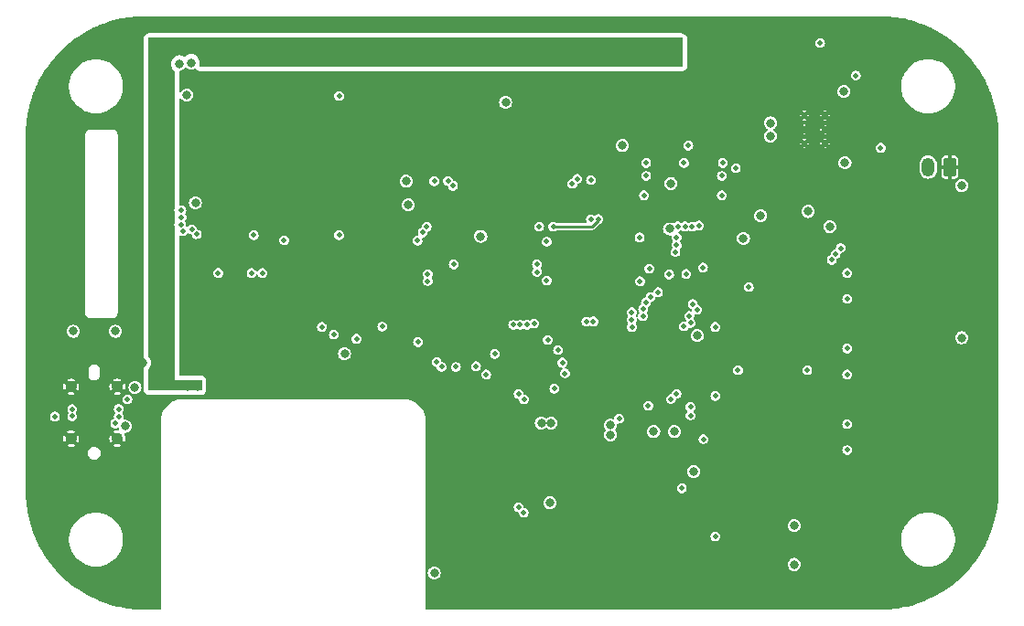
<source format=gbr>
%TF.GenerationSoftware,KiCad,Pcbnew,7.0.7*%
%TF.CreationDate,2023-09-09T23:22:34-07:00*%
%TF.ProjectId,gshps,67736870-732e-46b6-9963-61645f706362,rev?*%
%TF.SameCoordinates,Original*%
%TF.FileFunction,Copper,L2,Inr*%
%TF.FilePolarity,Positive*%
%FSLAX46Y46*%
G04 Gerber Fmt 4.6, Leading zero omitted, Abs format (unit mm)*
G04 Created by KiCad (PCBNEW 7.0.7) date 2023-09-09 23:22:34*
%MOMM*%
%LPD*%
G01*
G04 APERTURE LIST*
G04 Aperture macros list*
%AMRoundRect*
0 Rectangle with rounded corners*
0 $1 Rounding radius*
0 $2 $3 $4 $5 $6 $7 $8 $9 X,Y pos of 4 corners*
0 Add a 4 corners polygon primitive as box body*
4,1,4,$2,$3,$4,$5,$6,$7,$8,$9,$2,$3,0*
0 Add four circle primitives for the rounded corners*
1,1,$1+$1,$2,$3*
1,1,$1+$1,$4,$5*
1,1,$1+$1,$6,$7*
1,1,$1+$1,$8,$9*
0 Add four rect primitives between the rounded corners*
20,1,$1+$1,$2,$3,$4,$5,0*
20,1,$1+$1,$4,$5,$6,$7,0*
20,1,$1+$1,$6,$7,$8,$9,0*
20,1,$1+$1,$8,$9,$2,$3,0*%
G04 Aperture macros list end*
%TA.AperFunction,ComponentPad*%
%ADD10C,1.100000*%
%TD*%
%TA.AperFunction,ComponentPad*%
%ADD11C,0.500000*%
%TD*%
%TA.AperFunction,ComponentPad*%
%ADD12RoundRect,0.250000X0.350000X0.625000X-0.350000X0.625000X-0.350000X-0.625000X0.350000X-0.625000X0*%
%TD*%
%TA.AperFunction,ComponentPad*%
%ADD13O,1.200000X1.750000*%
%TD*%
%TA.AperFunction,ViaPad*%
%ADD14C,0.500000*%
%TD*%
%TA.AperFunction,ViaPad*%
%ADD15C,0.800000*%
%TD*%
%TA.AperFunction,Conductor*%
%ADD16C,0.250000*%
%TD*%
G04 APERTURE END LIST*
D10*
%TO.N,GND*%
%TO.C,J2*%
X114685000Y-71650000D03*
X118985000Y-71650000D03*
X114685000Y-66850000D03*
X118985000Y-66850000D03*
%TD*%
D11*
%TO.N,GND*%
%TO.C,U1*%
X184455000Y-44300000D03*
X184455000Y-43000000D03*
X184455000Y-41700000D03*
X182545000Y-44300000D03*
X182545000Y-43000000D03*
X182545000Y-41700000D03*
%TD*%
D12*
%TO.N,GND*%
%TO.C,J1*%
X196000000Y-46500000D03*
D13*
%TO.N,+BATT*%
X194000000Y-46500000D03*
%TD*%
D14*
%TO.N,GND*%
X165000000Y-57000000D03*
D15*
X156800000Y-49200000D03*
X187000000Y-54500000D03*
D14*
X165000000Y-55000000D03*
X161000000Y-58000000D03*
D15*
X159200000Y-73300000D03*
D14*
X165000000Y-54000000D03*
D15*
X185400000Y-76900000D03*
X158200000Y-73300000D03*
D14*
X158400000Y-59200000D03*
D15*
X196000000Y-61500000D03*
D14*
X161000000Y-55000000D03*
D15*
X175100000Y-50000000D03*
X185400000Y-86000000D03*
X175200000Y-82200000D03*
X178800000Y-45300000D03*
X143900000Y-42500000D03*
X121300000Y-64600000D03*
X182500000Y-69000000D03*
X187000000Y-61500000D03*
X163500000Y-43300000D03*
X158900000Y-41500000D03*
X169500000Y-62600000D03*
D14*
X158400000Y-60000000D03*
X163000000Y-48800000D03*
X161000000Y-54000000D03*
X161400000Y-46300000D03*
D15*
X175600000Y-41000000D03*
X168100000Y-38500000D03*
X148300000Y-81500000D03*
D14*
X156400000Y-53400000D03*
X169700000Y-57000000D03*
D15*
X165900000Y-75800000D03*
D14*
X162100000Y-62900000D03*
D15*
X136800000Y-48300000D03*
X154800000Y-42100000D03*
X168400000Y-44500000D03*
X176500000Y-69000000D03*
X187000000Y-68500000D03*
D14*
X163000000Y-58000000D03*
D15*
X163700000Y-73300000D03*
X126700000Y-63000000D03*
X112300000Y-71400000D03*
D14*
X161000000Y-57000000D03*
D15*
X178400000Y-71700000D03*
X143900000Y-41400000D03*
D14*
X169700000Y-53000000D03*
D15*
X126429855Y-53516509D03*
X135500000Y-45700000D03*
X132500000Y-50000000D03*
D14*
X163000000Y-54000000D03*
X149700000Y-46400000D03*
X158500000Y-54500000D03*
X165000000Y-58000000D03*
X156400000Y-57000000D03*
X158400000Y-60800000D03*
X148900000Y-66400000D03*
D15*
X148300000Y-82800000D03*
X151000000Y-57700000D03*
D14*
X161100000Y-62000000D03*
D15*
X185400000Y-83300000D03*
D14*
X164000000Y-58000000D03*
X161000000Y-56000000D03*
D15*
X144400000Y-45100000D03*
X132500000Y-42500000D03*
D14*
X162000000Y-58000000D03*
D15*
X164200000Y-84900000D03*
X152300000Y-59000000D03*
D14*
X164000000Y-48800000D03*
D15*
X143000000Y-45500000D03*
X178500000Y-82200000D03*
D14*
X164000000Y-54000000D03*
X157800000Y-54500000D03*
D15*
X172100000Y-50000000D03*
X175200000Y-71700000D03*
X132400000Y-45500000D03*
X142500000Y-63800000D03*
X133600000Y-47000000D03*
X176900000Y-41900000D03*
D14*
X165000000Y-56000000D03*
D15*
X196000000Y-54500000D03*
X163500000Y-65400000D03*
X162800000Y-73300000D03*
X156000000Y-43100000D03*
D14*
X162000000Y-54000000D03*
D15*
X130700000Y-52900000D03*
X157900000Y-84900000D03*
X188100000Y-44700000D03*
X143900000Y-43600000D03*
X185400000Y-79700000D03*
X126200000Y-48700000D03*
X196000000Y-68500000D03*
X165000000Y-75800000D03*
X125700000Y-63000000D03*
%TO.N,Net-(U1-CE)*%
X186300000Y-46100000D03*
X186200000Y-39500000D03*
%TO.N,Net-(D4-K)*%
X181600000Y-79700000D03*
X184900000Y-52000000D03*
X181600000Y-83300000D03*
X176900000Y-53100000D03*
%TO.N,+3V3*%
X126200000Y-49800000D03*
X148300000Y-84100000D03*
X154900000Y-40500000D03*
D14*
X167336027Y-57054585D03*
X167300000Y-53000000D03*
D15*
X165700000Y-44500000D03*
D14*
X150300000Y-65000000D03*
D15*
X168600000Y-71000000D03*
X170500000Y-71000000D03*
D14*
X158700000Y-57000000D03*
X186500000Y-56300000D03*
X163017571Y-60782429D03*
D15*
X145700000Y-47800000D03*
D14*
X158000000Y-52000000D03*
D15*
X164600000Y-70400000D03*
X140000000Y-63800000D03*
D14*
X148300000Y-47800000D03*
X186500000Y-70300000D03*
X158700000Y-53400000D03*
X186500000Y-63300000D03*
X162800000Y-47700000D03*
D15*
X164600000Y-71300000D03*
D14*
X162800000Y-51325500D03*
X132400000Y-56300000D03*
D15*
X159100000Y-70200000D03*
X158200000Y-70200000D03*
X159000000Y-77600000D03*
X145900000Y-50000000D03*
D14*
X171800000Y-44500000D03*
X118784901Y-70248144D03*
D15*
%TO.N,+BATT*%
X197100000Y-48200000D03*
X197100000Y-62300000D03*
X170063209Y-52211470D03*
X152600000Y-52900000D03*
X172627035Y-62100000D03*
X170200000Y-48000000D03*
X172300000Y-74700000D03*
D14*
%TO.N,+1V1*%
X163482592Y-51308092D03*
X162368331Y-60800901D03*
X159300000Y-51999500D03*
D15*
%TO.N,Net-(Q4-G)*%
X178500000Y-51000000D03*
X182900000Y-50600000D03*
%TO.N,Net-(D1-K)*%
X114900000Y-61700000D03*
%TO.N,VBUS*%
X170500000Y-35500000D03*
X122300000Y-63300000D03*
D14*
X184000000Y-35000000D03*
D15*
X169000000Y-35500000D03*
X125500000Y-66800000D03*
X126400000Y-66800000D03*
X169000000Y-36500000D03*
X119700000Y-70500000D03*
X170500000Y-36500000D03*
X120600000Y-66900000D03*
%TO.N,Net-(D2-K)*%
X118800000Y-61700000D03*
D14*
%TO.N,/DISPLAY_BOOST_GATE*%
X131600000Y-52800000D03*
X128300000Y-56300000D03*
X139500000Y-52800000D03*
X131400000Y-56300000D03*
%TO.N,/DISPLAY_BOOST_CSENSE*%
X139500000Y-39900000D03*
D15*
X125400000Y-39800000D03*
D14*
%TO.N,Net-(D5-K)*%
X187300000Y-38000000D03*
%TO.N,Net-(J2-CC1)*%
X113200000Y-69600000D03*
%TO.N,/~{DISPLAY_BUSY}*%
X126320643Y-52724500D03*
X147700000Y-57049503D03*
X147225500Y-52556944D03*
X168300000Y-58549000D03*
%TO.N,/~{DISPLAY_RST}*%
X169000000Y-58074500D03*
X147600000Y-52000000D03*
X125861376Y-52261376D03*
X147700000Y-56400000D03*
%TO.N,/DISPLAY_D_C*%
X170826481Y-51973519D03*
X125017675Y-52434032D03*
X171610798Y-56390111D03*
X170025500Y-56437949D03*
%TO.N,/DISPLAY_ECSM*%
X171900000Y-60274500D03*
X124885607Y-51798098D03*
X167599084Y-60298656D03*
X171507892Y-51983884D03*
%TO.N,/DISPLAY_SCK*%
X167874500Y-59050497D03*
X124916930Y-51149352D03*
X172210298Y-59180398D03*
X172157317Y-51993872D03*
%TO.N,/DISPLAY_MOSI*%
X172600000Y-59700000D03*
X167623691Y-59649619D03*
X124897618Y-50497618D03*
X172800000Y-51900000D03*
%TO.N,Net-(J2-CC2)*%
X119900000Y-68000000D03*
%TO.N,/USB_D+*%
X161529810Y-47570190D03*
X149570190Y-47770190D03*
X119100000Y-68900000D03*
X148515939Y-64538216D03*
X114800000Y-69575000D03*
%TO.N,/USB_D-*%
X119100000Y-69600000D03*
X161070190Y-48029810D03*
X148975559Y-64997836D03*
X150029810Y-48229810D03*
X114800000Y-68925000D03*
%TO.N,Net-(J4-SWDIO{slash}TMS)*%
X160150500Y-64600000D03*
X152159581Y-64939721D03*
%TO.N,Net-(J4-SWDCLK{slash}TCK)*%
X153100000Y-65700000D03*
X160400000Y-65600000D03*
%TO.N,/~{RESET}*%
X159750000Y-63450000D03*
X153900000Y-63800000D03*
%TO.N,/SD_CS*%
X155600000Y-61100000D03*
X137900000Y-61300000D03*
%TO.N,/SD_MOSI*%
X156899003Y-61098415D03*
X139005000Y-62000000D03*
%TO.N,/SD_SCK*%
X141100000Y-62400000D03*
X157534998Y-60966644D03*
%TO.N,/SD_MISO*%
X143485523Y-61274500D03*
X156249503Y-61100000D03*
%TO.N,/BUTTON_TOP*%
X186500000Y-58700000D03*
X170725500Y-53000000D03*
X185900000Y-54000000D03*
%TO.N,/BUTTON_MIDDLE*%
X186500000Y-65700000D03*
X185425500Y-54540419D03*
X170725500Y-53704588D03*
%TO.N,/BUTTON_BOTTOM*%
X186500000Y-72700000D03*
X185080426Y-55090671D03*
X170612741Y-54344228D03*
%TO.N,/QSPI_SS*%
X167900000Y-46100000D03*
X175000000Y-46100000D03*
X171400000Y-46100000D03*
%TO.N,/~{USB_BOOT}*%
X176400000Y-65300000D03*
X182800000Y-65300000D03*
%TO.N,/~{GPS_RESET}*%
X173159798Y-55800000D03*
X168200000Y-55900000D03*
X173199500Y-71700000D03*
%TO.N,/GPS_FIX*%
X171200000Y-76250000D03*
%TO.N,/GPS_UART_RX*%
X156600000Y-68000000D03*
X170200000Y-67974500D03*
X156574500Y-78500000D03*
%TO.N,/GPS_UART_TX*%
X156100000Y-78000000D03*
X170700000Y-67500000D03*
X156100000Y-67500000D03*
D15*
%TO.N,/~{BATT_STDBY}*%
X179400000Y-43600000D03*
X124735806Y-36935806D03*
%TO.N,/~{BATT_CHRG}*%
X179400000Y-42400000D03*
X125800000Y-36825500D03*
D14*
%TO.N,/QSPI_SD1*%
X174900000Y-47300000D03*
X167900000Y-47300000D03*
%TO.N,/QSPI_SD2*%
X174900000Y-49100000D03*
X167700000Y-49100000D03*
%TO.N,/~{SD_DETECT}*%
X134400000Y-53274500D03*
X146751000Y-53300000D03*
X146800000Y-62700000D03*
X158800000Y-62500000D03*
%TO.N,/POHO_CTRL*%
X157800000Y-56200000D03*
X177400000Y-57600000D03*
%TO.N,/SERVO_PPM*%
X171392685Y-61248156D03*
X166579168Y-60620832D03*
X172000500Y-69500000D03*
X165400000Y-69800000D03*
%TO.N,/~{SERVO_ENABLE}*%
X172002535Y-60915858D03*
X168100000Y-68600000D03*
X166570691Y-59941309D03*
X172000000Y-68700000D03*
%TO.N,/BATT_VSENSE_ENABLE*%
X157800000Y-55500000D03*
X150100000Y-55500000D03*
%TO.N,/GPS_PPS*%
X174300000Y-67700000D03*
X159400000Y-67025000D03*
X174300000Y-80700000D03*
%TO.N,/STATUS_LED*%
X174300000Y-61300000D03*
X189600000Y-44700000D03*
X166585723Y-61298433D03*
X176200000Y-46600000D03*
%TD*%
D16*
%TO.N,+1V1*%
X163482592Y-51385371D02*
X162868463Y-51999500D01*
X163482592Y-51308092D02*
X163482592Y-51385371D01*
X162868463Y-51999500D02*
X159300000Y-51999500D01*
%TD*%
%TA.AperFunction,Conductor*%
%TO.N,GND*%
G36*
X189946954Y-32513504D02*
G01*
X190141963Y-32519398D01*
X190144732Y-32519561D01*
X190516918Y-32552123D01*
X190791457Y-32577071D01*
X190794122Y-32577388D01*
X191147980Y-32629220D01*
X191436398Y-32673118D01*
X191438918Y-32673569D01*
X191782399Y-32744492D01*
X192074460Y-32807187D01*
X192076882Y-32807771D01*
X192199164Y-32840536D01*
X192412118Y-32897596D01*
X192703484Y-32978821D01*
X192705681Y-32979490D01*
X193033033Y-33087962D01*
X193321175Y-33187394D01*
X193323271Y-33188172D01*
X193642294Y-33314912D01*
X193856493Y-33403636D01*
X193926386Y-33432587D01*
X193982165Y-33458597D01*
X194237528Y-33577674D01*
X194514957Y-33712755D01*
X194514973Y-33712764D01*
X194816446Y-33875317D01*
X195085851Y-34027262D01*
X195376937Y-34206806D01*
X195531818Y-34306945D01*
X195637098Y-34375013D01*
X195916908Y-34570938D01*
X196032553Y-34656031D01*
X196166757Y-34754780D01*
X196273848Y-34839457D01*
X196434478Y-34966467D01*
X196672963Y-35165219D01*
X196763807Y-35246063D01*
X196927808Y-35392012D01*
X197153924Y-35604863D01*
X197395136Y-35846075D01*
X197607987Y-36072191D01*
X197707327Y-36183818D01*
X197834755Y-36327008D01*
X197834776Y-36327031D01*
X198033532Y-36565521D01*
X198245214Y-36833236D01*
X198423846Y-37076004D01*
X198429056Y-37083084D01*
X198492446Y-37173614D01*
X198624984Y-37362898D01*
X198793204Y-37623080D01*
X198972736Y-37914146D01*
X199124682Y-38183553D01*
X199287245Y-38485044D01*
X199422328Y-38762478D01*
X199567412Y-39073613D01*
X199685080Y-39357687D01*
X199811818Y-39676706D01*
X199812608Y-39678835D01*
X199912039Y-39966972D01*
X200020491Y-40294262D01*
X200021185Y-40296539D01*
X200102408Y-40587901D01*
X200192227Y-40923116D01*
X200192811Y-40925538D01*
X200255509Y-41217610D01*
X200326425Y-41561059D01*
X200326884Y-41563621D01*
X200370799Y-41852159D01*
X200422609Y-42205870D01*
X200422929Y-42208565D01*
X200447891Y-42483255D01*
X200480435Y-42855235D01*
X200480601Y-42858055D01*
X200486517Y-43053808D01*
X200499500Y-43500000D01*
X200499500Y-76500000D01*
X200486517Y-76946191D01*
X200480601Y-77141943D01*
X200480435Y-77144763D01*
X200447891Y-77516744D01*
X200422929Y-77791433D01*
X200422609Y-77794128D01*
X200370799Y-78147840D01*
X200326884Y-78436377D01*
X200326425Y-78438939D01*
X200255509Y-78782389D01*
X200192811Y-79074460D01*
X200192227Y-79076882D01*
X200102408Y-79412098D01*
X200021185Y-79703459D01*
X200020491Y-79705736D01*
X199912039Y-80033027D01*
X199812608Y-80321163D01*
X199811819Y-80323291D01*
X199685080Y-80642311D01*
X199567412Y-80926386D01*
X199422328Y-81237521D01*
X199287245Y-81514955D01*
X199124682Y-81816446D01*
X198972736Y-82085853D01*
X198793204Y-82376919D01*
X198624984Y-82637101D01*
X198429063Y-82916906D01*
X198245215Y-83166762D01*
X198033532Y-83434478D01*
X197834776Y-83672968D01*
X197607987Y-83927808D01*
X197395136Y-84153924D01*
X197153924Y-84395136D01*
X196927808Y-84607987D01*
X196672968Y-84834776D01*
X196434478Y-85033532D01*
X196166762Y-85245215D01*
X195916906Y-85429063D01*
X195637101Y-85624984D01*
X195376919Y-85793204D01*
X195085853Y-85972736D01*
X194816446Y-86124682D01*
X194514955Y-86287245D01*
X194237521Y-86422328D01*
X193926386Y-86567412D01*
X193642311Y-86685080D01*
X193323291Y-86811819D01*
X193321163Y-86812608D01*
X193033027Y-86912039D01*
X192705736Y-87020491D01*
X192703459Y-87021185D01*
X192412098Y-87102408D01*
X192076882Y-87192227D01*
X192074460Y-87192811D01*
X191782389Y-87255509D01*
X191438939Y-87326425D01*
X191436377Y-87326884D01*
X191147840Y-87370799D01*
X190794128Y-87422609D01*
X190791433Y-87422929D01*
X190516744Y-87447891D01*
X190144763Y-87480435D01*
X190141943Y-87480601D01*
X189946191Y-87486517D01*
X189500000Y-87499500D01*
X147599500Y-87499500D01*
X147541309Y-87480593D01*
X147505345Y-87431093D01*
X147500500Y-87400500D01*
X147500500Y-84138254D01*
X147511405Y-84104688D01*
X147509641Y-84097742D01*
X147686646Y-84097742D01*
X147697653Y-84125332D01*
X147714955Y-84256758D01*
X147714957Y-84256766D01*
X147775462Y-84402838D01*
X147775462Y-84402839D01*
X147775464Y-84402841D01*
X147871718Y-84528282D01*
X147997159Y-84624536D01*
X148143238Y-84685044D01*
X148260809Y-84700522D01*
X148299999Y-84705682D01*
X148300000Y-84705682D01*
X148300001Y-84705682D01*
X148331352Y-84701554D01*
X148456762Y-84685044D01*
X148602841Y-84624536D01*
X148728282Y-84528282D01*
X148824536Y-84402841D01*
X148885044Y-84256762D01*
X148905682Y-84100000D01*
X148885044Y-83943238D01*
X148860938Y-83885042D01*
X148824537Y-83797161D01*
X148824537Y-83797160D01*
X148728286Y-83671723D01*
X148728285Y-83671722D01*
X148728282Y-83671718D01*
X148728277Y-83671714D01*
X148728276Y-83671713D01*
X148638517Y-83602839D01*
X148602841Y-83575464D01*
X148602840Y-83575463D01*
X148602838Y-83575462D01*
X148456766Y-83514957D01*
X148456758Y-83514955D01*
X148300001Y-83494318D01*
X148299999Y-83494318D01*
X148143241Y-83514955D01*
X148143233Y-83514957D01*
X147997161Y-83575462D01*
X147997160Y-83575462D01*
X147871723Y-83671713D01*
X147871713Y-83671723D01*
X147775462Y-83797160D01*
X147775462Y-83797161D01*
X147714957Y-83943233D01*
X147714955Y-83943241D01*
X147697653Y-84074667D01*
X147686646Y-84097742D01*
X147509641Y-84097742D01*
X147500500Y-84061745D01*
X147500500Y-83300000D01*
X180994318Y-83300000D01*
X181014955Y-83456758D01*
X181014957Y-83456766D01*
X181075462Y-83602838D01*
X181075462Y-83602839D01*
X181129274Y-83672968D01*
X181171718Y-83728282D01*
X181297159Y-83824536D01*
X181443238Y-83885044D01*
X181560809Y-83900522D01*
X181599999Y-83905682D01*
X181600000Y-83905682D01*
X181600001Y-83905682D01*
X181631352Y-83901554D01*
X181756762Y-83885044D01*
X181902841Y-83824536D01*
X182028282Y-83728282D01*
X182124536Y-83602841D01*
X182185044Y-83456762D01*
X182205682Y-83300000D01*
X182185044Y-83143238D01*
X182124537Y-82997161D01*
X182124537Y-82997160D01*
X182028286Y-82871723D01*
X182028285Y-82871722D01*
X182028282Y-82871718D01*
X182028277Y-82871714D01*
X182028276Y-82871713D01*
X181902838Y-82775462D01*
X181756766Y-82714957D01*
X181756758Y-82714955D01*
X181600001Y-82694318D01*
X181599999Y-82694318D01*
X181443241Y-82714955D01*
X181443233Y-82714957D01*
X181297161Y-82775462D01*
X181297160Y-82775462D01*
X181171723Y-82871713D01*
X181171713Y-82871723D01*
X181075462Y-82997160D01*
X181075462Y-82997161D01*
X181014957Y-83143233D01*
X181014955Y-83143241D01*
X180994318Y-83299999D01*
X180994318Y-83300000D01*
X147500500Y-83300000D01*
X147500500Y-81157318D01*
X191499500Y-81157318D01*
X191538933Y-81469468D01*
X191617181Y-81774225D01*
X191706472Y-81999750D01*
X191733006Y-82066766D01*
X191884584Y-82342484D01*
X192069522Y-82597030D01*
X192069524Y-82597032D01*
X192271672Y-82812298D01*
X192284906Y-82826390D01*
X192527337Y-83026947D01*
X192792979Y-83195529D01*
X192792988Y-83195533D01*
X192792993Y-83195537D01*
X192976043Y-83281674D01*
X193077678Y-83329500D01*
X193077680Y-83329500D01*
X193077685Y-83329503D01*
X193376921Y-83426731D01*
X193619361Y-83472978D01*
X193685979Y-83485687D01*
X193685980Y-83485687D01*
X193685985Y-83485688D01*
X193921417Y-83500500D01*
X193921422Y-83500500D01*
X194078578Y-83500500D01*
X194078583Y-83500500D01*
X194314015Y-83485688D01*
X194623079Y-83426731D01*
X194922315Y-83329503D01*
X195207007Y-83195537D01*
X195472663Y-83026947D01*
X195715094Y-82826390D01*
X195930478Y-82597030D01*
X196115416Y-82342484D01*
X196266994Y-82066766D01*
X196382819Y-81774225D01*
X196461066Y-81469473D01*
X196500500Y-81157318D01*
X196500500Y-80842682D01*
X196461066Y-80530527D01*
X196382819Y-80225775D01*
X196266994Y-79933234D01*
X196115416Y-79657516D01*
X195930478Y-79402970D01*
X195715094Y-79173610D01*
X195472663Y-78973053D01*
X195472661Y-78973052D01*
X195472662Y-78973052D01*
X195207020Y-78804470D01*
X195207007Y-78804463D01*
X194922321Y-78670499D01*
X194922315Y-78670497D01*
X194623079Y-78573269D01*
X194623072Y-78573267D01*
X194623070Y-78573267D01*
X194314020Y-78514312D01*
X194196298Y-78506906D01*
X194078583Y-78499500D01*
X193921417Y-78499500D01*
X193814402Y-78506232D01*
X193685979Y-78514312D01*
X193376929Y-78573267D01*
X193376924Y-78573268D01*
X193376921Y-78573269D01*
X193209161Y-78627777D01*
X193077678Y-78670499D01*
X192792992Y-78804463D01*
X192792979Y-78804470D01*
X192527337Y-78973052D01*
X192284912Y-79173604D01*
X192284901Y-79173614D01*
X192069524Y-79402967D01*
X191884587Y-79657511D01*
X191884579Y-79657524D01*
X191733004Y-79933237D01*
X191617181Y-80225774D01*
X191538933Y-80530531D01*
X191499500Y-80842681D01*
X191499500Y-81157318D01*
X147500500Y-81157318D01*
X147500500Y-80700002D01*
X173844867Y-80700002D01*
X173863302Y-80828225D01*
X173876297Y-80856679D01*
X173917118Y-80946063D01*
X174001951Y-81043967D01*
X174001952Y-81043968D01*
X174110926Y-81114001D01*
X174110931Y-81114004D01*
X174235228Y-81150500D01*
X174235230Y-81150500D01*
X174364770Y-81150500D01*
X174364772Y-81150500D01*
X174489069Y-81114004D01*
X174598049Y-81043967D01*
X174682882Y-80946063D01*
X174736697Y-80828226D01*
X174755133Y-80700000D01*
X174736697Y-80571774D01*
X174682882Y-80453937D01*
X174598049Y-80356033D01*
X174598048Y-80356032D01*
X174598047Y-80356031D01*
X174489073Y-80285998D01*
X174489070Y-80285996D01*
X174489069Y-80285996D01*
X174485820Y-80285042D01*
X174364774Y-80249500D01*
X174364772Y-80249500D01*
X174235228Y-80249500D01*
X174235225Y-80249500D01*
X174110933Y-80285995D01*
X174110926Y-80285998D01*
X174001952Y-80356031D01*
X173917117Y-80453938D01*
X173863302Y-80571774D01*
X173844867Y-80699997D01*
X173844867Y-80700002D01*
X147500500Y-80700002D01*
X147500500Y-79700000D01*
X180994318Y-79700000D01*
X181014955Y-79856758D01*
X181014957Y-79856766D01*
X181075462Y-80002838D01*
X181075462Y-80002839D01*
X181098626Y-80033027D01*
X181171718Y-80128282D01*
X181297159Y-80224536D01*
X181297160Y-80224536D01*
X181297161Y-80224537D01*
X181300150Y-80225775D01*
X181443238Y-80285044D01*
X181560809Y-80300522D01*
X181599999Y-80305682D01*
X181600000Y-80305682D01*
X181600001Y-80305682D01*
X181631352Y-80301554D01*
X181756762Y-80285044D01*
X181902841Y-80224536D01*
X182028282Y-80128282D01*
X182124536Y-80002841D01*
X182185044Y-79856762D01*
X182205682Y-79700000D01*
X182185044Y-79543238D01*
X182124537Y-79397161D01*
X182124537Y-79397160D01*
X182028286Y-79271723D01*
X182028285Y-79271722D01*
X182028282Y-79271718D01*
X182028277Y-79271714D01*
X182028276Y-79271713D01*
X181902838Y-79175462D01*
X181756766Y-79114957D01*
X181756758Y-79114955D01*
X181600001Y-79094318D01*
X181599999Y-79094318D01*
X181443241Y-79114955D01*
X181443233Y-79114957D01*
X181297161Y-79175462D01*
X181297160Y-79175462D01*
X181171723Y-79271713D01*
X181171713Y-79271723D01*
X181075462Y-79397160D01*
X181075462Y-79397161D01*
X181014957Y-79543233D01*
X181014955Y-79543241D01*
X180994318Y-79699999D01*
X180994318Y-79700000D01*
X147500500Y-79700000D01*
X147500500Y-78000002D01*
X155644867Y-78000002D01*
X155663302Y-78128225D01*
X155676001Y-78156031D01*
X155717118Y-78246063D01*
X155723941Y-78253937D01*
X155801952Y-78343968D01*
X155910926Y-78414001D01*
X155910931Y-78414004D01*
X156035228Y-78450500D01*
X156035232Y-78450500D01*
X156040517Y-78451260D01*
X156095425Y-78478255D01*
X156123980Y-78532369D01*
X156124422Y-78535164D01*
X156137802Y-78628225D01*
X156182198Y-78725436D01*
X156191618Y-78746063D01*
X156276451Y-78843967D01*
X156276452Y-78843968D01*
X156385426Y-78914001D01*
X156385431Y-78914004D01*
X156509728Y-78950500D01*
X156509730Y-78950500D01*
X156639270Y-78950500D01*
X156639272Y-78950500D01*
X156763569Y-78914004D01*
X156872549Y-78843967D01*
X156957382Y-78746063D01*
X157011197Y-78628226D01*
X157029633Y-78500000D01*
X157029561Y-78499500D01*
X157011197Y-78371774D01*
X156957382Y-78253938D01*
X156957382Y-78253937D01*
X156872549Y-78156033D01*
X156872548Y-78156032D01*
X156872547Y-78156031D01*
X156763573Y-78085998D01*
X156763570Y-78085996D01*
X156763569Y-78085996D01*
X156763566Y-78085995D01*
X156639270Y-78049499D01*
X156633976Y-78048738D01*
X156579069Y-78021739D01*
X156550518Y-77967624D01*
X156550077Y-77964834D01*
X156536697Y-77871775D01*
X156501237Y-77794128D01*
X156482882Y-77753937D01*
X156398049Y-77656033D01*
X156398048Y-77656032D01*
X156398047Y-77656031D01*
X156310861Y-77600000D01*
X158394318Y-77600000D01*
X158414955Y-77756758D01*
X158414957Y-77756766D01*
X158475462Y-77902838D01*
X158475462Y-77902839D01*
X158550018Y-78000002D01*
X158571718Y-78028282D01*
X158697159Y-78124536D01*
X158697160Y-78124536D01*
X158697161Y-78124537D01*
X158773199Y-78156033D01*
X158843238Y-78185044D01*
X158960809Y-78200522D01*
X158999999Y-78205682D01*
X159000000Y-78205682D01*
X159000001Y-78205682D01*
X159031352Y-78201554D01*
X159156762Y-78185044D01*
X159302841Y-78124536D01*
X159428282Y-78028282D01*
X159524536Y-77902841D01*
X159585044Y-77756762D01*
X159605682Y-77600000D01*
X159585044Y-77443238D01*
X159524537Y-77297161D01*
X159524537Y-77297160D01*
X159428286Y-77171723D01*
X159428285Y-77171722D01*
X159428282Y-77171718D01*
X159428277Y-77171714D01*
X159428276Y-77171713D01*
X159302838Y-77075462D01*
X159156766Y-77014957D01*
X159156758Y-77014955D01*
X159000001Y-76994318D01*
X158999999Y-76994318D01*
X158843241Y-77014955D01*
X158843233Y-77014957D01*
X158697161Y-77075462D01*
X158697160Y-77075462D01*
X158571723Y-77171713D01*
X158571713Y-77171723D01*
X158475462Y-77297160D01*
X158475462Y-77297161D01*
X158414957Y-77443233D01*
X158414955Y-77443241D01*
X158394318Y-77599999D01*
X158394318Y-77600000D01*
X156310861Y-77600000D01*
X156289073Y-77585998D01*
X156289070Y-77585996D01*
X156289069Y-77585996D01*
X156289066Y-77585995D01*
X156164774Y-77549500D01*
X156164772Y-77549500D01*
X156035228Y-77549500D01*
X156035225Y-77549500D01*
X155910933Y-77585995D01*
X155910926Y-77585998D01*
X155801952Y-77656031D01*
X155717117Y-77753938D01*
X155663302Y-77871774D01*
X155644867Y-77999997D01*
X155644867Y-78000002D01*
X147500500Y-78000002D01*
X147500500Y-76250002D01*
X170744867Y-76250002D01*
X170763302Y-76378225D01*
X170817117Y-76496061D01*
X170817118Y-76496063D01*
X170901951Y-76593967D01*
X170901952Y-76593968D01*
X171010926Y-76664001D01*
X171010931Y-76664004D01*
X171135228Y-76700500D01*
X171135230Y-76700500D01*
X171264770Y-76700500D01*
X171264772Y-76700500D01*
X171389069Y-76664004D01*
X171498049Y-76593967D01*
X171582882Y-76496063D01*
X171636697Y-76378226D01*
X171655133Y-76250000D01*
X171636697Y-76121774D01*
X171582882Y-76003937D01*
X171498049Y-75906033D01*
X171498048Y-75906032D01*
X171498047Y-75906031D01*
X171389073Y-75835998D01*
X171389070Y-75835996D01*
X171389069Y-75835996D01*
X171389066Y-75835995D01*
X171264774Y-75799500D01*
X171264772Y-75799500D01*
X171135228Y-75799500D01*
X171135225Y-75799500D01*
X171010933Y-75835995D01*
X171010926Y-75835998D01*
X170901952Y-75906031D01*
X170817117Y-76003938D01*
X170763302Y-76121774D01*
X170744867Y-76249997D01*
X170744867Y-76250002D01*
X147500500Y-76250002D01*
X147500500Y-74700000D01*
X171694318Y-74700000D01*
X171714955Y-74856758D01*
X171714957Y-74856766D01*
X171775462Y-75002838D01*
X171775462Y-75002839D01*
X171775464Y-75002841D01*
X171871718Y-75128282D01*
X171997159Y-75224536D01*
X172143238Y-75285044D01*
X172260809Y-75300522D01*
X172299999Y-75305682D01*
X172300000Y-75305682D01*
X172300001Y-75305682D01*
X172331352Y-75301554D01*
X172456762Y-75285044D01*
X172602841Y-75224536D01*
X172728282Y-75128282D01*
X172824536Y-75002841D01*
X172885044Y-74856762D01*
X172905682Y-74700000D01*
X172885044Y-74543238D01*
X172824537Y-74397161D01*
X172824537Y-74397160D01*
X172728286Y-74271723D01*
X172728285Y-74271722D01*
X172728282Y-74271718D01*
X172728277Y-74271714D01*
X172728276Y-74271713D01*
X172602838Y-74175462D01*
X172456766Y-74114957D01*
X172456758Y-74114955D01*
X172300001Y-74094318D01*
X172299999Y-74094318D01*
X172143241Y-74114955D01*
X172143233Y-74114957D01*
X171997161Y-74175462D01*
X171997160Y-74175462D01*
X171871723Y-74271713D01*
X171871713Y-74271723D01*
X171775462Y-74397160D01*
X171775462Y-74397161D01*
X171714957Y-74543233D01*
X171714955Y-74543241D01*
X171694318Y-74699999D01*
X171694318Y-74700000D01*
X147500500Y-74700000D01*
X147500500Y-72700002D01*
X186044867Y-72700002D01*
X186063302Y-72828225D01*
X186117117Y-72946061D01*
X186117118Y-72946063D01*
X186163853Y-72999999D01*
X186201952Y-73043968D01*
X186310926Y-73114001D01*
X186310931Y-73114004D01*
X186435228Y-73150500D01*
X186435230Y-73150500D01*
X186564770Y-73150500D01*
X186564772Y-73150500D01*
X186689069Y-73114004D01*
X186798049Y-73043967D01*
X186882882Y-72946063D01*
X186936697Y-72828226D01*
X186954091Y-72707246D01*
X186955133Y-72700002D01*
X186955133Y-72699997D01*
X186936697Y-72571774D01*
X186936697Y-72571773D01*
X186882882Y-72453937D01*
X186798049Y-72356033D01*
X186798048Y-72356032D01*
X186798047Y-72356031D01*
X186689073Y-72285998D01*
X186689070Y-72285996D01*
X186689069Y-72285996D01*
X186689066Y-72285995D01*
X186564774Y-72249500D01*
X186564772Y-72249500D01*
X186435228Y-72249500D01*
X186435225Y-72249500D01*
X186310933Y-72285995D01*
X186310926Y-72285998D01*
X186201952Y-72356031D01*
X186117117Y-72453938D01*
X186063302Y-72571774D01*
X186044867Y-72699997D01*
X186044867Y-72700002D01*
X147500500Y-72700002D01*
X147500500Y-71300000D01*
X163994318Y-71300000D01*
X164014955Y-71456758D01*
X164014957Y-71456766D01*
X164075462Y-71602838D01*
X164075462Y-71602839D01*
X164150018Y-71700002D01*
X164171718Y-71728282D01*
X164297159Y-71824536D01*
X164297160Y-71824536D01*
X164297161Y-71824537D01*
X164344340Y-71844079D01*
X164443238Y-71885044D01*
X164560809Y-71900522D01*
X164599999Y-71905682D01*
X164600000Y-71905682D01*
X164600001Y-71905682D01*
X164631352Y-71901554D01*
X164756762Y-71885044D01*
X164902841Y-71824536D01*
X165028282Y-71728282D01*
X165049982Y-71700002D01*
X172744367Y-71700002D01*
X172762802Y-71828225D01*
X172788750Y-71885042D01*
X172816618Y-71946063D01*
X172880915Y-72020267D01*
X172901452Y-72043968D01*
X172990851Y-72101421D01*
X173010431Y-72114004D01*
X173134728Y-72150500D01*
X173134730Y-72150500D01*
X173264270Y-72150500D01*
X173264272Y-72150500D01*
X173388569Y-72114004D01*
X173497549Y-72043967D01*
X173582382Y-71946063D01*
X173636197Y-71828226D01*
X173654633Y-71700000D01*
X173640663Y-71602839D01*
X173636197Y-71571774D01*
X173614624Y-71524536D01*
X173582382Y-71453937D01*
X173497549Y-71356033D01*
X173497548Y-71356032D01*
X173497547Y-71356031D01*
X173388573Y-71285998D01*
X173388570Y-71285996D01*
X173388569Y-71285996D01*
X173388566Y-71285995D01*
X173264274Y-71249500D01*
X173264272Y-71249500D01*
X173134728Y-71249500D01*
X173134725Y-71249500D01*
X173010433Y-71285995D01*
X173010426Y-71285998D01*
X172901452Y-71356031D01*
X172816617Y-71453938D01*
X172762802Y-71571774D01*
X172744367Y-71699997D01*
X172744367Y-71700002D01*
X165049982Y-71700002D01*
X165124536Y-71602841D01*
X165185044Y-71456762D01*
X165205682Y-71300000D01*
X165185044Y-71143238D01*
X165160938Y-71085042D01*
X165125713Y-71000000D01*
X167994318Y-71000000D01*
X168014955Y-71156758D01*
X168014957Y-71156766D01*
X168075462Y-71302838D01*
X168075462Y-71302839D01*
X168171713Y-71428276D01*
X168171718Y-71428282D01*
X168297159Y-71524536D01*
X168443238Y-71585044D01*
X168560809Y-71600522D01*
X168599999Y-71605682D01*
X168600000Y-71605682D01*
X168600001Y-71605682D01*
X168631352Y-71601554D01*
X168756762Y-71585044D01*
X168902841Y-71524536D01*
X169028282Y-71428282D01*
X169124536Y-71302841D01*
X169185044Y-71156762D01*
X169205682Y-71000000D01*
X169894318Y-71000000D01*
X169914955Y-71156758D01*
X169914957Y-71156766D01*
X169975462Y-71302838D01*
X169975462Y-71302839D01*
X170071713Y-71428276D01*
X170071718Y-71428282D01*
X170197159Y-71524536D01*
X170343238Y-71585044D01*
X170460809Y-71600522D01*
X170499999Y-71605682D01*
X170500000Y-71605682D01*
X170500001Y-71605682D01*
X170531352Y-71601554D01*
X170656762Y-71585044D01*
X170802841Y-71524536D01*
X170928282Y-71428282D01*
X171024536Y-71302841D01*
X171085044Y-71156762D01*
X171105682Y-71000000D01*
X171085044Y-70843238D01*
X171068310Y-70802838D01*
X171024537Y-70697161D01*
X171024537Y-70697160D01*
X170928286Y-70571723D01*
X170928285Y-70571722D01*
X170928282Y-70571718D01*
X170928277Y-70571714D01*
X170928276Y-70571713D01*
X170838517Y-70502839D01*
X170802841Y-70475464D01*
X170802840Y-70475463D01*
X170802838Y-70475462D01*
X170656766Y-70414957D01*
X170656758Y-70414955D01*
X170500001Y-70394318D01*
X170499999Y-70394318D01*
X170343241Y-70414955D01*
X170343233Y-70414957D01*
X170197161Y-70475462D01*
X170197160Y-70475462D01*
X170071723Y-70571713D01*
X170071713Y-70571723D01*
X169975462Y-70697160D01*
X169975462Y-70697161D01*
X169914957Y-70843233D01*
X169914955Y-70843241D01*
X169894318Y-70999999D01*
X169894318Y-71000000D01*
X169205682Y-71000000D01*
X169185044Y-70843238D01*
X169168310Y-70802838D01*
X169124537Y-70697161D01*
X169124537Y-70697160D01*
X169028286Y-70571723D01*
X169028285Y-70571722D01*
X169028282Y-70571718D01*
X169028277Y-70571714D01*
X169028276Y-70571713D01*
X168938517Y-70502839D01*
X168902841Y-70475464D01*
X168902840Y-70475463D01*
X168902838Y-70475462D01*
X168756766Y-70414957D01*
X168756758Y-70414955D01*
X168600001Y-70394318D01*
X168599999Y-70394318D01*
X168443241Y-70414955D01*
X168443233Y-70414957D01*
X168297161Y-70475462D01*
X168297160Y-70475462D01*
X168171723Y-70571713D01*
X168171713Y-70571723D01*
X168075462Y-70697160D01*
X168075462Y-70697161D01*
X168014957Y-70843233D01*
X168014955Y-70843241D01*
X167994318Y-70999999D01*
X167994318Y-71000000D01*
X165125713Y-71000000D01*
X165124537Y-70997161D01*
X165124537Y-70997160D01*
X165057861Y-70910266D01*
X165037437Y-70852590D01*
X165054815Y-70793924D01*
X165057822Y-70789783D01*
X165124536Y-70702841D01*
X165185044Y-70556762D01*
X165205682Y-70400000D01*
X165199845Y-70355668D01*
X165210162Y-70300002D01*
X186044867Y-70300002D01*
X186063302Y-70428225D01*
X186097378Y-70502839D01*
X186117118Y-70546063D01*
X186163835Y-70599978D01*
X186201952Y-70643968D01*
X186293553Y-70702836D01*
X186310931Y-70714004D01*
X186435228Y-70750500D01*
X186435230Y-70750500D01*
X186564770Y-70750500D01*
X186564772Y-70750500D01*
X186689069Y-70714004D01*
X186798049Y-70643967D01*
X186882882Y-70546063D01*
X186936697Y-70428226D01*
X186946972Y-70356762D01*
X186955133Y-70300002D01*
X186955133Y-70299997D01*
X186936697Y-70171774D01*
X186923998Y-70143967D01*
X186882882Y-70053937D01*
X186798049Y-69956033D01*
X186798048Y-69956032D01*
X186798047Y-69956031D01*
X186689073Y-69885998D01*
X186689070Y-69885996D01*
X186689069Y-69885996D01*
X186689066Y-69885995D01*
X186564774Y-69849500D01*
X186564772Y-69849500D01*
X186435228Y-69849500D01*
X186435225Y-69849500D01*
X186310933Y-69885995D01*
X186310926Y-69885998D01*
X186201952Y-69956031D01*
X186117117Y-70053938D01*
X186063302Y-70171774D01*
X186044867Y-70299997D01*
X186044867Y-70300002D01*
X165210162Y-70300002D01*
X165210994Y-70295511D01*
X165255376Y-70253393D01*
X165316038Y-70245405D01*
X165325891Y-70247758D01*
X165335228Y-70250500D01*
X165335230Y-70250500D01*
X165464770Y-70250500D01*
X165464772Y-70250500D01*
X165589069Y-70214004D01*
X165698049Y-70143967D01*
X165782882Y-70046063D01*
X165836697Y-69928226D01*
X165844283Y-69875462D01*
X165855133Y-69800002D01*
X165855133Y-69799997D01*
X165836697Y-69671774D01*
X165816809Y-69628226D01*
X165782882Y-69553937D01*
X165698049Y-69456033D01*
X165698048Y-69456032D01*
X165698047Y-69456031D01*
X165589073Y-69385998D01*
X165589070Y-69385996D01*
X165589069Y-69385996D01*
X165589066Y-69385995D01*
X165464774Y-69349500D01*
X165464772Y-69349500D01*
X165335228Y-69349500D01*
X165335225Y-69349500D01*
X165210933Y-69385995D01*
X165210926Y-69385998D01*
X165101952Y-69456031D01*
X165017117Y-69553938D01*
X164963302Y-69671774D01*
X164950400Y-69761507D01*
X164923404Y-69816414D01*
X164869289Y-69844967D01*
X164814523Y-69838881D01*
X164756766Y-69814957D01*
X164756758Y-69814955D01*
X164600001Y-69794318D01*
X164599999Y-69794318D01*
X164443241Y-69814955D01*
X164443233Y-69814957D01*
X164297161Y-69875462D01*
X164297160Y-69875462D01*
X164171723Y-69971713D01*
X164171713Y-69971723D01*
X164075462Y-70097160D01*
X164075462Y-70097161D01*
X164014957Y-70243233D01*
X164014955Y-70243241D01*
X163994318Y-70399999D01*
X163994318Y-70400000D01*
X164014955Y-70556758D01*
X164014957Y-70556766D01*
X164075462Y-70702838D01*
X164075462Y-70702839D01*
X164142138Y-70789733D01*
X164162562Y-70847409D01*
X164145184Y-70906075D01*
X164142138Y-70910267D01*
X164075462Y-70997160D01*
X164075462Y-70997161D01*
X164014957Y-71143233D01*
X164014955Y-71143241D01*
X163994318Y-71299999D01*
X163994318Y-71300000D01*
X147500500Y-71300000D01*
X147500500Y-70200000D01*
X157594318Y-70200000D01*
X157614955Y-70356758D01*
X157614957Y-70356766D01*
X157675462Y-70502838D01*
X157675462Y-70502839D01*
X157771713Y-70628276D01*
X157771718Y-70628282D01*
X157897159Y-70724536D01*
X157897160Y-70724536D01*
X157897161Y-70724537D01*
X158000241Y-70767234D01*
X158043238Y-70785044D01*
X158160809Y-70800522D01*
X158199999Y-70805682D01*
X158200000Y-70805682D01*
X158200001Y-70805682D01*
X158231352Y-70801554D01*
X158356762Y-70785044D01*
X158502841Y-70724536D01*
X158589735Y-70657859D01*
X158647408Y-70637437D01*
X158706074Y-70654814D01*
X158710234Y-70657836D01*
X158797159Y-70724536D01*
X158797162Y-70724537D01*
X158797163Y-70724538D01*
X158900241Y-70767234D01*
X158943238Y-70785044D01*
X159060809Y-70800522D01*
X159099999Y-70805682D01*
X159100000Y-70805682D01*
X159100001Y-70805682D01*
X159131352Y-70801554D01*
X159256762Y-70785044D01*
X159402841Y-70724536D01*
X159528282Y-70628282D01*
X159624536Y-70502841D01*
X159685044Y-70356762D01*
X159705682Y-70200000D01*
X159685044Y-70043238D01*
X159656970Y-69975462D01*
X159624537Y-69897161D01*
X159624537Y-69897160D01*
X159528286Y-69771723D01*
X159528285Y-69771722D01*
X159528282Y-69771718D01*
X159528277Y-69771714D01*
X159528276Y-69771713D01*
X159439020Y-69703225D01*
X159402841Y-69675464D01*
X159402840Y-69675463D01*
X159402838Y-69675462D01*
X159256766Y-69614957D01*
X159256758Y-69614955D01*
X159100001Y-69594318D01*
X159099999Y-69594318D01*
X158943241Y-69614955D01*
X158943233Y-69614957D01*
X158797161Y-69675462D01*
X158797160Y-69675462D01*
X158710267Y-69742138D01*
X158652591Y-69762562D01*
X158593925Y-69745184D01*
X158589733Y-69742138D01*
X158502838Y-69675462D01*
X158356766Y-69614957D01*
X158356758Y-69614955D01*
X158200001Y-69594318D01*
X158199999Y-69594318D01*
X158043241Y-69614955D01*
X158043233Y-69614957D01*
X157897161Y-69675462D01*
X157897160Y-69675462D01*
X157771723Y-69771713D01*
X157771713Y-69771723D01*
X157675462Y-69897160D01*
X157675462Y-69897161D01*
X157614957Y-70043233D01*
X157614955Y-70043241D01*
X157594318Y-70199999D01*
X157594318Y-70200000D01*
X147500500Y-70200000D01*
X147500500Y-70008353D01*
X147500600Y-70008042D01*
X147500500Y-70005217D01*
X147500500Y-69868881D01*
X147500500Y-69868878D01*
X147479062Y-69706050D01*
X147478766Y-69703134D01*
X147475060Y-69651322D01*
X147469317Y-69632030D01*
X147467069Y-69614957D01*
X147466270Y-69608884D01*
X147414518Y-69415742D01*
X147413972Y-69413488D01*
X147405898Y-69376373D01*
X147401138Y-69365806D01*
X147398402Y-69355594D01*
X147398400Y-69355589D01*
X147398398Y-69355581D01*
X147301884Y-69122576D01*
X147299506Y-69116200D01*
X147299479Y-69116214D01*
X147298048Y-69113313D01*
X147298044Y-69113307D01*
X147298043Y-69113303D01*
X147166924Y-68886197D01*
X147007282Y-68678149D01*
X146929135Y-68600002D01*
X167644867Y-68600002D01*
X167663302Y-68728225D01*
X167708972Y-68828226D01*
X167717118Y-68846063D01*
X167785518Y-68925002D01*
X167801952Y-68943968D01*
X167805209Y-68946061D01*
X167910931Y-69014004D01*
X168035228Y-69050500D01*
X168035230Y-69050500D01*
X168164770Y-69050500D01*
X168164772Y-69050500D01*
X168289069Y-69014004D01*
X168398049Y-68943967D01*
X168482882Y-68846063D01*
X168536697Y-68728226D01*
X168540755Y-68700002D01*
X171544867Y-68700002D01*
X171563302Y-68828225D01*
X171616161Y-68943967D01*
X171617118Y-68946063D01*
X171694578Y-69035458D01*
X171718395Y-69091817D01*
X171704536Y-69151412D01*
X171694578Y-69165118D01*
X171617618Y-69253936D01*
X171563802Y-69371774D01*
X171545367Y-69499997D01*
X171545367Y-69500002D01*
X171563802Y-69628225D01*
X171617617Y-69746061D01*
X171617618Y-69746063D01*
X171677314Y-69814957D01*
X171702452Y-69843968D01*
X171796616Y-69904483D01*
X171811431Y-69914004D01*
X171935728Y-69950500D01*
X171935730Y-69950500D01*
X172065270Y-69950500D01*
X172065272Y-69950500D01*
X172189569Y-69914004D01*
X172298549Y-69843967D01*
X172383382Y-69746063D01*
X172437197Y-69628226D01*
X172455633Y-69500000D01*
X172449311Y-69456031D01*
X172437197Y-69371774D01*
X172429051Y-69353937D01*
X172383382Y-69253937D01*
X172305920Y-69164539D01*
X172282104Y-69108182D01*
X172295963Y-69048587D01*
X172305917Y-69034885D01*
X172382882Y-68946063D01*
X172436697Y-68828226D01*
X172455133Y-68700000D01*
X172451991Y-68678149D01*
X172436697Y-68571774D01*
X172400593Y-68492718D01*
X172382882Y-68453937D01*
X172298049Y-68356033D01*
X172298048Y-68356032D01*
X172298047Y-68356031D01*
X172189073Y-68285998D01*
X172189070Y-68285996D01*
X172189069Y-68285996D01*
X172189066Y-68285995D01*
X172064774Y-68249500D01*
X172064772Y-68249500D01*
X171935228Y-68249500D01*
X171935225Y-68249500D01*
X171810933Y-68285995D01*
X171810926Y-68285998D01*
X171701952Y-68356031D01*
X171617117Y-68453938D01*
X171563302Y-68571774D01*
X171544867Y-68699997D01*
X171544867Y-68700002D01*
X168540755Y-68700002D01*
X168555133Y-68600000D01*
X168553140Y-68586140D01*
X168536697Y-68471774D01*
X168510314Y-68414004D01*
X168482882Y-68353937D01*
X168398049Y-68256033D01*
X168398048Y-68256032D01*
X168398047Y-68256031D01*
X168289073Y-68185998D01*
X168289070Y-68185996D01*
X168289069Y-68185996D01*
X168289066Y-68185995D01*
X168164774Y-68149500D01*
X168164772Y-68149500D01*
X168035228Y-68149500D01*
X168035225Y-68149500D01*
X167910933Y-68185995D01*
X167910926Y-68185998D01*
X167801952Y-68256031D01*
X167717117Y-68353938D01*
X167663302Y-68471774D01*
X167644867Y-68599997D01*
X167644867Y-68600002D01*
X146929135Y-68600002D01*
X146821851Y-68492718D01*
X146719266Y-68414001D01*
X146613802Y-68333075D01*
X146463088Y-68246061D01*
X146386697Y-68201957D01*
X146386694Y-68201956D01*
X146386686Y-68201951D01*
X146383786Y-68200521D01*
X146383799Y-68200492D01*
X146377396Y-68198104D01*
X146144424Y-68101604D01*
X146144423Y-68101603D01*
X146144419Y-68101602D01*
X146144413Y-68101600D01*
X146144400Y-68101596D01*
X146134183Y-68098858D01*
X146128483Y-68095156D01*
X146086485Y-68086020D01*
X146084195Y-68085465D01*
X146055214Y-68077699D01*
X145891116Y-68033730D01*
X145891111Y-68033729D01*
X145891110Y-68033729D01*
X145867959Y-68030681D01*
X145857197Y-68025547D01*
X145796853Y-68021231D01*
X145793923Y-68020933D01*
X145631121Y-67999500D01*
X145631120Y-67999500D01*
X145500099Y-67999500D01*
X145494794Y-67999500D01*
X145492350Y-67999412D01*
X145491645Y-67999500D01*
X125008354Y-67999500D01*
X125008042Y-67999398D01*
X125005203Y-67999500D01*
X124868878Y-67999500D01*
X124706090Y-68020931D01*
X124703161Y-68021229D01*
X124651332Y-68024936D01*
X124632041Y-68030681D01*
X124608888Y-68033729D01*
X124608884Y-68033729D01*
X124608884Y-68033730D01*
X124570679Y-68043967D01*
X124415805Y-68085465D01*
X124413515Y-68086020D01*
X124376384Y-68094097D01*
X124365817Y-68098858D01*
X124355596Y-68101597D01*
X124355575Y-68101604D01*
X124122628Y-68198093D01*
X124116199Y-68200491D01*
X124116214Y-68200521D01*
X124113313Y-68201951D01*
X123886197Y-68333075D01*
X123678152Y-68492715D01*
X123492715Y-68678152D01*
X123333075Y-68886197D01*
X123201951Y-69113313D01*
X123200521Y-69116214D01*
X123200491Y-69116199D01*
X123198093Y-69122628D01*
X123101604Y-69355575D01*
X123101597Y-69355596D01*
X123098858Y-69365817D01*
X123095156Y-69371516D01*
X123086020Y-69413515D01*
X123085465Y-69415805D01*
X123036111Y-69600000D01*
X123033729Y-69608888D01*
X123030681Y-69632041D01*
X123025546Y-69642805D01*
X123021229Y-69703161D01*
X123020931Y-69706090D01*
X122999500Y-69868878D01*
X122999500Y-70005203D01*
X122999412Y-70007653D01*
X122999500Y-70008353D01*
X122999500Y-87400500D01*
X122980593Y-87458691D01*
X122931093Y-87494655D01*
X122900500Y-87499500D01*
X121500000Y-87499500D01*
X121053808Y-87486517D01*
X120858055Y-87480601D01*
X120855235Y-87480435D01*
X120483255Y-87447891D01*
X120208565Y-87422929D01*
X120205870Y-87422609D01*
X119852159Y-87370799D01*
X119563621Y-87326884D01*
X119561059Y-87326425D01*
X119217610Y-87255509D01*
X118925538Y-87192811D01*
X118923116Y-87192227D01*
X118587901Y-87102408D01*
X118296539Y-87021185D01*
X118294262Y-87020491D01*
X117966972Y-86912039D01*
X117678835Y-86812608D01*
X117676706Y-86811818D01*
X117357687Y-86685080D01*
X117073613Y-86567412D01*
X116762478Y-86422328D01*
X116485044Y-86287245D01*
X116183553Y-86124682D01*
X115914146Y-85972736D01*
X115623080Y-85793204D01*
X115362898Y-85624984D01*
X115083093Y-85429063D01*
X114833237Y-85245215D01*
X114565521Y-85033532D01*
X114327031Y-84834776D01*
X114072191Y-84607987D01*
X113846075Y-84395136D01*
X113604863Y-84153924D01*
X113392012Y-83927808D01*
X113300108Y-83824537D01*
X113165216Y-83672960D01*
X113164185Y-83671723D01*
X113009144Y-83485687D01*
X112966467Y-83434478D01*
X112839457Y-83273848D01*
X112754780Y-83166757D01*
X112629989Y-82997161D01*
X112570937Y-82916906D01*
X112375013Y-82637098D01*
X112349108Y-82597032D01*
X112206795Y-82376919D01*
X112027262Y-82085851D01*
X111875317Y-81816446D01*
X111712759Y-81514964D01*
X111577671Y-81237521D01*
X111540272Y-81157318D01*
X114499500Y-81157318D01*
X114538933Y-81469468D01*
X114617181Y-81774225D01*
X114706472Y-81999750D01*
X114733006Y-82066766D01*
X114884584Y-82342484D01*
X115069522Y-82597030D01*
X115069524Y-82597032D01*
X115271672Y-82812298D01*
X115284906Y-82826390D01*
X115527337Y-83026947D01*
X115792979Y-83195529D01*
X115792988Y-83195533D01*
X115792993Y-83195537D01*
X115976043Y-83281674D01*
X116077678Y-83329500D01*
X116077680Y-83329500D01*
X116077685Y-83329503D01*
X116376921Y-83426731D01*
X116619361Y-83472978D01*
X116685979Y-83485687D01*
X116685980Y-83485687D01*
X116685985Y-83485688D01*
X116921417Y-83500500D01*
X116921422Y-83500500D01*
X117078578Y-83500500D01*
X117078583Y-83500500D01*
X117314015Y-83485688D01*
X117623079Y-83426731D01*
X117922315Y-83329503D01*
X118207007Y-83195537D01*
X118472663Y-83026947D01*
X118715094Y-82826390D01*
X118930478Y-82597030D01*
X119115416Y-82342484D01*
X119266994Y-82066766D01*
X119382819Y-81774225D01*
X119461066Y-81469473D01*
X119500500Y-81157318D01*
X119500500Y-80842682D01*
X119461066Y-80530527D01*
X119382819Y-80225775D01*
X119266994Y-79933234D01*
X119115416Y-79657516D01*
X118930478Y-79402970D01*
X118715094Y-79173610D01*
X118472663Y-78973053D01*
X118472661Y-78973052D01*
X118472662Y-78973052D01*
X118207020Y-78804470D01*
X118207007Y-78804463D01*
X117922321Y-78670499D01*
X117922315Y-78670497D01*
X117623079Y-78573269D01*
X117623072Y-78573267D01*
X117623070Y-78573267D01*
X117314020Y-78514312D01*
X117196298Y-78506906D01*
X117078583Y-78499500D01*
X116921417Y-78499500D01*
X116814402Y-78506232D01*
X116685979Y-78514312D01*
X116376929Y-78573267D01*
X116376924Y-78573268D01*
X116376921Y-78573269D01*
X116209161Y-78627777D01*
X116077678Y-78670499D01*
X115792992Y-78804463D01*
X115792979Y-78804470D01*
X115527337Y-78973052D01*
X115284912Y-79173604D01*
X115284901Y-79173614D01*
X115069524Y-79402967D01*
X114884587Y-79657511D01*
X114884579Y-79657524D01*
X114733004Y-79933237D01*
X114617181Y-80225774D01*
X114538933Y-80530531D01*
X114499500Y-80842681D01*
X114499500Y-81157318D01*
X111540272Y-81157318D01*
X111441762Y-80946063D01*
X111432587Y-80926386D01*
X111314919Y-80642312D01*
X111286896Y-80571774D01*
X111188172Y-80323271D01*
X111187390Y-80321163D01*
X111182048Y-80305682D01*
X111087961Y-80033027D01*
X110979490Y-79705681D01*
X110978821Y-79703484D01*
X110897591Y-79412098D01*
X110817973Y-79114956D01*
X110807771Y-79076882D01*
X110807187Y-79074460D01*
X110744480Y-78782341D01*
X110673569Y-78438918D01*
X110673118Y-78436398D01*
X110629220Y-78147980D01*
X110577388Y-77794122D01*
X110577071Y-77791457D01*
X110552108Y-77516744D01*
X110519561Y-77144732D01*
X110519398Y-77141963D01*
X110513504Y-76946954D01*
X110500500Y-76500000D01*
X110500500Y-76499500D01*
X110500500Y-73000000D01*
X116249491Y-73000000D01*
X116269441Y-73151537D01*
X116269443Y-73151545D01*
X116327932Y-73292750D01*
X116327934Y-73292754D01*
X116420983Y-73414017D01*
X116542246Y-73507066D01*
X116683459Y-73565558D01*
X116796953Y-73580500D01*
X116796954Y-73580500D01*
X116873046Y-73580500D01*
X116873047Y-73580500D01*
X116986541Y-73565558D01*
X117127754Y-73507066D01*
X117249017Y-73414017D01*
X117342066Y-73292755D01*
X117400558Y-73151541D01*
X117420509Y-73000000D01*
X117400558Y-72848459D01*
X117342066Y-72707246D01*
X117249017Y-72585983D01*
X117127754Y-72492934D01*
X117127750Y-72492932D01*
X116986545Y-72434443D01*
X116986537Y-72434441D01*
X116873047Y-72419500D01*
X116796953Y-72419500D01*
X116796952Y-72419500D01*
X116683462Y-72434441D01*
X116683454Y-72434443D01*
X116542249Y-72492932D01*
X116542245Y-72492934D01*
X116420981Y-72585984D01*
X116327934Y-72707244D01*
X116327932Y-72707248D01*
X116269443Y-72848453D01*
X116269441Y-72848462D01*
X116249491Y-72999999D01*
X116249491Y-73000000D01*
X110500500Y-73000000D01*
X110500500Y-71650000D01*
X113930254Y-71650000D01*
X113949177Y-71817949D01*
X113949178Y-71817953D01*
X114004994Y-71977466D01*
X114004998Y-71977472D01*
X114031887Y-72020266D01*
X114234157Y-71817998D01*
X114288674Y-71790221D01*
X114349106Y-71799792D01*
X114387041Y-71833855D01*
X114423934Y-71890325D01*
X114423935Y-71890326D01*
X114506178Y-71954338D01*
X114540485Y-72005000D01*
X114538463Y-72066152D01*
X114515375Y-72102466D01*
X114314731Y-72303110D01*
X114357528Y-72330003D01*
X114357532Y-72330004D01*
X114517046Y-72385821D01*
X114517050Y-72385822D01*
X114685000Y-72404745D01*
X114852949Y-72385822D01*
X114852953Y-72385821D01*
X115012467Y-72330004D01*
X115012477Y-72329999D01*
X115055267Y-72303112D01*
X115055267Y-72303110D01*
X114853579Y-72101421D01*
X114825802Y-72046905D01*
X114835373Y-71986473D01*
X114876464Y-71944350D01*
X114902947Y-71930019D01*
X114982060Y-71844079D01*
X114982061Y-71844074D01*
X114986452Y-71837356D01*
X115034105Y-71798979D01*
X115095215Y-71795942D01*
X115139337Y-71821495D01*
X115338110Y-72020267D01*
X115338112Y-72020267D01*
X115364999Y-71977477D01*
X115365004Y-71977467D01*
X115420821Y-71817953D01*
X115420822Y-71817949D01*
X115439745Y-71650000D01*
X118230254Y-71650000D01*
X118249177Y-71817949D01*
X118249178Y-71817953D01*
X118304994Y-71977466D01*
X118304998Y-71977472D01*
X118331887Y-72020266D01*
X118534157Y-71817998D01*
X118588674Y-71790221D01*
X118649106Y-71799792D01*
X118687041Y-71833855D01*
X118723934Y-71890325D01*
X118723935Y-71890326D01*
X118806178Y-71954338D01*
X118840485Y-72005000D01*
X118838463Y-72066152D01*
X118815375Y-72102466D01*
X118614731Y-72303110D01*
X118657528Y-72330003D01*
X118657532Y-72330004D01*
X118817046Y-72385821D01*
X118817050Y-72385822D01*
X118985000Y-72404745D01*
X119152949Y-72385822D01*
X119152953Y-72385821D01*
X119312467Y-72330004D01*
X119312477Y-72329999D01*
X119355267Y-72303112D01*
X119355267Y-72303110D01*
X119153579Y-72101421D01*
X119125802Y-72046905D01*
X119135373Y-71986473D01*
X119176464Y-71944350D01*
X119202947Y-71930019D01*
X119282060Y-71844079D01*
X119282061Y-71844074D01*
X119286452Y-71837356D01*
X119334105Y-71798979D01*
X119395215Y-71795942D01*
X119439337Y-71821495D01*
X119638110Y-72020267D01*
X119638112Y-72020267D01*
X119664999Y-71977477D01*
X119665004Y-71977467D01*
X119720821Y-71817953D01*
X119720822Y-71817949D01*
X119739745Y-71650000D01*
X119720822Y-71482050D01*
X119720821Y-71482046D01*
X119665002Y-71322527D01*
X119665001Y-71322524D01*
X119623945Y-71257185D01*
X119608994Y-71197854D01*
X119631772Y-71141067D01*
X119683579Y-71108514D01*
X119694848Y-71106360D01*
X119699998Y-71105681D01*
X119700000Y-71105682D01*
X119856762Y-71085044D01*
X120002841Y-71024536D01*
X120128282Y-70928282D01*
X120224536Y-70802841D01*
X120285044Y-70656762D01*
X120305682Y-70500000D01*
X120285044Y-70343238D01*
X120245655Y-70248144D01*
X120224537Y-70197161D01*
X120224537Y-70197160D01*
X120128286Y-70071723D01*
X120128285Y-70071722D01*
X120128282Y-70071718D01*
X120128277Y-70071714D01*
X120128276Y-70071713D01*
X120037529Y-70002081D01*
X120002841Y-69975464D01*
X120002840Y-69975463D01*
X120002838Y-69975462D01*
X119856766Y-69914957D01*
X119856758Y-69914955D01*
X119700001Y-69894318D01*
X119699999Y-69894318D01*
X119622785Y-69904483D01*
X119562624Y-69893333D01*
X119520507Y-69848950D01*
X119512521Y-69788288D01*
X119519810Y-69765203D01*
X119528551Y-69746063D01*
X119536697Y-69728226D01*
X119555133Y-69600000D01*
X119548510Y-69553938D01*
X119536697Y-69471774D01*
X119525280Y-69446774D01*
X119482882Y-69353937D01*
X119448997Y-69314831D01*
X119425179Y-69258472D01*
X119439038Y-69198876D01*
X119448997Y-69185169D01*
X119449760Y-69184287D01*
X119482882Y-69146063D01*
X119536697Y-69028226D01*
X119548510Y-68946063D01*
X119555133Y-68900002D01*
X119555133Y-68899997D01*
X119536697Y-68771774D01*
X119516809Y-68728226D01*
X119482882Y-68653937D01*
X119398049Y-68556033D01*
X119398048Y-68556032D01*
X119398047Y-68556031D01*
X119289073Y-68485998D01*
X119289070Y-68485996D01*
X119289069Y-68485996D01*
X119289066Y-68485995D01*
X119164774Y-68449500D01*
X119164772Y-68449500D01*
X119035228Y-68449500D01*
X119035225Y-68449500D01*
X118910933Y-68485995D01*
X118910926Y-68485998D01*
X118801952Y-68556031D01*
X118717117Y-68653938D01*
X118663302Y-68771774D01*
X118644867Y-68899997D01*
X118644867Y-68900002D01*
X118663302Y-69028225D01*
X118717118Y-69146063D01*
X118751003Y-69185170D01*
X118774820Y-69241530D01*
X118760961Y-69301125D01*
X118751003Y-69314830D01*
X118717118Y-69353936D01*
X118663302Y-69471774D01*
X118644867Y-69599997D01*
X118644867Y-69600003D01*
X118662972Y-69725930D01*
X118652539Y-69786219D01*
X118608660Y-69828862D01*
X118600043Y-69832217D01*
X118595827Y-69834142D01*
X118486853Y-69904175D01*
X118402018Y-70002082D01*
X118348203Y-70119918D01*
X118329768Y-70248141D01*
X118329768Y-70248146D01*
X118348203Y-70376369D01*
X118371886Y-70428226D01*
X118402019Y-70494207D01*
X118469182Y-70571718D01*
X118486853Y-70592112D01*
X118567543Y-70643968D01*
X118595832Y-70662148D01*
X118720129Y-70698644D01*
X118720131Y-70698644D01*
X118849671Y-70698644D01*
X118849673Y-70698644D01*
X118973970Y-70662148D01*
X118987422Y-70653502D01*
X119046596Y-70637947D01*
X119103613Y-70660145D01*
X119132410Y-70698900D01*
X119160715Y-70767234D01*
X119165516Y-70828231D01*
X119133546Y-70880400D01*
X119077019Y-70903815D01*
X119058167Y-70903498D01*
X118985000Y-70895254D01*
X118817050Y-70914177D01*
X118817046Y-70914178D01*
X118657528Y-70969996D01*
X118614731Y-70996888D01*
X118816420Y-71198577D01*
X118844197Y-71253094D01*
X118834626Y-71313526D01*
X118793536Y-71355648D01*
X118767054Y-71369979D01*
X118687937Y-71455924D01*
X118683543Y-71462650D01*
X118635886Y-71501023D01*
X118574776Y-71504055D01*
X118530661Y-71478504D01*
X118331888Y-71279731D01*
X118304996Y-71322528D01*
X118249178Y-71482046D01*
X118249177Y-71482050D01*
X118230254Y-71650000D01*
X115439745Y-71650000D01*
X115420822Y-71482050D01*
X115420821Y-71482046D01*
X115365004Y-71322532D01*
X115365003Y-71322528D01*
X115338110Y-71279731D01*
X115135841Y-71482000D01*
X115081325Y-71509777D01*
X115020893Y-71500206D01*
X114982958Y-71466143D01*
X114946065Y-71409674D01*
X114946062Y-71409670D01*
X114863821Y-71345661D01*
X114829513Y-71295000D01*
X114831535Y-71233848D01*
X114854623Y-71197532D01*
X115055267Y-70996887D01*
X115012472Y-70969998D01*
X115012466Y-70969994D01*
X114852953Y-70914178D01*
X114852949Y-70914177D01*
X114685000Y-70895254D01*
X114517050Y-70914177D01*
X114517046Y-70914178D01*
X114357528Y-70969996D01*
X114314731Y-70996888D01*
X114516420Y-71198577D01*
X114544197Y-71253094D01*
X114534626Y-71313526D01*
X114493536Y-71355648D01*
X114467054Y-71369979D01*
X114387937Y-71455924D01*
X114383543Y-71462650D01*
X114335886Y-71501023D01*
X114274776Y-71504055D01*
X114230661Y-71478504D01*
X114031888Y-71279731D01*
X114004996Y-71322528D01*
X113949178Y-71482046D01*
X113949177Y-71482050D01*
X113930254Y-71650000D01*
X110500500Y-71650000D01*
X110500500Y-69600002D01*
X112744867Y-69600002D01*
X112763302Y-69728225D01*
X112805700Y-69821061D01*
X112817118Y-69846063D01*
X112876814Y-69914957D01*
X112901952Y-69943968D01*
X113010926Y-70014001D01*
X113010931Y-70014004D01*
X113135228Y-70050500D01*
X113135230Y-70050500D01*
X113264770Y-70050500D01*
X113264772Y-70050500D01*
X113389069Y-70014004D01*
X113498049Y-69943967D01*
X113582882Y-69846063D01*
X113636697Y-69728226D01*
X113655133Y-69600000D01*
X113651539Y-69575002D01*
X114344867Y-69575002D01*
X114363302Y-69703225D01*
X114414329Y-69814956D01*
X114417118Y-69821063D01*
X114501951Y-69918967D01*
X114501952Y-69918968D01*
X114584033Y-69971718D01*
X114610931Y-69989004D01*
X114735228Y-70025500D01*
X114735230Y-70025500D01*
X114864770Y-70025500D01*
X114864772Y-70025500D01*
X114989069Y-69989004D01*
X115098049Y-69918967D01*
X115182882Y-69821063D01*
X115236697Y-69703226D01*
X115247480Y-69628226D01*
X115255133Y-69575002D01*
X115255133Y-69574997D01*
X115236697Y-69446774D01*
X115221508Y-69413515D01*
X115182882Y-69328937D01*
X115170659Y-69314831D01*
X115146841Y-69258473D01*
X115160699Y-69198878D01*
X115170660Y-69185168D01*
X115170661Y-69185167D01*
X115182882Y-69171063D01*
X115236697Y-69053226D01*
X115255133Y-68925000D01*
X115243783Y-68846061D01*
X115236697Y-68796774D01*
X115182882Y-68678938D01*
X115182882Y-68678937D01*
X115098049Y-68581033D01*
X115098048Y-68581032D01*
X115098047Y-68581031D01*
X114989073Y-68510998D01*
X114989070Y-68510996D01*
X114989069Y-68510996D01*
X114989066Y-68510995D01*
X114864774Y-68474500D01*
X114864772Y-68474500D01*
X114735228Y-68474500D01*
X114735225Y-68474500D01*
X114610933Y-68510995D01*
X114610926Y-68510998D01*
X114501952Y-68581031D01*
X114417117Y-68678938D01*
X114363302Y-68796774D01*
X114344867Y-68924997D01*
X114344867Y-68925002D01*
X114363302Y-69053225D01*
X114410254Y-69156033D01*
X114417118Y-69171063D01*
X114429340Y-69185168D01*
X114453158Y-69241526D01*
X114439300Y-69301122D01*
X114429343Y-69314827D01*
X114417118Y-69328936D01*
X114363302Y-69446774D01*
X114344867Y-69574997D01*
X114344867Y-69575002D01*
X113651539Y-69575002D01*
X113648510Y-69553938D01*
X113636697Y-69471774D01*
X113625280Y-69446774D01*
X113582882Y-69353937D01*
X113498049Y-69256033D01*
X113498048Y-69256032D01*
X113498047Y-69256031D01*
X113389073Y-69185998D01*
X113389070Y-69185996D01*
X113389069Y-69185996D01*
X113386256Y-69185170D01*
X113264774Y-69149500D01*
X113264772Y-69149500D01*
X113135228Y-69149500D01*
X113135225Y-69149500D01*
X113010933Y-69185995D01*
X113010926Y-69185998D01*
X112901952Y-69256031D01*
X112817117Y-69353938D01*
X112763302Y-69471774D01*
X112744867Y-69599997D01*
X112744867Y-69600002D01*
X110500500Y-69600002D01*
X110500500Y-68000002D01*
X119444867Y-68000002D01*
X119463302Y-68128225D01*
X119496306Y-68200492D01*
X119517118Y-68246063D01*
X119592513Y-68333075D01*
X119601952Y-68343968D01*
X119620726Y-68356033D01*
X119710931Y-68414004D01*
X119835228Y-68450500D01*
X119835230Y-68450500D01*
X119964770Y-68450500D01*
X119964772Y-68450500D01*
X120089069Y-68414004D01*
X120198049Y-68343967D01*
X120282882Y-68246063D01*
X120336697Y-68128226D01*
X120345265Y-68068631D01*
X120355133Y-68000002D01*
X120355133Y-67999997D01*
X120336697Y-67871774D01*
X120316809Y-67828226D01*
X120282882Y-67753937D01*
X120198049Y-67656033D01*
X120198048Y-67656032D01*
X120198047Y-67656031D01*
X120089073Y-67585998D01*
X120089070Y-67585996D01*
X120089069Y-67585996D01*
X120089066Y-67585995D01*
X119964774Y-67549500D01*
X119964772Y-67549500D01*
X119835228Y-67549500D01*
X119835225Y-67549500D01*
X119710933Y-67585995D01*
X119710926Y-67585998D01*
X119601952Y-67656031D01*
X119517117Y-67753938D01*
X119463302Y-67871774D01*
X119444867Y-67999997D01*
X119444867Y-68000002D01*
X110500500Y-68000002D01*
X110500500Y-66850000D01*
X113930254Y-66850000D01*
X113949177Y-67017949D01*
X113949178Y-67017953D01*
X114004994Y-67177466D01*
X114004998Y-67177472D01*
X114031887Y-67220266D01*
X114234157Y-67017998D01*
X114288674Y-66990221D01*
X114349106Y-66999792D01*
X114387041Y-67033855D01*
X114423934Y-67090325D01*
X114423935Y-67090326D01*
X114506178Y-67154338D01*
X114540485Y-67205000D01*
X114538463Y-67266152D01*
X114515375Y-67302466D01*
X114314731Y-67503110D01*
X114357528Y-67530003D01*
X114357532Y-67530004D01*
X114517046Y-67585821D01*
X114517050Y-67585822D01*
X114685000Y-67604745D01*
X114852949Y-67585822D01*
X114852953Y-67585821D01*
X115012467Y-67530004D01*
X115012477Y-67529999D01*
X115055267Y-67503112D01*
X115055267Y-67503110D01*
X114853579Y-67301421D01*
X114825802Y-67246905D01*
X114835373Y-67186473D01*
X114876464Y-67144350D01*
X114902947Y-67130019D01*
X114982060Y-67044079D01*
X114982061Y-67044074D01*
X114986452Y-67037356D01*
X115034105Y-66998979D01*
X115095215Y-66995942D01*
X115139337Y-67021495D01*
X115338110Y-67220267D01*
X115338112Y-67220267D01*
X115364999Y-67177477D01*
X115365004Y-67177467D01*
X115420821Y-67017953D01*
X115420822Y-67017949D01*
X115439745Y-66850000D01*
X118230254Y-66850000D01*
X118249177Y-67017949D01*
X118249178Y-67017953D01*
X118304994Y-67177466D01*
X118304998Y-67177472D01*
X118331887Y-67220266D01*
X118534157Y-67017998D01*
X118588674Y-66990221D01*
X118649106Y-66999792D01*
X118687041Y-67033855D01*
X118723934Y-67090325D01*
X118723935Y-67090326D01*
X118806178Y-67154338D01*
X118840485Y-67205000D01*
X118838463Y-67266152D01*
X118815375Y-67302466D01*
X118614731Y-67503110D01*
X118657528Y-67530003D01*
X118657532Y-67530004D01*
X118817046Y-67585821D01*
X118817050Y-67585822D01*
X118985000Y-67604745D01*
X119152949Y-67585822D01*
X119152953Y-67585821D01*
X119312467Y-67530004D01*
X119312477Y-67529999D01*
X119355267Y-67503112D01*
X119355267Y-67503110D01*
X119153579Y-67301421D01*
X119125802Y-67246905D01*
X119135373Y-67186473D01*
X119176464Y-67144350D01*
X119202947Y-67130019D01*
X119282060Y-67044079D01*
X119282061Y-67044074D01*
X119286452Y-67037356D01*
X119334105Y-66998979D01*
X119395215Y-66995942D01*
X119439337Y-67021495D01*
X119638110Y-67220267D01*
X119638112Y-67220267D01*
X119664999Y-67177477D01*
X119665004Y-67177467D01*
X119720821Y-67017953D01*
X119720822Y-67017949D01*
X119734111Y-66900000D01*
X119994318Y-66900000D01*
X120014955Y-67056758D01*
X120014957Y-67056766D01*
X120075462Y-67202838D01*
X120075462Y-67202839D01*
X120171713Y-67328276D01*
X120171718Y-67328282D01*
X120297159Y-67424536D01*
X120297160Y-67424536D01*
X120297161Y-67424537D01*
X120393855Y-67464589D01*
X120443238Y-67485044D01*
X120556818Y-67499997D01*
X120599999Y-67505682D01*
X120600000Y-67505682D01*
X120600001Y-67505682D01*
X120643182Y-67499997D01*
X120756762Y-67485044D01*
X120902841Y-67424536D01*
X121028282Y-67328282D01*
X121124536Y-67202841D01*
X121185044Y-67056762D01*
X121197347Y-66963309D01*
X121223686Y-66908087D01*
X121239482Y-66899509D01*
X121351431Y-66899509D01*
X121382501Y-66928993D01*
X121394499Y-66976232D01*
X121394499Y-67075995D01*
X121403768Y-67162201D01*
X121403770Y-67162211D01*
X121412609Y-67202839D01*
X121414974Y-67213710D01*
X121433157Y-67271063D01*
X121437690Y-67285359D01*
X121437689Y-67285359D01*
X121491589Y-67371921D01*
X121504750Y-67393057D01*
X121550505Y-67445861D01*
X121628077Y-67515042D01*
X121660880Y-67530593D01*
X121742712Y-67569388D01*
X121742714Y-67569388D01*
X121742715Y-67569389D01*
X121809754Y-67589074D01*
X121873224Y-67598199D01*
X121923996Y-67605500D01*
X121924000Y-67605500D01*
X126675996Y-67605500D01*
X126676000Y-67605500D01*
X126762199Y-67596232D01*
X126813710Y-67585026D01*
X126885360Y-67562310D01*
X126985425Y-67500002D01*
X155644867Y-67500002D01*
X155663302Y-67628225D01*
X155676001Y-67656031D01*
X155717118Y-67746063D01*
X155723941Y-67753937D01*
X155801952Y-67843968D01*
X155910926Y-67914001D01*
X155910931Y-67914004D01*
X156035228Y-67950500D01*
X156051966Y-67950500D01*
X156110157Y-67969407D01*
X156146121Y-68018907D01*
X156149958Y-68035411D01*
X156163302Y-68128225D01*
X156196306Y-68200492D01*
X156217118Y-68246063D01*
X156292513Y-68333075D01*
X156301952Y-68343968D01*
X156320726Y-68356033D01*
X156410931Y-68414004D01*
X156535228Y-68450500D01*
X156535230Y-68450500D01*
X156664770Y-68450500D01*
X156664772Y-68450500D01*
X156789069Y-68414004D01*
X156898049Y-68343967D01*
X156982882Y-68246063D01*
X157036697Y-68128226D01*
X157045265Y-68068631D01*
X157055133Y-68000002D01*
X157055133Y-67999997D01*
X157051467Y-67974502D01*
X169744867Y-67974502D01*
X169763302Y-68102725D01*
X169806856Y-68198093D01*
X169817118Y-68220563D01*
X169873815Y-68285996D01*
X169901952Y-68318468D01*
X169960405Y-68356033D01*
X170010931Y-68388504D01*
X170135228Y-68425000D01*
X170135230Y-68425000D01*
X170264770Y-68425000D01*
X170264772Y-68425000D01*
X170389069Y-68388504D01*
X170498049Y-68318467D01*
X170582882Y-68220563D01*
X170636697Y-68102726D01*
X170641599Y-68068631D01*
X170646376Y-68035411D01*
X170673372Y-67980503D01*
X170727486Y-67951950D01*
X170744368Y-67950500D01*
X170764770Y-67950500D01*
X170764772Y-67950500D01*
X170889069Y-67914004D01*
X170998049Y-67843967D01*
X171082882Y-67746063D01*
X171103918Y-67700002D01*
X173844867Y-67700002D01*
X173863302Y-67828225D01*
X173902477Y-67914004D01*
X173917118Y-67946063D01*
X173985461Y-68024936D01*
X174001952Y-68043968D01*
X174091625Y-68101597D01*
X174110931Y-68114004D01*
X174235228Y-68150500D01*
X174235230Y-68150500D01*
X174364770Y-68150500D01*
X174364772Y-68150500D01*
X174489069Y-68114004D01*
X174598049Y-68043967D01*
X174682882Y-67946063D01*
X174736697Y-67828226D01*
X174748510Y-67746063D01*
X174755133Y-67700002D01*
X174755133Y-67699997D01*
X174736697Y-67571774D01*
X174717621Y-67530004D01*
X174682882Y-67453937D01*
X174598049Y-67356033D01*
X174598048Y-67356032D01*
X174598047Y-67356031D01*
X174489073Y-67285998D01*
X174489070Y-67285996D01*
X174489069Y-67285996D01*
X174486900Y-67285359D01*
X174364774Y-67249500D01*
X174364772Y-67249500D01*
X174235228Y-67249500D01*
X174235225Y-67249500D01*
X174110933Y-67285995D01*
X174110926Y-67285998D01*
X174001952Y-67356031D01*
X173917117Y-67453938D01*
X173863302Y-67571774D01*
X173844867Y-67699997D01*
X173844867Y-67700002D01*
X171103918Y-67700002D01*
X171136697Y-67628226D01*
X171148016Y-67549500D01*
X171155133Y-67500002D01*
X171155133Y-67499997D01*
X171136697Y-67371774D01*
X171116836Y-67328286D01*
X171082882Y-67253937D01*
X170998049Y-67156033D01*
X170998048Y-67156032D01*
X170998047Y-67156031D01*
X170889073Y-67085998D01*
X170889070Y-67085996D01*
X170889069Y-67085996D01*
X170855039Y-67076004D01*
X170764774Y-67049500D01*
X170764772Y-67049500D01*
X170635228Y-67049500D01*
X170635225Y-67049500D01*
X170510933Y-67085995D01*
X170510926Y-67085998D01*
X170401952Y-67156031D01*
X170317117Y-67253938D01*
X170263302Y-67371774D01*
X170253624Y-67439089D01*
X170226628Y-67493997D01*
X170172514Y-67522550D01*
X170155632Y-67524000D01*
X170135225Y-67524000D01*
X170010933Y-67560495D01*
X170010926Y-67560498D01*
X169901952Y-67630531D01*
X169817117Y-67728438D01*
X169763302Y-67846274D01*
X169744867Y-67974497D01*
X169744867Y-67974502D01*
X157051467Y-67974502D01*
X157036697Y-67871774D01*
X157016809Y-67828226D01*
X156982882Y-67753937D01*
X156898049Y-67656033D01*
X156898048Y-67656032D01*
X156898047Y-67656031D01*
X156789073Y-67585998D01*
X156789070Y-67585996D01*
X156789069Y-67585996D01*
X156789066Y-67585995D01*
X156664774Y-67549500D01*
X156664772Y-67549500D01*
X156648034Y-67549500D01*
X156589843Y-67530593D01*
X156553879Y-67481093D01*
X156550042Y-67464589D01*
X156536697Y-67371774D01*
X156516836Y-67328286D01*
X156482882Y-67253937D01*
X156398049Y-67156033D01*
X156398048Y-67156032D01*
X156398047Y-67156031D01*
X156289073Y-67085998D01*
X156289070Y-67085996D01*
X156289069Y-67085996D01*
X156255039Y-67076004D01*
X156164774Y-67049500D01*
X156164772Y-67049500D01*
X156035228Y-67049500D01*
X156035225Y-67049500D01*
X155910933Y-67085995D01*
X155910926Y-67085998D01*
X155801952Y-67156031D01*
X155717117Y-67253938D01*
X155663302Y-67371774D01*
X155644867Y-67499997D01*
X155644867Y-67500002D01*
X126985425Y-67500002D01*
X126993057Y-67495250D01*
X127045861Y-67449495D01*
X127115042Y-67371923D01*
X127169389Y-67257285D01*
X127189074Y-67190246D01*
X127203440Y-67090327D01*
X127205500Y-67076004D01*
X127205500Y-67025002D01*
X158944867Y-67025002D01*
X158963302Y-67153225D01*
X159014875Y-67266152D01*
X159017118Y-67271063D01*
X159090742Y-67356031D01*
X159101952Y-67368968D01*
X159210926Y-67439001D01*
X159210931Y-67439004D01*
X159335228Y-67475500D01*
X159335230Y-67475500D01*
X159464770Y-67475500D01*
X159464772Y-67475500D01*
X159589069Y-67439004D01*
X159698049Y-67368967D01*
X159782882Y-67271063D01*
X159836697Y-67153226D01*
X159842842Y-67110484D01*
X159855133Y-67025002D01*
X159855133Y-67024997D01*
X159836697Y-66896774D01*
X159809255Y-66836686D01*
X159782882Y-66778937D01*
X159698049Y-66681033D01*
X159698048Y-66681032D01*
X159698047Y-66681031D01*
X159589073Y-66610998D01*
X159589070Y-66610996D01*
X159589069Y-66610996D01*
X159584567Y-66609674D01*
X159464774Y-66574500D01*
X159464772Y-66574500D01*
X159335228Y-66574500D01*
X159335225Y-66574500D01*
X159210933Y-66610995D01*
X159210926Y-66610998D01*
X159101952Y-66681031D01*
X159017117Y-66778938D01*
X158963302Y-66896774D01*
X158944867Y-67024997D01*
X158944867Y-67025002D01*
X127205500Y-67025002D01*
X127205500Y-66324003D01*
X127205500Y-66324000D01*
X127196232Y-66237801D01*
X127185026Y-66186290D01*
X127162310Y-66114640D01*
X127095250Y-66006943D01*
X127049495Y-65954139D01*
X126971923Y-65884958D01*
X126971921Y-65884957D01*
X126857287Y-65830611D01*
X126790249Y-65810927D01*
X126790250Y-65810927D01*
X126790246Y-65810926D01*
X126790241Y-65810925D01*
X126790240Y-65810925D01*
X126676004Y-65794500D01*
X126676000Y-65794500D01*
X124804500Y-65794500D01*
X124746309Y-65775593D01*
X124710345Y-65726093D01*
X124706213Y-65700002D01*
X152644867Y-65700002D01*
X152663302Y-65828225D01*
X152716161Y-65943967D01*
X152717118Y-65946063D01*
X152801951Y-66043967D01*
X152801952Y-66043968D01*
X152881755Y-66095254D01*
X152910931Y-66114004D01*
X153035228Y-66150500D01*
X153035230Y-66150500D01*
X153164770Y-66150500D01*
X153164772Y-66150500D01*
X153289069Y-66114004D01*
X153398049Y-66043967D01*
X153482882Y-65946063D01*
X153536697Y-65828226D01*
X153547872Y-65750500D01*
X153555133Y-65700002D01*
X153555133Y-65699997D01*
X153536697Y-65571774D01*
X153482882Y-65453938D01*
X153482882Y-65453937D01*
X153398049Y-65356033D01*
X153398048Y-65356032D01*
X153398047Y-65356031D01*
X153289073Y-65285998D01*
X153289070Y-65285996D01*
X153289069Y-65285996D01*
X153281212Y-65283689D01*
X153164774Y-65249500D01*
X153164772Y-65249500D01*
X153035228Y-65249500D01*
X153035225Y-65249500D01*
X152910933Y-65285995D01*
X152910926Y-65285998D01*
X152801952Y-65356031D01*
X152717117Y-65453938D01*
X152663302Y-65571774D01*
X152644867Y-65699997D01*
X152644867Y-65700002D01*
X124706213Y-65700002D01*
X124705500Y-65695500D01*
X124705500Y-64538218D01*
X148060806Y-64538218D01*
X148079241Y-64666441D01*
X148120064Y-64755828D01*
X148133057Y-64784279D01*
X148194963Y-64855723D01*
X148217891Y-64882184D01*
X148316706Y-64945688D01*
X148326870Y-64952220D01*
X148451167Y-64988716D01*
X148457961Y-64990711D01*
X148457260Y-64993095D01*
X148502098Y-65015139D01*
X148530653Y-65069253D01*
X148531095Y-65072047D01*
X148538861Y-65126061D01*
X148587601Y-65232784D01*
X148592677Y-65243899D01*
X148641288Y-65300000D01*
X148677511Y-65341804D01*
X148752850Y-65390221D01*
X148786490Y-65411840D01*
X148910787Y-65448336D01*
X148910789Y-65448336D01*
X149040329Y-65448336D01*
X149040331Y-65448336D01*
X149164628Y-65411840D01*
X149273608Y-65341803D01*
X149358441Y-65243899D01*
X149412256Y-65126062D01*
X149428204Y-65015139D01*
X149430381Y-65000002D01*
X149844867Y-65000002D01*
X149863302Y-65128225D01*
X149916129Y-65243897D01*
X149917118Y-65246063D01*
X149963854Y-65300000D01*
X150001952Y-65343968D01*
X150110926Y-65414001D01*
X150110931Y-65414004D01*
X150235228Y-65450500D01*
X150235230Y-65450500D01*
X150364770Y-65450500D01*
X150364772Y-65450500D01*
X150489069Y-65414004D01*
X150598049Y-65343967D01*
X150682882Y-65246063D01*
X150736697Y-65128226D01*
X150747503Y-65053068D01*
X150755133Y-65000002D01*
X150755133Y-64999997D01*
X150746467Y-64939723D01*
X151704448Y-64939723D01*
X151722883Y-65067946D01*
X151760128Y-65149500D01*
X151776699Y-65185784D01*
X151861532Y-65283688D01*
X151861533Y-65283689D01*
X151970507Y-65353722D01*
X151970512Y-65353725D01*
X152094809Y-65390221D01*
X152094811Y-65390221D01*
X152224351Y-65390221D01*
X152224353Y-65390221D01*
X152348650Y-65353725D01*
X152457630Y-65283688D01*
X152542463Y-65185784D01*
X152596278Y-65067947D01*
X152607670Y-64988716D01*
X152614714Y-64939723D01*
X152614714Y-64939718D01*
X152596278Y-64811495D01*
X152569004Y-64751774D01*
X152542463Y-64693658D01*
X152461311Y-64600002D01*
X159695367Y-64600002D01*
X159713802Y-64728225D01*
X159749133Y-64805587D01*
X159767618Y-64846063D01*
X159842832Y-64932866D01*
X159852452Y-64943968D01*
X159949792Y-65006524D01*
X159961431Y-65014004D01*
X160085728Y-65050500D01*
X160085732Y-65050500D01*
X160092735Y-65051507D01*
X160092510Y-65053068D01*
X160142795Y-65069407D01*
X160178759Y-65118907D01*
X160178759Y-65180093D01*
X160142795Y-65229593D01*
X160138127Y-65232784D01*
X160101952Y-65256031D01*
X160017117Y-65353938D01*
X159963302Y-65471774D01*
X159944867Y-65599997D01*
X159944867Y-65600002D01*
X159963302Y-65728225D01*
X160008972Y-65828226D01*
X160017118Y-65846063D01*
X160087561Y-65927360D01*
X160101952Y-65943968D01*
X160199947Y-66006945D01*
X160210931Y-66014004D01*
X160335228Y-66050500D01*
X160335230Y-66050500D01*
X160464770Y-66050500D01*
X160464772Y-66050500D01*
X160589069Y-66014004D01*
X160698049Y-65943967D01*
X160782882Y-65846063D01*
X160836697Y-65728226D01*
X160842842Y-65685484D01*
X160855133Y-65600002D01*
X160855133Y-65599997D01*
X160836697Y-65471774D01*
X160816809Y-65428226D01*
X160782882Y-65353937D01*
X160736148Y-65300002D01*
X175944867Y-65300002D01*
X175963302Y-65428225D01*
X175973475Y-65450500D01*
X176017118Y-65546063D01*
X176063854Y-65600000D01*
X176101952Y-65643968D01*
X176189140Y-65700000D01*
X176210931Y-65714004D01*
X176335228Y-65750500D01*
X176335230Y-65750500D01*
X176464770Y-65750500D01*
X176464772Y-65750500D01*
X176589069Y-65714004D01*
X176698049Y-65643967D01*
X176782882Y-65546063D01*
X176836697Y-65428226D01*
X176847409Y-65353722D01*
X176855133Y-65300002D01*
X182344867Y-65300002D01*
X182363302Y-65428225D01*
X182373475Y-65450500D01*
X182417118Y-65546063D01*
X182463854Y-65600000D01*
X182501952Y-65643968D01*
X182589140Y-65700000D01*
X182610931Y-65714004D01*
X182735228Y-65750500D01*
X182735230Y-65750500D01*
X182864770Y-65750500D01*
X182864772Y-65750500D01*
X182989069Y-65714004D01*
X183010857Y-65700002D01*
X186044867Y-65700002D01*
X186063302Y-65828225D01*
X186116161Y-65943967D01*
X186117118Y-65946063D01*
X186201951Y-66043967D01*
X186201952Y-66043968D01*
X186281755Y-66095254D01*
X186310931Y-66114004D01*
X186435228Y-66150500D01*
X186435230Y-66150500D01*
X186564770Y-66150500D01*
X186564772Y-66150500D01*
X186689069Y-66114004D01*
X186798049Y-66043967D01*
X186882882Y-65946063D01*
X186936697Y-65828226D01*
X186947872Y-65750500D01*
X186955133Y-65700002D01*
X186955133Y-65699997D01*
X186936697Y-65571774D01*
X186882882Y-65453938D01*
X186882882Y-65453937D01*
X186798049Y-65356033D01*
X186798048Y-65356032D01*
X186798047Y-65356031D01*
X186689073Y-65285998D01*
X186689070Y-65285996D01*
X186689069Y-65285996D01*
X186681212Y-65283689D01*
X186564774Y-65249500D01*
X186564772Y-65249500D01*
X186435228Y-65249500D01*
X186435225Y-65249500D01*
X186310933Y-65285995D01*
X186310926Y-65285998D01*
X186201952Y-65356031D01*
X186117117Y-65453938D01*
X186063302Y-65571774D01*
X186044867Y-65699997D01*
X186044867Y-65700002D01*
X183010857Y-65700002D01*
X183098049Y-65643967D01*
X183182882Y-65546063D01*
X183236697Y-65428226D01*
X183247409Y-65353722D01*
X183255133Y-65300002D01*
X183255133Y-65299997D01*
X183236697Y-65171774D01*
X183216809Y-65128226D01*
X183182882Y-65053937D01*
X183098049Y-64956033D01*
X183098048Y-64956032D01*
X183098047Y-64956031D01*
X182989073Y-64885998D01*
X182989070Y-64885996D01*
X182989069Y-64885996D01*
X182989066Y-64885995D01*
X182864774Y-64849500D01*
X182864772Y-64849500D01*
X182735228Y-64849500D01*
X182735225Y-64849500D01*
X182610933Y-64885995D01*
X182610926Y-64885998D01*
X182501952Y-64956031D01*
X182417117Y-65053938D01*
X182363302Y-65171774D01*
X182344867Y-65299997D01*
X182344867Y-65300002D01*
X176855133Y-65300002D01*
X176855133Y-65299997D01*
X176836697Y-65171774D01*
X176816809Y-65128226D01*
X176782882Y-65053937D01*
X176698049Y-64956033D01*
X176698048Y-64956032D01*
X176698047Y-64956031D01*
X176589073Y-64885998D01*
X176589070Y-64885996D01*
X176589069Y-64885996D01*
X176589066Y-64885995D01*
X176464774Y-64849500D01*
X176464772Y-64849500D01*
X176335228Y-64849500D01*
X176335225Y-64849500D01*
X176210933Y-64885995D01*
X176210926Y-64885998D01*
X176101952Y-64956031D01*
X176017117Y-65053938D01*
X175963302Y-65171774D01*
X175944867Y-65299997D01*
X175944867Y-65300002D01*
X160736148Y-65300002D01*
X160698049Y-65256033D01*
X160698048Y-65256032D01*
X160698047Y-65256031D01*
X160589073Y-65185998D01*
X160589070Y-65185996D01*
X160589069Y-65185996D01*
X160588347Y-65185784D01*
X160464774Y-65149500D01*
X160457765Y-65148493D01*
X160457989Y-65146931D01*
X160407705Y-65130593D01*
X160371741Y-65081093D01*
X160371741Y-65019907D01*
X160407705Y-64970407D01*
X160412373Y-64967216D01*
X160448547Y-64943968D01*
X160448546Y-64943968D01*
X160448549Y-64943967D01*
X160533382Y-64846063D01*
X160587197Y-64728226D01*
X160605633Y-64600000D01*
X160605022Y-64595752D01*
X160587197Y-64471774D01*
X160583648Y-64464002D01*
X160533382Y-64353937D01*
X160448549Y-64256033D01*
X160448548Y-64256032D01*
X160448547Y-64256031D01*
X160339573Y-64185998D01*
X160339570Y-64185996D01*
X160339569Y-64185996D01*
X160339566Y-64185995D01*
X160215274Y-64149500D01*
X160215272Y-64149500D01*
X160085728Y-64149500D01*
X160085725Y-64149500D01*
X159961433Y-64185995D01*
X159961426Y-64185998D01*
X159852452Y-64256031D01*
X159767617Y-64353938D01*
X159713802Y-64471774D01*
X159695367Y-64599997D01*
X159695367Y-64600002D01*
X152461311Y-64600002D01*
X152457630Y-64595754D01*
X152457629Y-64595753D01*
X152457628Y-64595752D01*
X152348654Y-64525719D01*
X152348651Y-64525717D01*
X152348650Y-64525717D01*
X152348647Y-64525716D01*
X152224355Y-64489221D01*
X152224353Y-64489221D01*
X152094809Y-64489221D01*
X152094806Y-64489221D01*
X151970514Y-64525716D01*
X151970507Y-64525719D01*
X151861533Y-64595752D01*
X151776698Y-64693659D01*
X151722883Y-64811495D01*
X151704448Y-64939718D01*
X151704448Y-64939723D01*
X150746467Y-64939723D01*
X150736697Y-64871774D01*
X150706470Y-64805587D01*
X150682882Y-64753937D01*
X150598049Y-64656033D01*
X150598048Y-64656032D01*
X150598047Y-64656031D01*
X150489073Y-64585998D01*
X150489070Y-64585996D01*
X150489069Y-64585996D01*
X150481696Y-64583831D01*
X150364774Y-64549500D01*
X150364772Y-64549500D01*
X150235228Y-64549500D01*
X150235225Y-64549500D01*
X150110933Y-64585995D01*
X150110926Y-64585998D01*
X150001952Y-64656031D01*
X149917117Y-64753938D01*
X149863302Y-64871774D01*
X149844867Y-64999997D01*
X149844867Y-65000002D01*
X149430381Y-65000002D01*
X149430692Y-64997838D01*
X149430692Y-64997833D01*
X149412256Y-64869610D01*
X149360293Y-64755829D01*
X149358441Y-64751773D01*
X149273608Y-64653869D01*
X149273607Y-64653868D01*
X149273606Y-64653867D01*
X149164632Y-64583834D01*
X149164629Y-64583832D01*
X149164628Y-64583832D01*
X149164625Y-64583831D01*
X149033537Y-64545341D01*
X149034235Y-64542961D01*
X148989379Y-64520893D01*
X148960840Y-64466771D01*
X148960402Y-64464002D01*
X148952636Y-64409991D01*
X148950669Y-64405682D01*
X148898821Y-64292153D01*
X148813988Y-64194249D01*
X148813987Y-64194248D01*
X148813986Y-64194247D01*
X148705012Y-64124214D01*
X148705009Y-64124212D01*
X148705008Y-64124212D01*
X148705005Y-64124211D01*
X148580713Y-64087716D01*
X148580711Y-64087716D01*
X148451167Y-64087716D01*
X148451164Y-64087716D01*
X148326872Y-64124211D01*
X148326865Y-64124214D01*
X148217891Y-64194247D01*
X148133056Y-64292154D01*
X148079241Y-64409990D01*
X148060806Y-64538213D01*
X148060806Y-64538218D01*
X124705500Y-64538218D01*
X124705500Y-63800000D01*
X139394318Y-63800000D01*
X139414955Y-63956758D01*
X139414957Y-63956766D01*
X139475462Y-64102838D01*
X139475462Y-64102839D01*
X139560762Y-64214004D01*
X139571718Y-64228282D01*
X139697159Y-64324536D01*
X139697160Y-64324536D01*
X139697161Y-64324537D01*
X139786663Y-64361610D01*
X139843238Y-64385044D01*
X139960809Y-64400522D01*
X139999999Y-64405682D01*
X140000000Y-64405682D01*
X140000001Y-64405682D01*
X140031352Y-64401554D01*
X140156762Y-64385044D01*
X140302841Y-64324536D01*
X140428282Y-64228282D01*
X140524536Y-64102841D01*
X140585044Y-63956762D01*
X140605682Y-63800002D01*
X153444867Y-63800002D01*
X153463302Y-63928225D01*
X153476333Y-63956758D01*
X153517118Y-64046063D01*
X153584835Y-64124214D01*
X153601952Y-64143968D01*
X153686907Y-64198565D01*
X153710931Y-64214004D01*
X153835228Y-64250500D01*
X153835230Y-64250500D01*
X153964770Y-64250500D01*
X153964772Y-64250500D01*
X154089069Y-64214004D01*
X154198049Y-64143967D01*
X154282882Y-64046063D01*
X154336697Y-63928226D01*
X154355133Y-63800000D01*
X154336697Y-63671774D01*
X154282882Y-63553937D01*
X154198049Y-63456033D01*
X154198048Y-63456032D01*
X154198047Y-63456031D01*
X154188666Y-63450002D01*
X159294867Y-63450002D01*
X159313302Y-63578225D01*
X159356025Y-63671774D01*
X159367118Y-63696063D01*
X159451951Y-63793967D01*
X159451952Y-63793968D01*
X159560926Y-63864001D01*
X159560931Y-63864004D01*
X159685228Y-63900500D01*
X159685230Y-63900500D01*
X159814770Y-63900500D01*
X159814772Y-63900500D01*
X159939069Y-63864004D01*
X160048049Y-63793967D01*
X160132882Y-63696063D01*
X160186697Y-63578226D01*
X160198352Y-63497161D01*
X160205133Y-63450002D01*
X160205133Y-63449997D01*
X160186697Y-63321774D01*
X160176754Y-63300002D01*
X186044867Y-63300002D01*
X186063302Y-63428225D01*
X186076001Y-63456031D01*
X186117118Y-63546063D01*
X186201315Y-63643233D01*
X186201952Y-63643968D01*
X186283011Y-63696061D01*
X186310931Y-63714004D01*
X186435228Y-63750500D01*
X186435230Y-63750500D01*
X186564770Y-63750500D01*
X186564772Y-63750500D01*
X186689069Y-63714004D01*
X186798049Y-63643967D01*
X186882882Y-63546063D01*
X186936697Y-63428226D01*
X186948016Y-63349500D01*
X186955133Y-63300002D01*
X186955133Y-63299997D01*
X186936697Y-63171774D01*
X186910314Y-63114004D01*
X186882882Y-63053937D01*
X186798049Y-62956033D01*
X186798048Y-62956032D01*
X186798047Y-62956031D01*
X186689073Y-62885998D01*
X186689070Y-62885996D01*
X186689069Y-62885996D01*
X186685820Y-62885042D01*
X186564774Y-62849500D01*
X186564772Y-62849500D01*
X186435228Y-62849500D01*
X186435225Y-62849500D01*
X186310933Y-62885995D01*
X186310926Y-62885998D01*
X186201952Y-62956031D01*
X186117117Y-63053938D01*
X186063302Y-63171774D01*
X186044867Y-63299997D01*
X186044867Y-63300002D01*
X160176754Y-63300002D01*
X160176752Y-63299997D01*
X160132882Y-63203937D01*
X160048049Y-63106033D01*
X160048048Y-63106032D01*
X160048047Y-63106031D01*
X159939073Y-63035998D01*
X159939070Y-63035996D01*
X159939069Y-63035996D01*
X159939066Y-63035995D01*
X159814774Y-62999500D01*
X159814772Y-62999500D01*
X159685228Y-62999500D01*
X159685225Y-62999500D01*
X159560933Y-63035995D01*
X159560926Y-63035998D01*
X159451952Y-63106031D01*
X159367117Y-63203938D01*
X159313302Y-63321774D01*
X159294867Y-63449997D01*
X159294867Y-63450002D01*
X154188666Y-63450002D01*
X154089073Y-63385998D01*
X154089070Y-63385996D01*
X154089069Y-63385996D01*
X154089066Y-63385995D01*
X153964774Y-63349500D01*
X153964772Y-63349500D01*
X153835228Y-63349500D01*
X153835225Y-63349500D01*
X153710933Y-63385995D01*
X153710926Y-63385998D01*
X153601952Y-63456031D01*
X153517117Y-63553938D01*
X153463302Y-63671774D01*
X153444867Y-63799997D01*
X153444867Y-63800002D01*
X140605682Y-63800002D01*
X140605682Y-63800000D01*
X140585044Y-63643238D01*
X140524537Y-63497161D01*
X140524537Y-63497160D01*
X140428286Y-63371723D01*
X140428285Y-63371722D01*
X140428282Y-63371718D01*
X140428277Y-63371714D01*
X140428276Y-63371713D01*
X140357104Y-63317101D01*
X140302841Y-63275464D01*
X140302840Y-63275463D01*
X140302838Y-63275462D01*
X140156766Y-63214957D01*
X140156758Y-63214955D01*
X140000001Y-63194318D01*
X139999999Y-63194318D01*
X139843241Y-63214955D01*
X139843233Y-63214957D01*
X139697161Y-63275462D01*
X139697160Y-63275462D01*
X139571723Y-63371713D01*
X139571713Y-63371723D01*
X139475462Y-63497160D01*
X139475462Y-63497161D01*
X139414957Y-63643233D01*
X139414955Y-63643241D01*
X139394318Y-63799999D01*
X139394318Y-63800000D01*
X124705500Y-63800000D01*
X124705500Y-62000002D01*
X138549867Y-62000002D01*
X138568302Y-62128225D01*
X138575160Y-62143241D01*
X138622118Y-62246063D01*
X138706951Y-62343967D01*
X138706952Y-62343968D01*
X138794140Y-62400000D01*
X138815931Y-62414004D01*
X138940228Y-62450500D01*
X138940230Y-62450500D01*
X139069770Y-62450500D01*
X139069772Y-62450500D01*
X139194069Y-62414004D01*
X139215857Y-62400002D01*
X140644867Y-62400002D01*
X140663302Y-62528225D01*
X140708972Y-62628226D01*
X140717118Y-62646063D01*
X140788355Y-62728276D01*
X140801952Y-62743968D01*
X140805209Y-62746061D01*
X140910931Y-62814004D01*
X141035228Y-62850500D01*
X141035230Y-62850500D01*
X141164770Y-62850500D01*
X141164772Y-62850500D01*
X141289069Y-62814004D01*
X141398049Y-62743967D01*
X141436144Y-62700002D01*
X146344867Y-62700002D01*
X146363302Y-62828225D01*
X146402477Y-62914004D01*
X146417118Y-62946063D01*
X146495044Y-63035996D01*
X146501952Y-63043968D01*
X146610926Y-63114001D01*
X146610931Y-63114004D01*
X146735228Y-63150500D01*
X146735230Y-63150500D01*
X146864770Y-63150500D01*
X146864772Y-63150500D01*
X146989069Y-63114004D01*
X147098049Y-63043967D01*
X147182882Y-62946063D01*
X147236697Y-62828226D01*
X147248510Y-62746063D01*
X147255133Y-62700002D01*
X147255133Y-62699997D01*
X147236697Y-62571774D01*
X147216836Y-62528286D01*
X147203919Y-62500002D01*
X158344867Y-62500002D01*
X158363302Y-62628225D01*
X158408999Y-62728286D01*
X158417118Y-62746063D01*
X158485114Y-62824536D01*
X158501952Y-62843968D01*
X158610926Y-62914001D01*
X158610931Y-62914004D01*
X158735228Y-62950500D01*
X158735230Y-62950500D01*
X158864770Y-62950500D01*
X158864772Y-62950500D01*
X158989069Y-62914004D01*
X159098049Y-62843967D01*
X159182882Y-62746063D01*
X159236697Y-62628226D01*
X159255133Y-62500000D01*
X159248916Y-62456762D01*
X159236697Y-62371774D01*
X159206513Y-62305682D01*
X159182882Y-62253937D01*
X159098049Y-62156033D01*
X159098048Y-62156032D01*
X159098047Y-62156031D01*
X159010861Y-62100000D01*
X172021353Y-62100000D01*
X172041990Y-62256758D01*
X172041992Y-62256766D01*
X172102497Y-62402838D01*
X172102497Y-62402839D01*
X172177053Y-62500002D01*
X172198753Y-62528282D01*
X172324194Y-62624536D01*
X172324195Y-62624536D01*
X172324196Y-62624537D01*
X172470268Y-62685042D01*
X172470273Y-62685044D01*
X172583853Y-62699997D01*
X172627034Y-62705682D01*
X172627035Y-62705682D01*
X172627036Y-62705682D01*
X172670217Y-62699997D01*
X172783797Y-62685044D01*
X172929876Y-62624536D01*
X173055317Y-62528282D01*
X173151571Y-62402841D01*
X173194169Y-62300000D01*
X196494318Y-62300000D01*
X196514955Y-62456758D01*
X196514957Y-62456766D01*
X196575462Y-62602838D01*
X196575462Y-62602839D01*
X196650018Y-62700002D01*
X196671718Y-62728282D01*
X196797159Y-62824536D01*
X196797160Y-62824536D01*
X196797161Y-62824537D01*
X196943233Y-62885042D01*
X196943238Y-62885044D01*
X197060809Y-62900522D01*
X197099999Y-62905682D01*
X197100000Y-62905682D01*
X197100001Y-62905682D01*
X197131352Y-62901554D01*
X197256762Y-62885044D01*
X197402841Y-62824536D01*
X197528282Y-62728282D01*
X197624536Y-62602841D01*
X197685044Y-62456762D01*
X197705682Y-62300000D01*
X197685044Y-62143238D01*
X197661333Y-62085995D01*
X197624537Y-61997161D01*
X197624537Y-61997160D01*
X197528286Y-61871723D01*
X197528285Y-61871722D01*
X197528282Y-61871718D01*
X197528277Y-61871714D01*
X197528276Y-61871713D01*
X197431116Y-61797160D01*
X197402841Y-61775464D01*
X197402840Y-61775463D01*
X197402838Y-61775462D01*
X197256766Y-61714957D01*
X197256758Y-61714955D01*
X197100001Y-61694318D01*
X197099999Y-61694318D01*
X196943241Y-61714955D01*
X196943233Y-61714957D01*
X196797161Y-61775462D01*
X196797160Y-61775462D01*
X196671723Y-61871713D01*
X196671713Y-61871723D01*
X196575462Y-61997160D01*
X196575462Y-61997161D01*
X196514957Y-62143233D01*
X196514955Y-62143241D01*
X196494318Y-62299999D01*
X196494318Y-62300000D01*
X173194169Y-62300000D01*
X173212079Y-62256762D01*
X173232717Y-62100000D01*
X173212079Y-61943238D01*
X173182478Y-61871774D01*
X173151572Y-61797161D01*
X173151572Y-61797160D01*
X173055321Y-61671723D01*
X173055320Y-61671722D01*
X173055317Y-61671718D01*
X173055312Y-61671714D01*
X173055311Y-61671713D01*
X172943604Y-61585998D01*
X172929876Y-61575464D01*
X172929875Y-61575463D01*
X172929873Y-61575462D01*
X172783801Y-61514957D01*
X172783793Y-61514955D01*
X172627036Y-61494318D01*
X172627034Y-61494318D01*
X172470276Y-61514955D01*
X172470268Y-61514957D01*
X172324196Y-61575462D01*
X172324195Y-61575462D01*
X172198758Y-61671713D01*
X172198748Y-61671723D01*
X172102497Y-61797160D01*
X172102497Y-61797161D01*
X172041992Y-61943233D01*
X172041990Y-61943241D01*
X172021353Y-62099999D01*
X172021353Y-62100000D01*
X159010861Y-62100000D01*
X158989073Y-62085998D01*
X158989070Y-62085996D01*
X158989069Y-62085996D01*
X158989066Y-62085995D01*
X158864774Y-62049500D01*
X158864772Y-62049500D01*
X158735228Y-62049500D01*
X158735225Y-62049500D01*
X158610933Y-62085995D01*
X158610926Y-62085998D01*
X158501952Y-62156031D01*
X158417117Y-62253938D01*
X158363302Y-62371774D01*
X158344867Y-62499997D01*
X158344867Y-62500002D01*
X147203919Y-62500002D01*
X147182882Y-62453937D01*
X147098049Y-62356033D01*
X147098048Y-62356032D01*
X147098047Y-62356031D01*
X146989073Y-62285998D01*
X146989070Y-62285996D01*
X146989069Y-62285996D01*
X146985820Y-62285042D01*
X146864774Y-62249500D01*
X146864772Y-62249500D01*
X146735228Y-62249500D01*
X146735225Y-62249500D01*
X146610933Y-62285995D01*
X146610926Y-62285998D01*
X146501952Y-62356031D01*
X146417117Y-62453938D01*
X146363302Y-62571774D01*
X146344867Y-62699997D01*
X146344867Y-62700002D01*
X141436144Y-62700002D01*
X141482882Y-62646063D01*
X141536697Y-62528226D01*
X141546972Y-62456762D01*
X141555133Y-62400002D01*
X141555133Y-62399997D01*
X141536697Y-62271774D01*
X141482882Y-62153938D01*
X141482882Y-62153937D01*
X141398049Y-62056033D01*
X141398048Y-62056032D01*
X141398047Y-62056031D01*
X141289073Y-61985998D01*
X141289070Y-61985996D01*
X141289069Y-61985996D01*
X141289066Y-61985995D01*
X141164774Y-61949500D01*
X141164772Y-61949500D01*
X141035228Y-61949500D01*
X141035225Y-61949500D01*
X140910933Y-61985995D01*
X140910926Y-61985998D01*
X140801952Y-62056031D01*
X140717117Y-62153938D01*
X140663302Y-62271774D01*
X140644867Y-62399997D01*
X140644867Y-62400002D01*
X139215857Y-62400002D01*
X139303049Y-62343967D01*
X139387882Y-62246063D01*
X139441697Y-62128226D01*
X139460133Y-62000000D01*
X139458119Y-61985995D01*
X139441697Y-61871774D01*
X139407622Y-61797161D01*
X139387882Y-61753937D01*
X139303049Y-61656033D01*
X139303048Y-61656032D01*
X139303047Y-61656031D01*
X139194073Y-61585998D01*
X139194070Y-61585996D01*
X139194069Y-61585996D01*
X139194066Y-61585995D01*
X139069774Y-61549500D01*
X139069772Y-61549500D01*
X138940228Y-61549500D01*
X138940225Y-61549500D01*
X138815933Y-61585995D01*
X138815926Y-61585998D01*
X138706952Y-61656031D01*
X138622117Y-61753938D01*
X138568302Y-61871774D01*
X138549867Y-61999997D01*
X138549867Y-62000002D01*
X124705500Y-62000002D01*
X124705500Y-61300002D01*
X137444867Y-61300002D01*
X137463302Y-61428225D01*
X137515828Y-61543238D01*
X137517118Y-61546063D01*
X137600593Y-61642400D01*
X137601952Y-61643968D01*
X137710926Y-61714001D01*
X137710931Y-61714004D01*
X137835228Y-61750500D01*
X137835230Y-61750500D01*
X137964770Y-61750500D01*
X137964772Y-61750500D01*
X138089069Y-61714004D01*
X138198049Y-61643967D01*
X138282882Y-61546063D01*
X138336697Y-61428226D01*
X138348510Y-61346063D01*
X138355133Y-61300002D01*
X138355133Y-61299997D01*
X138351467Y-61274502D01*
X143030390Y-61274502D01*
X143048825Y-61402725D01*
X143100080Y-61514955D01*
X143102641Y-61520563D01*
X143159338Y-61585996D01*
X143187475Y-61618468D01*
X143270334Y-61671718D01*
X143296454Y-61688504D01*
X143420751Y-61725000D01*
X143420753Y-61725000D01*
X143550293Y-61725000D01*
X143550295Y-61725000D01*
X143674592Y-61688504D01*
X143783572Y-61618467D01*
X143868405Y-61520563D01*
X143922220Y-61402726D01*
X143935464Y-61310611D01*
X143940656Y-61274502D01*
X143940656Y-61274497D01*
X143922220Y-61146274D01*
X143901088Y-61100002D01*
X155144867Y-61100002D01*
X155163302Y-61228225D01*
X155196080Y-61299997D01*
X155217118Y-61346063D01*
X155278709Y-61417144D01*
X155301952Y-61443968D01*
X155410926Y-61514001D01*
X155410931Y-61514004D01*
X155535228Y-61550500D01*
X155535230Y-61550500D01*
X155664770Y-61550500D01*
X155664772Y-61550500D01*
X155789069Y-61514004D01*
X155871230Y-61461202D01*
X155930402Y-61445648D01*
X155978272Y-61461202D01*
X156060434Y-61514004D01*
X156184731Y-61550500D01*
X156184733Y-61550500D01*
X156314273Y-61550500D01*
X156314275Y-61550500D01*
X156438572Y-61514004D01*
X156521963Y-61460411D01*
X156581138Y-61444857D01*
X156629009Y-61460412D01*
X156681612Y-61494218D01*
X156709934Y-61512419D01*
X156834231Y-61548915D01*
X156834233Y-61548915D01*
X156963773Y-61548915D01*
X156963775Y-61548915D01*
X157088072Y-61512419D01*
X157197052Y-61442382D01*
X157229056Y-61405446D01*
X157281449Y-61373850D01*
X157339091Y-61378800D01*
X157339135Y-61378653D01*
X157339860Y-61378866D01*
X157342410Y-61379085D01*
X157345008Y-61380227D01*
X157345926Y-61380646D01*
X157345929Y-61380648D01*
X157470226Y-61417144D01*
X157470228Y-61417144D01*
X157599768Y-61417144D01*
X157599770Y-61417144D01*
X157724067Y-61380648D01*
X157833047Y-61310611D01*
X157917880Y-61212707D01*
X157971695Y-61094870D01*
X157985034Y-61002093D01*
X157990131Y-60966646D01*
X157990131Y-60966641D01*
X157971695Y-60838418D01*
X157954562Y-60800903D01*
X161913198Y-60800903D01*
X161931633Y-60929126D01*
X161951110Y-60971774D01*
X161985449Y-61046964D01*
X162054276Y-61126396D01*
X162070283Y-61144869D01*
X162179257Y-61214902D01*
X162179262Y-61214905D01*
X162303559Y-61251401D01*
X162303561Y-61251401D01*
X162433101Y-61251401D01*
X162433103Y-61251401D01*
X162557400Y-61214905D01*
X162653800Y-61152952D01*
X162712973Y-61137398D01*
X162760845Y-61152953D01*
X162828497Y-61196430D01*
X162828502Y-61196433D01*
X162952799Y-61232929D01*
X162952801Y-61232929D01*
X163082341Y-61232929D01*
X163082343Y-61232929D01*
X163206640Y-61196433D01*
X163315620Y-61126396D01*
X163400453Y-61028492D01*
X163454268Y-60910655D01*
X163465267Y-60834154D01*
X163472704Y-60782431D01*
X163472704Y-60782426D01*
X163454268Y-60654203D01*
X163448980Y-60642624D01*
X163400453Y-60536366D01*
X163315620Y-60438462D01*
X163315619Y-60438461D01*
X163315618Y-60438460D01*
X163206644Y-60368427D01*
X163206641Y-60368425D01*
X163206640Y-60368425D01*
X163206637Y-60368424D01*
X163082345Y-60331929D01*
X163082343Y-60331929D01*
X162952799Y-60331929D01*
X162952796Y-60331929D01*
X162828504Y-60368424D01*
X162828502Y-60368425D01*
X162732102Y-60430377D01*
X162672926Y-60445930D01*
X162625056Y-60430376D01*
X162557404Y-60386899D01*
X162557401Y-60386897D01*
X162557400Y-60386897D01*
X162546611Y-60383729D01*
X162433105Y-60350401D01*
X162433103Y-60350401D01*
X162303559Y-60350401D01*
X162303556Y-60350401D01*
X162179264Y-60386896D01*
X162179257Y-60386899D01*
X162070283Y-60456932D01*
X161985448Y-60554839D01*
X161931633Y-60672675D01*
X161913198Y-60800898D01*
X161913198Y-60800903D01*
X157954562Y-60800903D01*
X157950303Y-60791576D01*
X157917880Y-60720581D01*
X157833047Y-60622677D01*
X157833046Y-60622676D01*
X157833045Y-60622675D01*
X157724071Y-60552642D01*
X157724068Y-60552640D01*
X157724067Y-60552640D01*
X157702216Y-60546224D01*
X157599772Y-60516144D01*
X157599770Y-60516144D01*
X157470226Y-60516144D01*
X157470223Y-60516144D01*
X157345931Y-60552639D01*
X157345924Y-60552642D01*
X157236949Y-60622676D01*
X157236947Y-60622678D01*
X157204944Y-60659612D01*
X157152548Y-60691208D01*
X157094909Y-60686257D01*
X157094866Y-60686406D01*
X157094132Y-60686190D01*
X157091587Y-60685972D01*
X157088997Y-60684834D01*
X157088073Y-60684412D01*
X157088072Y-60684411D01*
X157088069Y-60684410D01*
X156963777Y-60647915D01*
X156963775Y-60647915D01*
X156834231Y-60647915D01*
X156834228Y-60647915D01*
X156709936Y-60684410D01*
X156709931Y-60684412D01*
X156626541Y-60738003D01*
X156567366Y-60753556D01*
X156519496Y-60738002D01*
X156438576Y-60685998D01*
X156438573Y-60685996D01*
X156438572Y-60685996D01*
X156438569Y-60685995D01*
X156314277Y-60649500D01*
X156314275Y-60649500D01*
X156184731Y-60649500D01*
X156184728Y-60649500D01*
X156060436Y-60685995D01*
X156060429Y-60685998D01*
X155978274Y-60738796D01*
X155919099Y-60754351D01*
X155871228Y-60738796D01*
X155789073Y-60685998D01*
X155789070Y-60685996D01*
X155789069Y-60685996D01*
X155789066Y-60685995D01*
X155664774Y-60649500D01*
X155664772Y-60649500D01*
X155535228Y-60649500D01*
X155535225Y-60649500D01*
X155410933Y-60685995D01*
X155410926Y-60685998D01*
X155301952Y-60756031D01*
X155217117Y-60853938D01*
X155163302Y-60971774D01*
X155144867Y-61099997D01*
X155144867Y-61100002D01*
X143901088Y-61100002D01*
X143880051Y-61053938D01*
X143868405Y-61028437D01*
X143783572Y-60930533D01*
X143783571Y-60930532D01*
X143783570Y-60930531D01*
X143674596Y-60860498D01*
X143674593Y-60860496D01*
X143674592Y-60860496D01*
X143674589Y-60860495D01*
X143550297Y-60824000D01*
X143550295Y-60824000D01*
X143420751Y-60824000D01*
X143420748Y-60824000D01*
X143296456Y-60860495D01*
X143296449Y-60860498D01*
X143187475Y-60930531D01*
X143102640Y-61028438D01*
X143048825Y-61146274D01*
X143030390Y-61274497D01*
X143030390Y-61274502D01*
X138351467Y-61274502D01*
X138336697Y-61171774D01*
X138303919Y-61100002D01*
X138282882Y-61053937D01*
X138198049Y-60956033D01*
X138198048Y-60956032D01*
X138198047Y-60956031D01*
X138089073Y-60885998D01*
X138089070Y-60885996D01*
X138089069Y-60885996D01*
X138089066Y-60885995D01*
X137964774Y-60849500D01*
X137964772Y-60849500D01*
X137835228Y-60849500D01*
X137835225Y-60849500D01*
X137710933Y-60885995D01*
X137710926Y-60885998D01*
X137601952Y-60956031D01*
X137517117Y-61053938D01*
X137463302Y-61171774D01*
X137444867Y-61299997D01*
X137444867Y-61300002D01*
X124705500Y-61300002D01*
X124705500Y-59941311D01*
X166115558Y-59941311D01*
X166133993Y-60069534D01*
X166187809Y-60187372D01*
X166217060Y-60221130D01*
X166240878Y-60277489D01*
X166227019Y-60337085D01*
X166217062Y-60350790D01*
X166196286Y-60374767D01*
X166196285Y-60374768D01*
X166142470Y-60492606D01*
X166124035Y-60620829D01*
X166124035Y-60620834D01*
X166142470Y-60749057D01*
X166196285Y-60866893D01*
X166196286Y-60866895D01*
X166223744Y-60898584D01*
X166247561Y-60954943D01*
X166233702Y-61014538D01*
X166223746Y-61028242D01*
X166202841Y-61052368D01*
X166202840Y-61052369D01*
X166149025Y-61170207D01*
X166130590Y-61298430D01*
X166130590Y-61298435D01*
X166149025Y-61426658D01*
X166189350Y-61514955D01*
X166202841Y-61544496D01*
X166266937Y-61618468D01*
X166287675Y-61642401D01*
X166396649Y-61712434D01*
X166396654Y-61712437D01*
X166520951Y-61748933D01*
X166520953Y-61748933D01*
X166650493Y-61748933D01*
X166650495Y-61748933D01*
X166774792Y-61712437D01*
X166883772Y-61642400D01*
X166968605Y-61544496D01*
X167022420Y-61426659D01*
X167039105Y-61310611D01*
X167040856Y-61298435D01*
X167040856Y-61298430D01*
X167033628Y-61248158D01*
X170937552Y-61248158D01*
X170955987Y-61376381D01*
X170994725Y-61461203D01*
X171009803Y-61494219D01*
X171080201Y-61575464D01*
X171094637Y-61592124D01*
X171194079Y-61656031D01*
X171203616Y-61662160D01*
X171327913Y-61698656D01*
X171327915Y-61698656D01*
X171457455Y-61698656D01*
X171457457Y-61698656D01*
X171581754Y-61662160D01*
X171690734Y-61592123D01*
X171775567Y-61494219D01*
X171810598Y-61417510D01*
X171851968Y-61372436D01*
X171911935Y-61360285D01*
X171928543Y-61363651D01*
X171937758Y-61366357D01*
X171937761Y-61366357D01*
X171937763Y-61366358D01*
X171937765Y-61366358D01*
X172067305Y-61366358D01*
X172067307Y-61366358D01*
X172191604Y-61329862D01*
X172238067Y-61300002D01*
X173844867Y-61300002D01*
X173863302Y-61428225D01*
X173915828Y-61543238D01*
X173917118Y-61546063D01*
X174000593Y-61642400D01*
X174001952Y-61643968D01*
X174110926Y-61714001D01*
X174110931Y-61714004D01*
X174235228Y-61750500D01*
X174235230Y-61750500D01*
X174364770Y-61750500D01*
X174364772Y-61750500D01*
X174489069Y-61714004D01*
X174598049Y-61643967D01*
X174682882Y-61546063D01*
X174736697Y-61428226D01*
X174748510Y-61346063D01*
X174755133Y-61300002D01*
X174755133Y-61299997D01*
X174736697Y-61171774D01*
X174703919Y-61100002D01*
X174682882Y-61053937D01*
X174598049Y-60956033D01*
X174598048Y-60956032D01*
X174598047Y-60956031D01*
X174489073Y-60885998D01*
X174489070Y-60885996D01*
X174489069Y-60885996D01*
X174489066Y-60885995D01*
X174364774Y-60849500D01*
X174364772Y-60849500D01*
X174235228Y-60849500D01*
X174235225Y-60849500D01*
X174110933Y-60885995D01*
X174110926Y-60885998D01*
X174001952Y-60956031D01*
X173917117Y-61053938D01*
X173863302Y-61171774D01*
X173844867Y-61299997D01*
X173844867Y-61300002D01*
X172238067Y-61300002D01*
X172300584Y-61259825D01*
X172385417Y-61161921D01*
X172439232Y-61044084D01*
X172450367Y-60966641D01*
X172457668Y-60915860D01*
X172457668Y-60915855D01*
X172439232Y-60787632D01*
X172421660Y-60749155D01*
X172385417Y-60669795D01*
X172376594Y-60659612D01*
X172315305Y-60588879D01*
X172291488Y-60532520D01*
X172300072Y-60482922D01*
X172303505Y-60475405D01*
X172336697Y-60402726D01*
X172349905Y-60310863D01*
X172355133Y-60274502D01*
X172355133Y-60274497D01*
X172350504Y-60242302D01*
X172360937Y-60182013D01*
X172404815Y-60139371D01*
X172465378Y-60130663D01*
X172476384Y-60133222D01*
X172535228Y-60150500D01*
X172535230Y-60150500D01*
X172664770Y-60150500D01*
X172664772Y-60150500D01*
X172789069Y-60114004D01*
X172898049Y-60043967D01*
X172982882Y-59946063D01*
X173036697Y-59828226D01*
X173055133Y-59700000D01*
X173054449Y-59695246D01*
X173036697Y-59571774D01*
X172999721Y-59490809D01*
X172982882Y-59453937D01*
X172898049Y-59356033D01*
X172898048Y-59356032D01*
X172898047Y-59356031D01*
X172789073Y-59285998D01*
X172789070Y-59285997D01*
X172789069Y-59285996D01*
X172756321Y-59276380D01*
X172736539Y-59270572D01*
X172686032Y-59236036D01*
X172668571Y-59187099D01*
X172666439Y-59187406D01*
X172646995Y-59052172D01*
X172643248Y-59043967D01*
X172593180Y-58934335D01*
X172508347Y-58836431D01*
X172508346Y-58836430D01*
X172508345Y-58836429D01*
X172399371Y-58766396D01*
X172399368Y-58766394D01*
X172399367Y-58766394D01*
X172399364Y-58766393D01*
X172275072Y-58729898D01*
X172275070Y-58729898D01*
X172145526Y-58729898D01*
X172145523Y-58729898D01*
X172021231Y-58766393D01*
X172021224Y-58766396D01*
X171912250Y-58836429D01*
X171827415Y-58934336D01*
X171773600Y-59052172D01*
X171755165Y-59180395D01*
X171755165Y-59180400D01*
X171773600Y-59308623D01*
X171816956Y-59403557D01*
X171827416Y-59426461D01*
X171883173Y-59490809D01*
X171912250Y-59524366D01*
X171927490Y-59534160D01*
X172021229Y-59594402D01*
X172073757Y-59609825D01*
X172124265Y-59644360D01*
X172141727Y-59693300D01*
X172143860Y-59692994D01*
X172149496Y-59732199D01*
X172139061Y-59792488D01*
X172095182Y-59835129D01*
X172034619Y-59843836D01*
X172023613Y-59841276D01*
X171964777Y-59824001D01*
X171964773Y-59824000D01*
X171964772Y-59824000D01*
X171835228Y-59824000D01*
X171835225Y-59824000D01*
X171710933Y-59860495D01*
X171710926Y-59860498D01*
X171601952Y-59930531D01*
X171517117Y-60028438D01*
X171463302Y-60146274D01*
X171444867Y-60274497D01*
X171444867Y-60274502D01*
X171463302Y-60402725D01*
X171517118Y-60520563D01*
X171587229Y-60601478D01*
X171611046Y-60657837D01*
X171602463Y-60707433D01*
X171584623Y-60746498D01*
X171543251Y-60791576D01*
X171483285Y-60803728D01*
X171466680Y-60800363D01*
X171457464Y-60797657D01*
X171457458Y-60797656D01*
X171457457Y-60797656D01*
X171327913Y-60797656D01*
X171327910Y-60797656D01*
X171203618Y-60834151D01*
X171203611Y-60834154D01*
X171094637Y-60904187D01*
X171009802Y-61002094D01*
X170955987Y-61119930D01*
X170937552Y-61248153D01*
X170937552Y-61248158D01*
X167033628Y-61248158D01*
X167022420Y-61170207D01*
X166990357Y-61100000D01*
X166968605Y-61052370D01*
X166961425Y-61044084D01*
X166941146Y-61020679D01*
X166917329Y-60964319D01*
X166931188Y-60904724D01*
X166941148Y-60891017D01*
X166945499Y-60885996D01*
X166962050Y-60866895D01*
X167015865Y-60749058D01*
X167034301Y-60620832D01*
X167034301Y-60620829D01*
X167034301Y-60620828D01*
X167032547Y-60608629D01*
X167042980Y-60548339D01*
X167086859Y-60505697D01*
X167147421Y-60496990D01*
X167201535Y-60525544D01*
X167213825Y-60541019D01*
X167216201Y-60544717D01*
X167216202Y-60544719D01*
X167271579Y-60608629D01*
X167301036Y-60642624D01*
X167410010Y-60712657D01*
X167410015Y-60712660D01*
X167534312Y-60749156D01*
X167534314Y-60749156D01*
X167663854Y-60749156D01*
X167663856Y-60749156D01*
X167788153Y-60712660D01*
X167897133Y-60642623D01*
X167981966Y-60544719D01*
X168035781Y-60426882D01*
X168049433Y-60331929D01*
X168054217Y-60298658D01*
X168054217Y-60298653D01*
X168035781Y-60170430D01*
X167981965Y-60052591D01*
X167978138Y-60046636D01*
X167979368Y-60045844D01*
X167958646Y-59996804D01*
X167972506Y-59937210D01*
X167982458Y-59923512D01*
X168006573Y-59895682D01*
X168060388Y-59777845D01*
X168078824Y-59649619D01*
X168076132Y-59630898D01*
X168062224Y-59534160D01*
X168072657Y-59473871D01*
X168106693Y-59436787D01*
X168113978Y-59432104D01*
X168172549Y-59394464D01*
X168257382Y-59296560D01*
X168311197Y-59178723D01*
X168311196Y-59178723D01*
X168311198Y-59178721D01*
X168326685Y-59071002D01*
X168353680Y-59016094D01*
X168396786Y-58990100D01*
X168489069Y-58963004D01*
X168598049Y-58892967D01*
X168682882Y-58795063D01*
X168726295Y-58700002D01*
X186044867Y-58700002D01*
X186063302Y-58828225D01*
X186092870Y-58892968D01*
X186117118Y-58946063D01*
X186201951Y-59043967D01*
X186201952Y-59043968D01*
X186212118Y-59050501D01*
X186310931Y-59114004D01*
X186435228Y-59150500D01*
X186435230Y-59150500D01*
X186564770Y-59150500D01*
X186564772Y-59150500D01*
X186689069Y-59114004D01*
X186798049Y-59043967D01*
X186882882Y-58946063D01*
X186936697Y-58828226D01*
X186945587Y-58766393D01*
X186955133Y-58700002D01*
X186955133Y-58699997D01*
X186936697Y-58571774D01*
X186882882Y-58453938D01*
X186882882Y-58453937D01*
X186798049Y-58356033D01*
X186798048Y-58356032D01*
X186798047Y-58356031D01*
X186689073Y-58285998D01*
X186689070Y-58285996D01*
X186689069Y-58285996D01*
X186689066Y-58285995D01*
X186564774Y-58249500D01*
X186564772Y-58249500D01*
X186435228Y-58249500D01*
X186435225Y-58249500D01*
X186310933Y-58285995D01*
X186310926Y-58285998D01*
X186201952Y-58356031D01*
X186117117Y-58453938D01*
X186063302Y-58571774D01*
X186044867Y-58699997D01*
X186044867Y-58700002D01*
X168726295Y-58700002D01*
X168736697Y-58677226D01*
X168749479Y-58588323D01*
X168776474Y-58533416D01*
X168830588Y-58504862D01*
X168875361Y-58507421D01*
X168935228Y-58525000D01*
X168935230Y-58525000D01*
X169064770Y-58525000D01*
X169064772Y-58525000D01*
X169189069Y-58488504D01*
X169298049Y-58418467D01*
X169382882Y-58320563D01*
X169436697Y-58202726D01*
X169451682Y-58098501D01*
X169455133Y-58074502D01*
X169455133Y-58074497D01*
X169436697Y-57946274D01*
X169435643Y-57943967D01*
X169382882Y-57828437D01*
X169298049Y-57730533D01*
X169298048Y-57730532D01*
X169298047Y-57730531D01*
X169189073Y-57660498D01*
X169189070Y-57660496D01*
X169189069Y-57660496D01*
X169189066Y-57660495D01*
X169064774Y-57624000D01*
X169064772Y-57624000D01*
X168935228Y-57624000D01*
X168935225Y-57624000D01*
X168810933Y-57660495D01*
X168810926Y-57660498D01*
X168701952Y-57730531D01*
X168617117Y-57828438D01*
X168563302Y-57946274D01*
X168550520Y-58035176D01*
X168523524Y-58090084D01*
X168469410Y-58118637D01*
X168424638Y-58116077D01*
X168364777Y-58098501D01*
X168364773Y-58098500D01*
X168364772Y-58098500D01*
X168235228Y-58098500D01*
X168235225Y-58098500D01*
X168110933Y-58134995D01*
X168110926Y-58134998D01*
X168001952Y-58205031D01*
X167917117Y-58302938D01*
X167863302Y-58420775D01*
X167847814Y-58528495D01*
X167820818Y-58583403D01*
X167777714Y-58609396D01*
X167685431Y-58636493D01*
X167685426Y-58636495D01*
X167576452Y-58706528D01*
X167491617Y-58804435D01*
X167437802Y-58922271D01*
X167419367Y-59050494D01*
X167419367Y-59050501D01*
X167435966Y-59165956D01*
X167425533Y-59226245D01*
X167391498Y-59263327D01*
X167325644Y-59305649D01*
X167240808Y-59403557D01*
X167186993Y-59521393D01*
X167168558Y-59649616D01*
X167168558Y-59649622D01*
X167178923Y-59721715D01*
X167169171Y-59778066D01*
X167184446Y-59786126D01*
X167203503Y-59813996D01*
X167240809Y-59895682D01*
X167244637Y-59901639D01*
X167243406Y-59902429D01*
X167264128Y-59951471D01*
X167250267Y-60011066D01*
X167240313Y-60024766D01*
X167216202Y-60052593D01*
X167216201Y-60052594D01*
X167201032Y-60085809D01*
X167159658Y-60130886D01*
X167133546Y-60136176D01*
X167155823Y-60175622D01*
X167156787Y-60209371D01*
X167143951Y-60298651D01*
X167143951Y-60298659D01*
X167145705Y-60310863D01*
X167135269Y-60371151D01*
X167091388Y-60413792D01*
X167030825Y-60422496D01*
X166976712Y-60393940D01*
X166964425Y-60378465D01*
X166962049Y-60374767D01*
X166932797Y-60341008D01*
X166908980Y-60284649D01*
X166922839Y-60225054D01*
X166932795Y-60211350D01*
X166953573Y-60187372D01*
X166968742Y-60154154D01*
X167010113Y-60109079D01*
X167036226Y-60103787D01*
X167013950Y-60064339D01*
X167012987Y-60030591D01*
X167015795Y-60011066D01*
X167024363Y-59951471D01*
X167025824Y-59941310D01*
X167025824Y-59941307D01*
X167015458Y-59869213D01*
X167025209Y-59812859D01*
X167009935Y-59804800D01*
X166990878Y-59776931D01*
X166955744Y-59700000D01*
X166953573Y-59695246D01*
X166868740Y-59597342D01*
X166868739Y-59597341D01*
X166868738Y-59597340D01*
X166759764Y-59527307D01*
X166759761Y-59527305D01*
X166759760Y-59527305D01*
X166759757Y-59527304D01*
X166635465Y-59490809D01*
X166635463Y-59490809D01*
X166505919Y-59490809D01*
X166505916Y-59490809D01*
X166381624Y-59527304D01*
X166381617Y-59527307D01*
X166272643Y-59597340D01*
X166187808Y-59695247D01*
X166133993Y-59813083D01*
X166115558Y-59941306D01*
X166115558Y-59941311D01*
X124705500Y-59941311D01*
X124705500Y-57600002D01*
X176944867Y-57600002D01*
X176963302Y-57728225D01*
X177009068Y-57828437D01*
X177017118Y-57846063D01*
X177101951Y-57943967D01*
X177101952Y-57943968D01*
X177210926Y-58014001D01*
X177210931Y-58014004D01*
X177335228Y-58050500D01*
X177335230Y-58050500D01*
X177464770Y-58050500D01*
X177464772Y-58050500D01*
X177589069Y-58014004D01*
X177698049Y-57943967D01*
X177782882Y-57846063D01*
X177836697Y-57728226D01*
X177846435Y-57660495D01*
X177855133Y-57600002D01*
X177855133Y-57599997D01*
X177836697Y-57471774D01*
X177810314Y-57414004D01*
X177782882Y-57353937D01*
X177698049Y-57256033D01*
X177698048Y-57256032D01*
X177698047Y-57256031D01*
X177589073Y-57185998D01*
X177589070Y-57185996D01*
X177589069Y-57185996D01*
X177578222Y-57182811D01*
X177464774Y-57149500D01*
X177464772Y-57149500D01*
X177335228Y-57149500D01*
X177335225Y-57149500D01*
X177210933Y-57185995D01*
X177210926Y-57185998D01*
X177101952Y-57256031D01*
X177017117Y-57353938D01*
X176963302Y-57471774D01*
X176944867Y-57599997D01*
X176944867Y-57600002D01*
X124705500Y-57600002D01*
X124705500Y-57049505D01*
X147244867Y-57049505D01*
X147263302Y-57177728D01*
X147317117Y-57295564D01*
X147317118Y-57295566D01*
X147321520Y-57300646D01*
X147401952Y-57393471D01*
X147510926Y-57463504D01*
X147510931Y-57463507D01*
X147635228Y-57500003D01*
X147635230Y-57500003D01*
X147764770Y-57500003D01*
X147764772Y-57500003D01*
X147889069Y-57463507D01*
X147998049Y-57393470D01*
X148082882Y-57295566D01*
X148136697Y-57177729D01*
X148154402Y-57054587D01*
X148155133Y-57049505D01*
X148155133Y-57049500D01*
X148148016Y-57000002D01*
X158244867Y-57000002D01*
X158263302Y-57128225D01*
X158289686Y-57185996D01*
X158317118Y-57246063D01*
X158401951Y-57343967D01*
X158401952Y-57343968D01*
X158510926Y-57414001D01*
X158510931Y-57414004D01*
X158635228Y-57450500D01*
X158635230Y-57450500D01*
X158764770Y-57450500D01*
X158764772Y-57450500D01*
X158889069Y-57414004D01*
X158998049Y-57343967D01*
X159082882Y-57246063D01*
X159136697Y-57128226D01*
X159147285Y-57054587D01*
X166880894Y-57054587D01*
X166899329Y-57182810D01*
X166932769Y-57256031D01*
X166953145Y-57300648D01*
X167037978Y-57398552D01*
X167037979Y-57398553D01*
X167139050Y-57463507D01*
X167146958Y-57468589D01*
X167271255Y-57505085D01*
X167271257Y-57505085D01*
X167400797Y-57505085D01*
X167400799Y-57505085D01*
X167525096Y-57468589D01*
X167634076Y-57398552D01*
X167718909Y-57300648D01*
X167772724Y-57182811D01*
X167791160Y-57054585D01*
X167790429Y-57049503D01*
X167772724Y-56926359D01*
X167755410Y-56888448D01*
X167718909Y-56808522D01*
X167634076Y-56710618D01*
X167634075Y-56710617D01*
X167634074Y-56710616D01*
X167525100Y-56640583D01*
X167525097Y-56640581D01*
X167525096Y-56640581D01*
X167510087Y-56636174D01*
X167400801Y-56604085D01*
X167400799Y-56604085D01*
X167271255Y-56604085D01*
X167271252Y-56604085D01*
X167146960Y-56640580D01*
X167146953Y-56640583D01*
X167037979Y-56710616D01*
X166953144Y-56808523D01*
X166899329Y-56926359D01*
X166880894Y-57054582D01*
X166880894Y-57054587D01*
X159147285Y-57054587D01*
X159155133Y-57000000D01*
X159143814Y-56921277D01*
X159136697Y-56871774D01*
X159127645Y-56851953D01*
X159082882Y-56753937D01*
X158998049Y-56656033D01*
X158998048Y-56656032D01*
X158998047Y-56656031D01*
X158889073Y-56585998D01*
X158889070Y-56585996D01*
X158889069Y-56585996D01*
X158889066Y-56585995D01*
X158764774Y-56549500D01*
X158764772Y-56549500D01*
X158635228Y-56549500D01*
X158635225Y-56549500D01*
X158510933Y-56585995D01*
X158510926Y-56585998D01*
X158401952Y-56656031D01*
X158317117Y-56753938D01*
X158263302Y-56871774D01*
X158244867Y-56999997D01*
X158244867Y-57000002D01*
X148148016Y-57000002D01*
X148136697Y-56921277D01*
X148105036Y-56851950D01*
X148082882Y-56803440D01*
X148070872Y-56789580D01*
X148047056Y-56733224D01*
X148060914Y-56673628D01*
X148070868Y-56659927D01*
X148082882Y-56646063D01*
X148136697Y-56528226D01*
X148148510Y-56446063D01*
X148155133Y-56400002D01*
X148155133Y-56399997D01*
X148136697Y-56271774D01*
X148110314Y-56214004D01*
X148103919Y-56200002D01*
X157344867Y-56200002D01*
X157363302Y-56328225D01*
X157408972Y-56428226D01*
X157417118Y-56446063D01*
X157479742Y-56518336D01*
X157501952Y-56543968D01*
X157610926Y-56614001D01*
X157610931Y-56614004D01*
X157735228Y-56650500D01*
X157735230Y-56650500D01*
X157864770Y-56650500D01*
X157864772Y-56650500D01*
X157989069Y-56614004D01*
X158098049Y-56543967D01*
X158182882Y-56446063D01*
X158186587Y-56437951D01*
X169570367Y-56437951D01*
X169588802Y-56566174D01*
X169637876Y-56673628D01*
X169642618Y-56684012D01*
X169722215Y-56775873D01*
X169727452Y-56781917D01*
X169768852Y-56808523D01*
X169836431Y-56851953D01*
X169960728Y-56888449D01*
X169960730Y-56888449D01*
X170090270Y-56888449D01*
X170090272Y-56888449D01*
X170214569Y-56851953D01*
X170323549Y-56781916D01*
X170408382Y-56684012D01*
X170462197Y-56566175D01*
X170478183Y-56454990D01*
X170480633Y-56437951D01*
X170480633Y-56437946D01*
X170473756Y-56390113D01*
X171155665Y-56390113D01*
X171174100Y-56518336D01*
X171205000Y-56585996D01*
X171227916Y-56636174D01*
X171304667Y-56724751D01*
X171312750Y-56734079D01*
X171420680Y-56803441D01*
X171421729Y-56804115D01*
X171546026Y-56840611D01*
X171546028Y-56840611D01*
X171675568Y-56840611D01*
X171675570Y-56840611D01*
X171799867Y-56804115D01*
X171908847Y-56734078D01*
X171993680Y-56636174D01*
X172047495Y-56518337D01*
X172059053Y-56437949D01*
X172065931Y-56390113D01*
X172065931Y-56390108D01*
X172052975Y-56300002D01*
X186044867Y-56300002D01*
X186063302Y-56428225D01*
X186108972Y-56528226D01*
X186117118Y-56546063D01*
X186199016Y-56640580D01*
X186201952Y-56643968D01*
X186264259Y-56684010D01*
X186310931Y-56714004D01*
X186435228Y-56750500D01*
X186435230Y-56750500D01*
X186564770Y-56750500D01*
X186564772Y-56750500D01*
X186689069Y-56714004D01*
X186798049Y-56643967D01*
X186882882Y-56546063D01*
X186936697Y-56428226D01*
X186947872Y-56350500D01*
X186955133Y-56300002D01*
X186955133Y-56299997D01*
X186936697Y-56171774D01*
X186882882Y-56053938D01*
X186882882Y-56053937D01*
X186798049Y-55956033D01*
X186798048Y-55956032D01*
X186798047Y-55956031D01*
X186689073Y-55885998D01*
X186689070Y-55885996D01*
X186689069Y-55885996D01*
X186689066Y-55885995D01*
X186564774Y-55849500D01*
X186564772Y-55849500D01*
X186435228Y-55849500D01*
X186435225Y-55849500D01*
X186310933Y-55885995D01*
X186310926Y-55885998D01*
X186201952Y-55956031D01*
X186117117Y-56053938D01*
X186063302Y-56171774D01*
X186044867Y-56299997D01*
X186044867Y-56300002D01*
X172052975Y-56300002D01*
X172047495Y-56261885D01*
X172025627Y-56214001D01*
X171993680Y-56144048D01*
X171908847Y-56046144D01*
X171908846Y-56046143D01*
X171908845Y-56046142D01*
X171799871Y-55976109D01*
X171799868Y-55976107D01*
X171799867Y-55976107D01*
X171799864Y-55976106D01*
X171675572Y-55939611D01*
X171675570Y-55939611D01*
X171546026Y-55939611D01*
X171546023Y-55939611D01*
X171421731Y-55976106D01*
X171421724Y-55976109D01*
X171312750Y-56046142D01*
X171227915Y-56144049D01*
X171174100Y-56261885D01*
X171155665Y-56390108D01*
X171155665Y-56390113D01*
X170473756Y-56390113D01*
X170462197Y-56309723D01*
X170462196Y-56309722D01*
X170408382Y-56191886D01*
X170323549Y-56093982D01*
X170323548Y-56093981D01*
X170323547Y-56093980D01*
X170214573Y-56023947D01*
X170214570Y-56023945D01*
X170214569Y-56023945D01*
X170214566Y-56023944D01*
X170090274Y-55987449D01*
X170090272Y-55987449D01*
X169960728Y-55987449D01*
X169960725Y-55987449D01*
X169836433Y-56023944D01*
X169836426Y-56023947D01*
X169727452Y-56093980D01*
X169642617Y-56191887D01*
X169588802Y-56309723D01*
X169570367Y-56437946D01*
X169570367Y-56437951D01*
X158186587Y-56437951D01*
X158236697Y-56328226D01*
X158247872Y-56250500D01*
X158255133Y-56200002D01*
X158255133Y-56199997D01*
X158236697Y-56071774D01*
X158216809Y-56028226D01*
X158182882Y-55953937D01*
X158160603Y-55928225D01*
X158148996Y-55914829D01*
X158142730Y-55900002D01*
X167744867Y-55900002D01*
X167763302Y-56028225D01*
X167771448Y-56046061D01*
X167817118Y-56146063D01*
X167901951Y-56243967D01*
X167901952Y-56243968D01*
X168010926Y-56314001D01*
X168010931Y-56314004D01*
X168135228Y-56350500D01*
X168135230Y-56350500D01*
X168264770Y-56350500D01*
X168264772Y-56350500D01*
X168389069Y-56314004D01*
X168498049Y-56243967D01*
X168582882Y-56146063D01*
X168636697Y-56028226D01*
X168647872Y-55950500D01*
X168655133Y-55900002D01*
X168655133Y-55899997D01*
X168640756Y-55800002D01*
X172704665Y-55800002D01*
X172723100Y-55928225D01*
X172768770Y-56028226D01*
X172776916Y-56046063D01*
X172835089Y-56113199D01*
X172861750Y-56143968D01*
X172948938Y-56200000D01*
X172970729Y-56214004D01*
X173095026Y-56250500D01*
X173095028Y-56250500D01*
X173224568Y-56250500D01*
X173224570Y-56250500D01*
X173348867Y-56214004D01*
X173457847Y-56143967D01*
X173542680Y-56046063D01*
X173596495Y-55928226D01*
X173607814Y-55849500D01*
X173614931Y-55800002D01*
X173614931Y-55799997D01*
X173596495Y-55671774D01*
X173576607Y-55628226D01*
X173542680Y-55553937D01*
X173457847Y-55456033D01*
X173457846Y-55456032D01*
X173457845Y-55456031D01*
X173348871Y-55385998D01*
X173348868Y-55385996D01*
X173348867Y-55385996D01*
X173348864Y-55385995D01*
X173224572Y-55349500D01*
X173224570Y-55349500D01*
X173095026Y-55349500D01*
X173095023Y-55349500D01*
X172970731Y-55385995D01*
X172970724Y-55385998D01*
X172861750Y-55456031D01*
X172776915Y-55553938D01*
X172723100Y-55671774D01*
X172704665Y-55799997D01*
X172704665Y-55800002D01*
X168640756Y-55800002D01*
X168636697Y-55771774D01*
X168582882Y-55653938D01*
X168582882Y-55653937D01*
X168498049Y-55556033D01*
X168498048Y-55556032D01*
X168498047Y-55556031D01*
X168389073Y-55485998D01*
X168389070Y-55485996D01*
X168389069Y-55485996D01*
X168389066Y-55485995D01*
X168264774Y-55449500D01*
X168264772Y-55449500D01*
X168135228Y-55449500D01*
X168135225Y-55449500D01*
X168010933Y-55485995D01*
X168010926Y-55485998D01*
X167901952Y-55556031D01*
X167817117Y-55653938D01*
X167763302Y-55771774D01*
X167744867Y-55899997D01*
X167744867Y-55900002D01*
X158142730Y-55900002D01*
X158125179Y-55858470D01*
X158139038Y-55798874D01*
X158148988Y-55785179D01*
X158182882Y-55746063D01*
X158236697Y-55628226D01*
X158254461Y-55504675D01*
X158255133Y-55500002D01*
X158255133Y-55499997D01*
X158236697Y-55371774D01*
X158226525Y-55349500D01*
X158182882Y-55253937D01*
X158098049Y-55156033D01*
X158098048Y-55156032D01*
X158098047Y-55156031D01*
X157996347Y-55090673D01*
X184625293Y-55090673D01*
X184643728Y-55218896D01*
X184697543Y-55336732D01*
X184697544Y-55336734D01*
X184740231Y-55385998D01*
X184782378Y-55434639D01*
X184891352Y-55504672D01*
X184891357Y-55504675D01*
X185015654Y-55541171D01*
X185015656Y-55541171D01*
X185145196Y-55541171D01*
X185145198Y-55541171D01*
X185269495Y-55504675D01*
X185378475Y-55434638D01*
X185463308Y-55336734D01*
X185517123Y-55218897D01*
X185535559Y-55090671D01*
X185532171Y-55067112D01*
X185542602Y-55006826D01*
X185586479Y-54964182D01*
X185602263Y-54958036D01*
X185614569Y-54954423D01*
X185723549Y-54884386D01*
X185808382Y-54786482D01*
X185862197Y-54668645D01*
X185862196Y-54668645D01*
X185862198Y-54668643D01*
X185881511Y-54534312D01*
X185908506Y-54479404D01*
X185958182Y-54453191D01*
X185957978Y-54452495D01*
X185961417Y-54451485D01*
X185962621Y-54450850D01*
X185964704Y-54450520D01*
X185964772Y-54450500D01*
X186089069Y-54414004D01*
X186198049Y-54343967D01*
X186282882Y-54246063D01*
X186336697Y-54128226D01*
X186343943Y-54077827D01*
X186355133Y-54000002D01*
X186355133Y-53999997D01*
X186336697Y-53871774D01*
X186310314Y-53814004D01*
X186282882Y-53753937D01*
X186198049Y-53656033D01*
X186198048Y-53656032D01*
X186198047Y-53656031D01*
X186089073Y-53585998D01*
X186089070Y-53585996D01*
X186089069Y-53585996D01*
X186089066Y-53585995D01*
X185964774Y-53549500D01*
X185964772Y-53549500D01*
X185835228Y-53549500D01*
X185835225Y-53549500D01*
X185710933Y-53585995D01*
X185710926Y-53585998D01*
X185601952Y-53656031D01*
X185517117Y-53753938D01*
X185463302Y-53871774D01*
X185443988Y-54006107D01*
X185416992Y-54061015D01*
X185367316Y-54087225D01*
X185367522Y-54087924D01*
X185364076Y-54088935D01*
X185362878Y-54089568D01*
X185360806Y-54089895D01*
X185236433Y-54126414D01*
X185236426Y-54126417D01*
X185127452Y-54196450D01*
X185042617Y-54294357D01*
X184988802Y-54412193D01*
X184970367Y-54540416D01*
X184970367Y-54540418D01*
X184973754Y-54563980D01*
X184963319Y-54624269D01*
X184919439Y-54666910D01*
X184903656Y-54673055D01*
X184891356Y-54676666D01*
X184782378Y-54746702D01*
X184697543Y-54844609D01*
X184643728Y-54962445D01*
X184625293Y-55090668D01*
X184625293Y-55090673D01*
X157996347Y-55090673D01*
X157989073Y-55085998D01*
X157989070Y-55085996D01*
X157989069Y-55085996D01*
X157989066Y-55085995D01*
X157864774Y-55049500D01*
X157864772Y-55049500D01*
X157735228Y-55049500D01*
X157735225Y-55049500D01*
X157610933Y-55085995D01*
X157610926Y-55085998D01*
X157501952Y-55156031D01*
X157417117Y-55253938D01*
X157363302Y-55371774D01*
X157344867Y-55499997D01*
X157344867Y-55500002D01*
X157363302Y-55628225D01*
X157417118Y-55746063D01*
X157451002Y-55785168D01*
X157474820Y-55841528D01*
X157460961Y-55901123D01*
X157451004Y-55914828D01*
X157417118Y-55953936D01*
X157363302Y-56071774D01*
X157344867Y-56199997D01*
X157344867Y-56200002D01*
X148103919Y-56200002D01*
X148082882Y-56153937D01*
X147998049Y-56056033D01*
X147998048Y-56056032D01*
X147998047Y-56056031D01*
X147889073Y-55985998D01*
X147889070Y-55985996D01*
X147889069Y-55985996D01*
X147889066Y-55985995D01*
X147764774Y-55949500D01*
X147764772Y-55949500D01*
X147635228Y-55949500D01*
X147635225Y-55949500D01*
X147510933Y-55985995D01*
X147510926Y-55985998D01*
X147401952Y-56056031D01*
X147317117Y-56153938D01*
X147263302Y-56271774D01*
X147244867Y-56399997D01*
X147244867Y-56400002D01*
X147263302Y-56528225D01*
X147302477Y-56614004D01*
X147317118Y-56646063D01*
X147329126Y-56659922D01*
X147352943Y-56716278D01*
X147339085Y-56775873D01*
X147329128Y-56789578D01*
X147317118Y-56803438D01*
X147317117Y-56803439D01*
X147263302Y-56921277D01*
X147244867Y-57049500D01*
X147244867Y-57049505D01*
X124705500Y-57049505D01*
X124705500Y-56300002D01*
X127844867Y-56300002D01*
X127863302Y-56428225D01*
X127908972Y-56528226D01*
X127917118Y-56546063D01*
X127999016Y-56640580D01*
X128001952Y-56643968D01*
X128064259Y-56684010D01*
X128110931Y-56714004D01*
X128235228Y-56750500D01*
X128235230Y-56750500D01*
X128364770Y-56750500D01*
X128364772Y-56750500D01*
X128489069Y-56714004D01*
X128598049Y-56643967D01*
X128682882Y-56546063D01*
X128736697Y-56428226D01*
X128747872Y-56350500D01*
X128755133Y-56300002D01*
X130944867Y-56300002D01*
X130963302Y-56428225D01*
X131008972Y-56528226D01*
X131017118Y-56546063D01*
X131099016Y-56640580D01*
X131101952Y-56643968D01*
X131164259Y-56684010D01*
X131210931Y-56714004D01*
X131335228Y-56750500D01*
X131335230Y-56750500D01*
X131464770Y-56750500D01*
X131464772Y-56750500D01*
X131589069Y-56714004D01*
X131698049Y-56643967D01*
X131782882Y-56546063D01*
X131809946Y-56486800D01*
X131851319Y-56441723D01*
X131911286Y-56429572D01*
X131966942Y-56454990D01*
X131990053Y-56486800D01*
X132008972Y-56528226D01*
X132017118Y-56546063D01*
X132099016Y-56640580D01*
X132101952Y-56643968D01*
X132164259Y-56684010D01*
X132210931Y-56714004D01*
X132335228Y-56750500D01*
X132335230Y-56750500D01*
X132464770Y-56750500D01*
X132464772Y-56750500D01*
X132589069Y-56714004D01*
X132698049Y-56643967D01*
X132782882Y-56546063D01*
X132836697Y-56428226D01*
X132847872Y-56350500D01*
X132855133Y-56300002D01*
X132855133Y-56299997D01*
X132836697Y-56171774D01*
X132782882Y-56053938D01*
X132782882Y-56053937D01*
X132698049Y-55956033D01*
X132698048Y-55956032D01*
X132698047Y-55956031D01*
X132589073Y-55885998D01*
X132589070Y-55885996D01*
X132589069Y-55885996D01*
X132589066Y-55885995D01*
X132464774Y-55849500D01*
X132464772Y-55849500D01*
X132335228Y-55849500D01*
X132335225Y-55849500D01*
X132210933Y-55885995D01*
X132210926Y-55885998D01*
X132101952Y-55956031D01*
X132017117Y-56053938D01*
X131990053Y-56113199D01*
X131948681Y-56158276D01*
X131888714Y-56170427D01*
X131833058Y-56145009D01*
X131809947Y-56113199D01*
X131782882Y-56053938D01*
X131782882Y-56053937D01*
X131698049Y-55956033D01*
X131698048Y-55956032D01*
X131698047Y-55956031D01*
X131589073Y-55885998D01*
X131589070Y-55885996D01*
X131589069Y-55885996D01*
X131589066Y-55885995D01*
X131464774Y-55849500D01*
X131464772Y-55849500D01*
X131335228Y-55849500D01*
X131335225Y-55849500D01*
X131210933Y-55885995D01*
X131210926Y-55885998D01*
X131101952Y-55956031D01*
X131017117Y-56053938D01*
X130963302Y-56171774D01*
X130944867Y-56299997D01*
X130944867Y-56300002D01*
X128755133Y-56300002D01*
X128755133Y-56299997D01*
X128736697Y-56171774D01*
X128682882Y-56053938D01*
X128682882Y-56053937D01*
X128598049Y-55956033D01*
X128598048Y-55956032D01*
X128598047Y-55956031D01*
X128489073Y-55885998D01*
X128489070Y-55885996D01*
X128489069Y-55885996D01*
X128489066Y-55885995D01*
X128364774Y-55849500D01*
X128364772Y-55849500D01*
X128235228Y-55849500D01*
X128235225Y-55849500D01*
X128110933Y-55885995D01*
X128110926Y-55885998D01*
X128001952Y-55956031D01*
X127917117Y-56053938D01*
X127863302Y-56171774D01*
X127844867Y-56299997D01*
X127844867Y-56300002D01*
X124705500Y-56300002D01*
X124705500Y-55500002D01*
X149644867Y-55500002D01*
X149663302Y-55628225D01*
X149675045Y-55653937D01*
X149717118Y-55746063D01*
X149763854Y-55800000D01*
X149801952Y-55843968D01*
X149910926Y-55914001D01*
X149910931Y-55914004D01*
X150035228Y-55950500D01*
X150035230Y-55950500D01*
X150164770Y-55950500D01*
X150164772Y-55950500D01*
X150289069Y-55914004D01*
X150398049Y-55843967D01*
X150482882Y-55746063D01*
X150536697Y-55628226D01*
X150554461Y-55504675D01*
X150555133Y-55500002D01*
X150555133Y-55499997D01*
X150536697Y-55371774D01*
X150526525Y-55349500D01*
X150482882Y-55253937D01*
X150398049Y-55156033D01*
X150398048Y-55156032D01*
X150398047Y-55156031D01*
X150289073Y-55085998D01*
X150289070Y-55085996D01*
X150289069Y-55085996D01*
X150289066Y-55085995D01*
X150164774Y-55049500D01*
X150164772Y-55049500D01*
X150035228Y-55049500D01*
X150035225Y-55049500D01*
X149910933Y-55085995D01*
X149910926Y-55085998D01*
X149801952Y-55156031D01*
X149717117Y-55253938D01*
X149663302Y-55371774D01*
X149644867Y-55499997D01*
X149644867Y-55500002D01*
X124705500Y-55500002D01*
X124705500Y-53274502D01*
X133944867Y-53274502D01*
X133963302Y-53402725D01*
X133985120Y-53450499D01*
X134017118Y-53520563D01*
X134073815Y-53585996D01*
X134101952Y-53618468D01*
X134160405Y-53656033D01*
X134210931Y-53688504D01*
X134335228Y-53725000D01*
X134335230Y-53725000D01*
X134464770Y-53725000D01*
X134464772Y-53725000D01*
X134589069Y-53688504D01*
X134698049Y-53618467D01*
X134782882Y-53520563D01*
X134836697Y-53402726D01*
X134847401Y-53328276D01*
X134851466Y-53300002D01*
X146295867Y-53300002D01*
X146314302Y-53428225D01*
X146359999Y-53528286D01*
X146368118Y-53546063D01*
X146436114Y-53624536D01*
X146452952Y-53643968D01*
X146561926Y-53714001D01*
X146561931Y-53714004D01*
X146686228Y-53750500D01*
X146686230Y-53750500D01*
X146815770Y-53750500D01*
X146815772Y-53750500D01*
X146940069Y-53714004D01*
X147049049Y-53643967D01*
X147133882Y-53546063D01*
X147187697Y-53428226D01*
X147198614Y-53352294D01*
X147206133Y-53300002D01*
X147206133Y-53299997D01*
X147187697Y-53171774D01*
X147176644Y-53147571D01*
X147169669Y-53086784D01*
X147199755Y-53033507D01*
X147255411Y-53008089D01*
X147266697Y-53007444D01*
X147290270Y-53007444D01*
X147290272Y-53007444D01*
X147414569Y-52970948D01*
X147523549Y-52900911D01*
X147524338Y-52900000D01*
X151994318Y-52900000D01*
X152014955Y-53056758D01*
X152014957Y-53056766D01*
X152075462Y-53202838D01*
X152075462Y-53202839D01*
X152150018Y-53300002D01*
X152171718Y-53328282D01*
X152297159Y-53424536D01*
X152297160Y-53424536D01*
X152297161Y-53424537D01*
X152379218Y-53458526D01*
X152443238Y-53485044D01*
X152560809Y-53500522D01*
X152599999Y-53505682D01*
X152600000Y-53505682D01*
X152600001Y-53505682D01*
X152631352Y-53501554D01*
X152756762Y-53485044D01*
X152902841Y-53424536D01*
X152934814Y-53400002D01*
X158244867Y-53400002D01*
X158263302Y-53528225D01*
X158307287Y-53624536D01*
X158317118Y-53646063D01*
X158401951Y-53743967D01*
X158401952Y-53743968D01*
X158417466Y-53753938D01*
X158510931Y-53814004D01*
X158635228Y-53850500D01*
X158635230Y-53850500D01*
X158764770Y-53850500D01*
X158764772Y-53850500D01*
X158889069Y-53814004D01*
X158998049Y-53743967D01*
X159082882Y-53646063D01*
X159136697Y-53528226D01*
X159146718Y-53458526D01*
X159155133Y-53400002D01*
X159155133Y-53399997D01*
X159136697Y-53271774D01*
X159110314Y-53214004D01*
X159082882Y-53153937D01*
X158998049Y-53056033D01*
X158998048Y-53056032D01*
X158998047Y-53056031D01*
X158910864Y-53000002D01*
X166844867Y-53000002D01*
X166863302Y-53128225D01*
X166902477Y-53214004D01*
X166917118Y-53246063D01*
X167001951Y-53343967D01*
X167001952Y-53343968D01*
X167110926Y-53414001D01*
X167110931Y-53414004D01*
X167235228Y-53450500D01*
X167235230Y-53450500D01*
X167364770Y-53450500D01*
X167364772Y-53450500D01*
X167489069Y-53414004D01*
X167598049Y-53343967D01*
X167682882Y-53246063D01*
X167736697Y-53128226D01*
X167746972Y-53056762D01*
X167755133Y-53000002D01*
X167755133Y-52999997D01*
X167736697Y-52871774D01*
X167727998Y-52852726D01*
X167682882Y-52753937D01*
X167598049Y-52656033D01*
X167598048Y-52656032D01*
X167598047Y-52656031D01*
X167489073Y-52585998D01*
X167489070Y-52585996D01*
X167489069Y-52585996D01*
X167485820Y-52585042D01*
X167364774Y-52549500D01*
X167364772Y-52549500D01*
X167235228Y-52549500D01*
X167235225Y-52549500D01*
X167110933Y-52585995D01*
X167110926Y-52585998D01*
X167001952Y-52656031D01*
X166917117Y-52753938D01*
X166863302Y-52871774D01*
X166844867Y-52999997D01*
X166844867Y-53000002D01*
X158910864Y-53000002D01*
X158889073Y-52985998D01*
X158889070Y-52985996D01*
X158889069Y-52985996D01*
X158889066Y-52985995D01*
X158764774Y-52949500D01*
X158764772Y-52949500D01*
X158635228Y-52949500D01*
X158635225Y-52949500D01*
X158510933Y-52985995D01*
X158510926Y-52985998D01*
X158401952Y-53056031D01*
X158317117Y-53153938D01*
X158263302Y-53271774D01*
X158244867Y-53399997D01*
X158244867Y-53400002D01*
X152934814Y-53400002D01*
X153028282Y-53328282D01*
X153124536Y-53202841D01*
X153185044Y-53056762D01*
X153205682Y-52900000D01*
X153203645Y-52884531D01*
X153192058Y-52796514D01*
X153185044Y-52743238D01*
X153177283Y-52724502D01*
X153124537Y-52597161D01*
X153124537Y-52597160D01*
X153028286Y-52471723D01*
X153028285Y-52471722D01*
X153028282Y-52471718D01*
X153028277Y-52471714D01*
X153028276Y-52471713D01*
X152945077Y-52407873D01*
X152902841Y-52375464D01*
X152902840Y-52375463D01*
X152902838Y-52375462D01*
X152756766Y-52314957D01*
X152756758Y-52314955D01*
X152600001Y-52294318D01*
X152599999Y-52294318D01*
X152443241Y-52314955D01*
X152443233Y-52314957D01*
X152297161Y-52375462D01*
X152297160Y-52375462D01*
X152171723Y-52471713D01*
X152171713Y-52471723D01*
X152075462Y-52597160D01*
X152075462Y-52597161D01*
X152014957Y-52743233D01*
X152014955Y-52743241D01*
X151994318Y-52899999D01*
X151994318Y-52900000D01*
X147524338Y-52900000D01*
X147608382Y-52803007D01*
X147662197Y-52685170D01*
X147680633Y-52556944D01*
X147677514Y-52535254D01*
X147687946Y-52474967D01*
X147731823Y-52432324D01*
X147747612Y-52426176D01*
X147789069Y-52414004D01*
X147898049Y-52343967D01*
X147982882Y-52246063D01*
X148036697Y-52128226D01*
X148051075Y-52028225D01*
X148055133Y-52000002D01*
X157544867Y-52000002D01*
X157563302Y-52128225D01*
X157605037Y-52219610D01*
X157617118Y-52246063D01*
X157685679Y-52325188D01*
X157701952Y-52343968D01*
X157810148Y-52413501D01*
X157810931Y-52414004D01*
X157935228Y-52450500D01*
X157935230Y-52450500D01*
X158064770Y-52450500D01*
X158064772Y-52450500D01*
X158189069Y-52414004D01*
X158298049Y-52343967D01*
X158382882Y-52246063D01*
X158436697Y-52128226D01*
X158451075Y-52028225D01*
X158455133Y-52000002D01*
X158455133Y-51999997D01*
X158455062Y-51999502D01*
X158844867Y-51999502D01*
X158863302Y-52127725D01*
X158917117Y-52245561D01*
X158917118Y-52245563D01*
X158997075Y-52337840D01*
X159001952Y-52343468D01*
X159110926Y-52413501D01*
X159110931Y-52413504D01*
X159235228Y-52450000D01*
X159235230Y-52450000D01*
X159364770Y-52450000D01*
X159364772Y-52450000D01*
X159489069Y-52413504D01*
X159563495Y-52365673D01*
X159602330Y-52340716D01*
X159655853Y-52325000D01*
X162852089Y-52325000D01*
X162856389Y-52325187D01*
X162897270Y-52328764D01*
X162936915Y-52318140D01*
X162941113Y-52317210D01*
X162981508Y-52310088D01*
X162982808Y-52309338D01*
X163006699Y-52299442D01*
X163006927Y-52299380D01*
X163008147Y-52299054D01*
X163041766Y-52275512D01*
X163045374Y-52273214D01*
X163080918Y-52252694D01*
X163107301Y-52221250D01*
X163110189Y-52218098D01*
X163116817Y-52211470D01*
X169457527Y-52211470D01*
X169478164Y-52368228D01*
X169478166Y-52368236D01*
X169538671Y-52514308D01*
X169538671Y-52514309D01*
X169604641Y-52600283D01*
X169634927Y-52639752D01*
X169760368Y-52736006D01*
X169760369Y-52736006D01*
X169760370Y-52736007D01*
X169822389Y-52761696D01*
X169906447Y-52796514D01*
X170063209Y-52817152D01*
X170171657Y-52802874D01*
X170231816Y-52814024D01*
X170273934Y-52858406D01*
X170282570Y-52915115D01*
X170270367Y-52999995D01*
X170270367Y-53000002D01*
X170288802Y-53128225D01*
X170327977Y-53214004D01*
X170342618Y-53246063D01*
X170367258Y-53274500D01*
X170378490Y-53287462D01*
X170402308Y-53343821D01*
X170388449Y-53403416D01*
X170378492Y-53417123D01*
X170342617Y-53458526D01*
X170288802Y-53576362D01*
X170270367Y-53704585D01*
X170270367Y-53704590D01*
X170288802Y-53832813D01*
X170321385Y-53904158D01*
X170328360Y-53964945D01*
X170306152Y-54010115D01*
X170229859Y-54098164D01*
X170176043Y-54216002D01*
X170157608Y-54344225D01*
X170157608Y-54344230D01*
X170176043Y-54472453D01*
X170207082Y-54540418D01*
X170229859Y-54590291D01*
X170304702Y-54676666D01*
X170314693Y-54688196D01*
X170405731Y-54746702D01*
X170423672Y-54758232D01*
X170547969Y-54794728D01*
X170547971Y-54794728D01*
X170677511Y-54794728D01*
X170677513Y-54794728D01*
X170801810Y-54758232D01*
X170910790Y-54688195D01*
X170995623Y-54590291D01*
X171049438Y-54472454D01*
X171067874Y-54344228D01*
X171067836Y-54343967D01*
X171049438Y-54216003D01*
X171040509Y-54196452D01*
X171016854Y-54144655D01*
X171009880Y-54083871D01*
X171032089Y-54038699D01*
X171056857Y-54010115D01*
X171108382Y-53950651D01*
X171162197Y-53832814D01*
X171177698Y-53725000D01*
X171180633Y-53704590D01*
X171180633Y-53704585D01*
X171162197Y-53576362D01*
X171140239Y-53528282D01*
X171108382Y-53458525D01*
X171072508Y-53417123D01*
X171048691Y-53360766D01*
X171062549Y-53301171D01*
X171072509Y-53287463D01*
X171072510Y-53287462D01*
X171108382Y-53246063D01*
X171162197Y-53128226D01*
X171166255Y-53100000D01*
X176294318Y-53100000D01*
X176314955Y-53256758D01*
X176314957Y-53256766D01*
X176375462Y-53402838D01*
X176375462Y-53402839D01*
X176438540Y-53485044D01*
X176471718Y-53528282D01*
X176597159Y-53624536D01*
X176597160Y-53624536D01*
X176597161Y-53624537D01*
X176673199Y-53656033D01*
X176743238Y-53685044D01*
X176860809Y-53700522D01*
X176899999Y-53705682D01*
X176900000Y-53705682D01*
X176900001Y-53705682D01*
X176931352Y-53701554D01*
X177056762Y-53685044D01*
X177202841Y-53624536D01*
X177328282Y-53528282D01*
X177424536Y-53402841D01*
X177485044Y-53256762D01*
X177505682Y-53100000D01*
X177485044Y-52943238D01*
X177450771Y-52860495D01*
X177424537Y-52797161D01*
X177424537Y-52797160D01*
X177328286Y-52671723D01*
X177328285Y-52671722D01*
X177328282Y-52671718D01*
X177328277Y-52671714D01*
X177328276Y-52671713D01*
X177231116Y-52597160D01*
X177202841Y-52575464D01*
X177202840Y-52575463D01*
X177202838Y-52575462D01*
X177056766Y-52514957D01*
X177056758Y-52514955D01*
X176900001Y-52494318D01*
X176899999Y-52494318D01*
X176743241Y-52514955D01*
X176743233Y-52514957D01*
X176597161Y-52575462D01*
X176597160Y-52575462D01*
X176471723Y-52671713D01*
X176471713Y-52671723D01*
X176375462Y-52797160D01*
X176375462Y-52797161D01*
X176314957Y-52943233D01*
X176314955Y-52943241D01*
X176294318Y-53099999D01*
X176294318Y-53100000D01*
X171166255Y-53100000D01*
X171172472Y-53056762D01*
X171180633Y-53000002D01*
X171180633Y-52999997D01*
X171162197Y-52871774D01*
X171153498Y-52852726D01*
X171108382Y-52753937D01*
X171023549Y-52656033D01*
X171023548Y-52656032D01*
X171023547Y-52656031D01*
X170916625Y-52587317D01*
X170877894Y-52539951D01*
X170874400Y-52478866D01*
X170907480Y-52427393D01*
X170942255Y-52409043D01*
X171015550Y-52387523D01*
X171105600Y-52329651D01*
X171164774Y-52314097D01*
X171212645Y-52329652D01*
X171318818Y-52397885D01*
X171318823Y-52397888D01*
X171443120Y-52434384D01*
X171443122Y-52434384D01*
X171572662Y-52434384D01*
X171572664Y-52434384D01*
X171696961Y-52397888D01*
X171771313Y-52350104D01*
X171830484Y-52334551D01*
X171878354Y-52350105D01*
X171968248Y-52407876D01*
X172092545Y-52444372D01*
X172092547Y-52444372D01*
X172222087Y-52444372D01*
X172222089Y-52444372D01*
X172346386Y-52407876D01*
X172455366Y-52337839D01*
X172468097Y-52323146D01*
X172520488Y-52291549D01*
X172581450Y-52296782D01*
X172596437Y-52304689D01*
X172610931Y-52314004D01*
X172735228Y-52350500D01*
X172735230Y-52350500D01*
X172864770Y-52350500D01*
X172864772Y-52350500D01*
X172989069Y-52314004D01*
X173098049Y-52243967D01*
X173182882Y-52146063D01*
X173236697Y-52028226D01*
X173240755Y-52000000D01*
X184294318Y-52000000D01*
X184314955Y-52156758D01*
X184314957Y-52156766D01*
X184375462Y-52302838D01*
X184375462Y-52302839D01*
X184471713Y-52428276D01*
X184471718Y-52428282D01*
X184471722Y-52428285D01*
X184471723Y-52428286D01*
X184479669Y-52434383D01*
X184597159Y-52524536D01*
X184597160Y-52524536D01*
X184597161Y-52524537D01*
X184688228Y-52562258D01*
X184743238Y-52585044D01*
X184858990Y-52600283D01*
X184899999Y-52605682D01*
X184900000Y-52605682D01*
X184900001Y-52605682D01*
X184931352Y-52601554D01*
X185056762Y-52585044D01*
X185202841Y-52524536D01*
X185328282Y-52428282D01*
X185424536Y-52302841D01*
X185485044Y-52156762D01*
X185505682Y-52000000D01*
X185505616Y-51999502D01*
X185494809Y-51917409D01*
X185485044Y-51843238D01*
X185460173Y-51783193D01*
X185424537Y-51697161D01*
X185424537Y-51697160D01*
X185328286Y-51571723D01*
X185328285Y-51571722D01*
X185328282Y-51571718D01*
X185328277Y-51571714D01*
X185328276Y-51571713D01*
X185216569Y-51485998D01*
X185202841Y-51475464D01*
X185202840Y-51475463D01*
X185202838Y-51475462D01*
X185056766Y-51414957D01*
X185056758Y-51414955D01*
X184900001Y-51394318D01*
X184899999Y-51394318D01*
X184743241Y-51414955D01*
X184743233Y-51414957D01*
X184597161Y-51475462D01*
X184597160Y-51475462D01*
X184471723Y-51571713D01*
X184471713Y-51571723D01*
X184375462Y-51697160D01*
X184375462Y-51697161D01*
X184314957Y-51843233D01*
X184314955Y-51843241D01*
X184294318Y-51999999D01*
X184294318Y-52000000D01*
X173240755Y-52000000D01*
X173253892Y-51908630D01*
X173255133Y-51900002D01*
X173255133Y-51899997D01*
X173236697Y-51771774D01*
X173214010Y-51722097D01*
X173182882Y-51653937D01*
X173098049Y-51556033D01*
X173098048Y-51556032D01*
X173098047Y-51556031D01*
X172989073Y-51485998D01*
X172989070Y-51485996D01*
X172989069Y-51485996D01*
X172989066Y-51485995D01*
X172864774Y-51449500D01*
X172864772Y-51449500D01*
X172735228Y-51449500D01*
X172735225Y-51449500D01*
X172610933Y-51485995D01*
X172610926Y-51485998D01*
X172501955Y-51556030D01*
X172501952Y-51556032D01*
X172501951Y-51556032D01*
X172501951Y-51556033D01*
X172489953Y-51569880D01*
X172489217Y-51570729D01*
X172436820Y-51602324D01*
X172375859Y-51597086D01*
X172360877Y-51589181D01*
X172346386Y-51579868D01*
X172346385Y-51579867D01*
X172346384Y-51579867D01*
X172222091Y-51543372D01*
X172222089Y-51543372D01*
X172092545Y-51543372D01*
X172092542Y-51543372D01*
X171968250Y-51579867D01*
X171968243Y-51579870D01*
X171893898Y-51627649D01*
X171834723Y-51643204D01*
X171786852Y-51627649D01*
X171696965Y-51569882D01*
X171696962Y-51569880D01*
X171696961Y-51569880D01*
X171696958Y-51569879D01*
X171572666Y-51533384D01*
X171572664Y-51533384D01*
X171443120Y-51533384D01*
X171443117Y-51533384D01*
X171318825Y-51569879D01*
X171318823Y-51569880D01*
X171228773Y-51627751D01*
X171169597Y-51643304D01*
X171121727Y-51627750D01*
X171015554Y-51559517D01*
X171015551Y-51559515D01*
X171015550Y-51559515D01*
X171015547Y-51559514D01*
X170891255Y-51523019D01*
X170891253Y-51523019D01*
X170761709Y-51523019D01*
X170761706Y-51523019D01*
X170637414Y-51559514D01*
X170637407Y-51559517D01*
X170528432Y-51629551D01*
X170494671Y-51668514D01*
X170442275Y-51700109D01*
X170381314Y-51694873D01*
X170370345Y-51689414D01*
X170366047Y-51686932D01*
X170219975Y-51626427D01*
X170219967Y-51626425D01*
X170063210Y-51605788D01*
X170063208Y-51605788D01*
X169906450Y-51626425D01*
X169906442Y-51626427D01*
X169760370Y-51686932D01*
X169760369Y-51686932D01*
X169634932Y-51783183D01*
X169634922Y-51783193D01*
X169538671Y-51908630D01*
X169538671Y-51908631D01*
X169478166Y-52054703D01*
X169478164Y-52054711D01*
X169457527Y-52211469D01*
X169457527Y-52211470D01*
X163116817Y-52211470D01*
X163561115Y-51767172D01*
X163603226Y-51742189D01*
X163671661Y-51722096D01*
X163780641Y-51652059D01*
X163865474Y-51554155D01*
X163919289Y-51436318D01*
X163937725Y-51308092D01*
X163919289Y-51179866D01*
X163865474Y-51062029D01*
X163811726Y-51000000D01*
X177894318Y-51000000D01*
X177914955Y-51156758D01*
X177914957Y-51156766D01*
X177975462Y-51302838D01*
X177975462Y-51302839D01*
X178061493Y-51414957D01*
X178071718Y-51428282D01*
X178197159Y-51524536D01*
X178197160Y-51524536D01*
X178197161Y-51524537D01*
X178330742Y-51579868D01*
X178343238Y-51585044D01*
X178434707Y-51597086D01*
X178499999Y-51605682D01*
X178500000Y-51605682D01*
X178500001Y-51605682D01*
X178531352Y-51601554D01*
X178656762Y-51585044D01*
X178802841Y-51524536D01*
X178928282Y-51428282D01*
X179024536Y-51302841D01*
X179085044Y-51156762D01*
X179105682Y-51000000D01*
X179085044Y-50843238D01*
X179049226Y-50756766D01*
X179024537Y-50697161D01*
X179024537Y-50697160D01*
X178949984Y-50600000D01*
X182294318Y-50600000D01*
X182314955Y-50756758D01*
X182314957Y-50756766D01*
X182375462Y-50902838D01*
X182375462Y-50902839D01*
X182471713Y-51028276D01*
X182471718Y-51028282D01*
X182597159Y-51124536D01*
X182597160Y-51124536D01*
X182597161Y-51124537D01*
X182674959Y-51156762D01*
X182743238Y-51185044D01*
X182836135Y-51197274D01*
X182899999Y-51205682D01*
X182900000Y-51205682D01*
X182900001Y-51205682D01*
X182931352Y-51201554D01*
X183056762Y-51185044D01*
X183202841Y-51124536D01*
X183328282Y-51028282D01*
X183424536Y-50902841D01*
X183485044Y-50756762D01*
X183505682Y-50600000D01*
X183485044Y-50443238D01*
X183454456Y-50369392D01*
X183424537Y-50297161D01*
X183424537Y-50297160D01*
X183328286Y-50171723D01*
X183328285Y-50171722D01*
X183328282Y-50171718D01*
X183328277Y-50171714D01*
X183328276Y-50171713D01*
X183238517Y-50102839D01*
X183202841Y-50075464D01*
X183202840Y-50075463D01*
X183202838Y-50075462D01*
X183056766Y-50014957D01*
X183056758Y-50014955D01*
X182900001Y-49994318D01*
X182899999Y-49994318D01*
X182743241Y-50014955D01*
X182743233Y-50014957D01*
X182597161Y-50075462D01*
X182597160Y-50075462D01*
X182471723Y-50171713D01*
X182471713Y-50171723D01*
X182375462Y-50297160D01*
X182375462Y-50297161D01*
X182314957Y-50443233D01*
X182314955Y-50443241D01*
X182294318Y-50599999D01*
X182294318Y-50600000D01*
X178949984Y-50600000D01*
X178928286Y-50571723D01*
X178928285Y-50571722D01*
X178928282Y-50571718D01*
X178928277Y-50571714D01*
X178928276Y-50571713D01*
X178802838Y-50475462D01*
X178656766Y-50414957D01*
X178656758Y-50414955D01*
X178500001Y-50394318D01*
X178499999Y-50394318D01*
X178343241Y-50414955D01*
X178343233Y-50414957D01*
X178197161Y-50475462D01*
X178197160Y-50475462D01*
X178071723Y-50571713D01*
X178071713Y-50571723D01*
X177975462Y-50697160D01*
X177975462Y-50697161D01*
X177914957Y-50843233D01*
X177914955Y-50843241D01*
X177894318Y-50999999D01*
X177894318Y-51000000D01*
X163811726Y-51000000D01*
X163780641Y-50964125D01*
X163780640Y-50964124D01*
X163780639Y-50964123D01*
X163671665Y-50894090D01*
X163671662Y-50894088D01*
X163671661Y-50894088D01*
X163671658Y-50894087D01*
X163547366Y-50857592D01*
X163547364Y-50857592D01*
X163417820Y-50857592D01*
X163417817Y-50857592D01*
X163293525Y-50894087D01*
X163293518Y-50894090D01*
X163181275Y-50966224D01*
X163122100Y-50981779D01*
X163074229Y-50966224D01*
X162989073Y-50911498D01*
X162989070Y-50911496D01*
X162989069Y-50911496D01*
X162989066Y-50911495D01*
X162864774Y-50875000D01*
X162864772Y-50875000D01*
X162735228Y-50875000D01*
X162735225Y-50875000D01*
X162610933Y-50911495D01*
X162610926Y-50911498D01*
X162501952Y-50981531D01*
X162417117Y-51079438D01*
X162363302Y-51197274D01*
X162344867Y-51325497D01*
X162344867Y-51325502D01*
X162363302Y-51453725D01*
X162399905Y-51533873D01*
X162406880Y-51594660D01*
X162376794Y-51647937D01*
X162321138Y-51673355D01*
X162309852Y-51674000D01*
X159655853Y-51674000D01*
X159602330Y-51658284D01*
X159489073Y-51585498D01*
X159489070Y-51585496D01*
X159489069Y-51585496D01*
X159487523Y-51585042D01*
X159364774Y-51549000D01*
X159364772Y-51549000D01*
X159235228Y-51549000D01*
X159235225Y-51549000D01*
X159110933Y-51585495D01*
X159110926Y-51585498D01*
X159001952Y-51655531D01*
X158917117Y-51753438D01*
X158863302Y-51871274D01*
X158844867Y-51999497D01*
X158844867Y-51999502D01*
X158455062Y-51999502D01*
X158436697Y-51871774D01*
X158423665Y-51843238D01*
X158382882Y-51753937D01*
X158298049Y-51656033D01*
X158298048Y-51656032D01*
X158298047Y-51656031D01*
X158189073Y-51585998D01*
X158189070Y-51585996D01*
X158189069Y-51585996D01*
X158187373Y-51585498D01*
X158064774Y-51549500D01*
X158064772Y-51549500D01*
X157935228Y-51549500D01*
X157935225Y-51549500D01*
X157810933Y-51585995D01*
X157810926Y-51585998D01*
X157701952Y-51656031D01*
X157617117Y-51753938D01*
X157563302Y-51871774D01*
X157544867Y-51999997D01*
X157544867Y-52000002D01*
X148055133Y-52000002D01*
X148055133Y-51999997D01*
X148036697Y-51871774D01*
X148023665Y-51843238D01*
X147982882Y-51753937D01*
X147898049Y-51656033D01*
X147898048Y-51656032D01*
X147898047Y-51656031D01*
X147789073Y-51585998D01*
X147789070Y-51585996D01*
X147789069Y-51585996D01*
X147787373Y-51585498D01*
X147664774Y-51549500D01*
X147664772Y-51549500D01*
X147535228Y-51549500D01*
X147535225Y-51549500D01*
X147410933Y-51585995D01*
X147410926Y-51585998D01*
X147301952Y-51656031D01*
X147217117Y-51753938D01*
X147163302Y-51871774D01*
X147144867Y-51999997D01*
X147144867Y-52000002D01*
X147147985Y-52021689D01*
X147137552Y-52081979D01*
X147093673Y-52124621D01*
X147077885Y-52130767D01*
X147069769Y-52133151D01*
X147036431Y-52142940D01*
X147036426Y-52142942D01*
X146927452Y-52212975D01*
X146842617Y-52310882D01*
X146788802Y-52428718D01*
X146770367Y-52556941D01*
X146770367Y-52556946D01*
X146788802Y-52685169D01*
X146799856Y-52709373D01*
X146806831Y-52770160D01*
X146776745Y-52823437D01*
X146721089Y-52848855D01*
X146709803Y-52849500D01*
X146686225Y-52849500D01*
X146561933Y-52885995D01*
X146561926Y-52885998D01*
X146452952Y-52956031D01*
X146368117Y-53053938D01*
X146314302Y-53171774D01*
X146295867Y-53299997D01*
X146295867Y-53300002D01*
X134851466Y-53300002D01*
X134855133Y-53274502D01*
X134855133Y-53274497D01*
X134836697Y-53146274D01*
X134835643Y-53143967D01*
X134782882Y-53028437D01*
X134698049Y-52930533D01*
X134698048Y-52930532D01*
X134698047Y-52930531D01*
X134589073Y-52860498D01*
X134589070Y-52860496D01*
X134589069Y-52860496D01*
X134581951Y-52858406D01*
X134464774Y-52824000D01*
X134464772Y-52824000D01*
X134335228Y-52824000D01*
X134335225Y-52824000D01*
X134210933Y-52860495D01*
X134210926Y-52860498D01*
X134101952Y-52930531D01*
X134017117Y-53028438D01*
X133963302Y-53146274D01*
X133944867Y-53274497D01*
X133944867Y-53274502D01*
X124705500Y-53274502D01*
X124705500Y-52944137D01*
X124724407Y-52885946D01*
X124773907Y-52849982D01*
X124832389Y-52849147D01*
X124952903Y-52884532D01*
X124952905Y-52884532D01*
X125082445Y-52884532D01*
X125082447Y-52884532D01*
X125206744Y-52848036D01*
X125315724Y-52777999D01*
X125400557Y-52680095D01*
X125416420Y-52645359D01*
X125457791Y-52600283D01*
X125517757Y-52588131D01*
X125559997Y-52603202D01*
X125563325Y-52605340D01*
X125563327Y-52605343D01*
X125672307Y-52675380D01*
X125796604Y-52711876D01*
X125803398Y-52713871D01*
X125802619Y-52716523D01*
X125846653Y-52738166D01*
X125875213Y-52792277D01*
X125875657Y-52795081D01*
X125883945Y-52852725D01*
X125928142Y-52949500D01*
X125937761Y-52970563D01*
X126011820Y-53056033D01*
X126022595Y-53068468D01*
X126115581Y-53128226D01*
X126131574Y-53138504D01*
X126255871Y-53175000D01*
X126255873Y-53175000D01*
X126385413Y-53175000D01*
X126385415Y-53175000D01*
X126509712Y-53138504D01*
X126618692Y-53068467D01*
X126703525Y-52970563D01*
X126757340Y-52852726D01*
X126764920Y-52800002D01*
X131144867Y-52800002D01*
X131163302Y-52928225D01*
X131209068Y-53028437D01*
X131217118Y-53046063D01*
X131301951Y-53143967D01*
X131301952Y-53143968D01*
X131350239Y-53175000D01*
X131410931Y-53214004D01*
X131535228Y-53250500D01*
X131535230Y-53250500D01*
X131664770Y-53250500D01*
X131664772Y-53250500D01*
X131789069Y-53214004D01*
X131898049Y-53143967D01*
X131982882Y-53046063D01*
X132036697Y-52928226D01*
X132048227Y-52848033D01*
X132055133Y-52800002D01*
X139044867Y-52800002D01*
X139063302Y-52928225D01*
X139109068Y-53028437D01*
X139117118Y-53046063D01*
X139201951Y-53143967D01*
X139201952Y-53143968D01*
X139250239Y-53175000D01*
X139310931Y-53214004D01*
X139435228Y-53250500D01*
X139435230Y-53250500D01*
X139564770Y-53250500D01*
X139564772Y-53250500D01*
X139689069Y-53214004D01*
X139798049Y-53143967D01*
X139882882Y-53046063D01*
X139936697Y-52928226D01*
X139948227Y-52848033D01*
X139955133Y-52800002D01*
X139955133Y-52799997D01*
X139936697Y-52671774D01*
X139906513Y-52605682D01*
X139882882Y-52553937D01*
X139798049Y-52456033D01*
X139798048Y-52456032D01*
X139798047Y-52456031D01*
X139689073Y-52385998D01*
X139689070Y-52385996D01*
X139689069Y-52385996D01*
X139689066Y-52385995D01*
X139564774Y-52349500D01*
X139564772Y-52349500D01*
X139435228Y-52349500D01*
X139435225Y-52349500D01*
X139310933Y-52385995D01*
X139310926Y-52385998D01*
X139201952Y-52456031D01*
X139117117Y-52553938D01*
X139063302Y-52671774D01*
X139044867Y-52799997D01*
X139044867Y-52800002D01*
X132055133Y-52800002D01*
X132055133Y-52799997D01*
X132036697Y-52671774D01*
X132006513Y-52605682D01*
X131982882Y-52553937D01*
X131898049Y-52456033D01*
X131898048Y-52456032D01*
X131898047Y-52456031D01*
X131789073Y-52385998D01*
X131789070Y-52385996D01*
X131789069Y-52385996D01*
X131789066Y-52385995D01*
X131664774Y-52349500D01*
X131664772Y-52349500D01*
X131535228Y-52349500D01*
X131535225Y-52349500D01*
X131410933Y-52385995D01*
X131410926Y-52385998D01*
X131301952Y-52456031D01*
X131217117Y-52553938D01*
X131163302Y-52671774D01*
X131144867Y-52799997D01*
X131144867Y-52800002D01*
X126764920Y-52800002D01*
X126770428Y-52761696D01*
X126775776Y-52724502D01*
X126775776Y-52724497D01*
X126757340Y-52596274D01*
X126739377Y-52556941D01*
X126703525Y-52478437D01*
X126618692Y-52380533D01*
X126618691Y-52380532D01*
X126618690Y-52380531D01*
X126509716Y-52310498D01*
X126509713Y-52310496D01*
X126509712Y-52310496D01*
X126509709Y-52310495D01*
X126378621Y-52272005D01*
X126379397Y-52269359D01*
X126335337Y-52247682D01*
X126306799Y-52193560D01*
X126306361Y-52190792D01*
X126298074Y-52133151D01*
X126261993Y-52054147D01*
X126244258Y-52015313D01*
X126159425Y-51917409D01*
X126159424Y-51917408D01*
X126159423Y-51917407D01*
X126050449Y-51847374D01*
X126050446Y-51847372D01*
X126050445Y-51847372D01*
X126036349Y-51843233D01*
X125926150Y-51810876D01*
X125926148Y-51810876D01*
X125796604Y-51810876D01*
X125796601Y-51810876D01*
X125672309Y-51847371D01*
X125672302Y-51847374D01*
X125563327Y-51917408D01*
X125563325Y-51917410D01*
X125496686Y-51994316D01*
X125444290Y-52025912D01*
X125383329Y-52020676D01*
X125337088Y-51980608D01*
X125323230Y-51921013D01*
X125323875Y-51915395D01*
X125326089Y-51900002D01*
X125340740Y-51798098D01*
X125338596Y-51783188D01*
X125322304Y-51669872D01*
X125313185Y-51649905D01*
X125268489Y-51552035D01*
X125268488Y-51552034D01*
X125268488Y-51552033D01*
X125264661Y-51546078D01*
X125267294Y-51544385D01*
X125248653Y-51500265D01*
X125262514Y-51440671D01*
X125272465Y-51426974D01*
X125299812Y-51395415D01*
X125353627Y-51277578D01*
X125372063Y-51149352D01*
X125368495Y-51124537D01*
X125353627Y-51021126D01*
X125343979Y-51000000D01*
X125299812Y-50903289D01*
X125277182Y-50877172D01*
X125253364Y-50820813D01*
X125267223Y-50761217D01*
X125277184Y-50747508D01*
X125277489Y-50747154D01*
X125280500Y-50743681D01*
X125334315Y-50625844D01*
X125352751Y-50497618D01*
X125349565Y-50475462D01*
X125334315Y-50369392D01*
X125280500Y-50251556D01*
X125280500Y-50251555D01*
X125195667Y-50153651D01*
X125195666Y-50153650D01*
X125195665Y-50153649D01*
X125086691Y-50083616D01*
X125086688Y-50083614D01*
X125086687Y-50083614D01*
X125086684Y-50083613D01*
X124962392Y-50047118D01*
X124962390Y-50047118D01*
X124832846Y-50047118D01*
X124832843Y-50047118D01*
X124832386Y-50047253D01*
X124831988Y-50047241D01*
X124825836Y-50048126D01*
X124825682Y-50047060D01*
X124771225Y-50045501D01*
X124722775Y-50008136D01*
X124705500Y-49952261D01*
X124705500Y-49800000D01*
X125594318Y-49800000D01*
X125614955Y-49956758D01*
X125614957Y-49956766D01*
X125675462Y-50102838D01*
X125675462Y-50102839D01*
X125771713Y-50228276D01*
X125771718Y-50228282D01*
X125897159Y-50324536D01*
X126043238Y-50385044D01*
X126160809Y-50400522D01*
X126199999Y-50405682D01*
X126200000Y-50405682D01*
X126200001Y-50405682D01*
X126231352Y-50401554D01*
X126356762Y-50385044D01*
X126502841Y-50324536D01*
X126628282Y-50228282D01*
X126724536Y-50102841D01*
X126767134Y-50000000D01*
X145294318Y-50000000D01*
X145314955Y-50156758D01*
X145314957Y-50156766D01*
X145375462Y-50302838D01*
X145375462Y-50302839D01*
X145461493Y-50414957D01*
X145471718Y-50428282D01*
X145597159Y-50524536D01*
X145743238Y-50585044D01*
X145856833Y-50599999D01*
X145899999Y-50605682D01*
X145900000Y-50605682D01*
X145900001Y-50605682D01*
X145943167Y-50599999D01*
X146056762Y-50585044D01*
X146202841Y-50524536D01*
X146328282Y-50428282D01*
X146424536Y-50302841D01*
X146485044Y-50156762D01*
X146505682Y-50000000D01*
X146485044Y-49843238D01*
X146424537Y-49697161D01*
X146424537Y-49697160D01*
X146328286Y-49571723D01*
X146328285Y-49571722D01*
X146328282Y-49571718D01*
X146328277Y-49571714D01*
X146328276Y-49571713D01*
X146231116Y-49497160D01*
X146202841Y-49475464D01*
X146202840Y-49475463D01*
X146202838Y-49475462D01*
X146056766Y-49414957D01*
X146056758Y-49414955D01*
X145900001Y-49394318D01*
X145899999Y-49394318D01*
X145743241Y-49414955D01*
X145743233Y-49414957D01*
X145597161Y-49475462D01*
X145597160Y-49475462D01*
X145471723Y-49571713D01*
X145471713Y-49571723D01*
X145375462Y-49697160D01*
X145375462Y-49697161D01*
X145314957Y-49843233D01*
X145314955Y-49843241D01*
X145294318Y-49999999D01*
X145294318Y-50000000D01*
X126767134Y-50000000D01*
X126785044Y-49956762D01*
X126805682Y-49800000D01*
X126785044Y-49643238D01*
X126785042Y-49643233D01*
X126724537Y-49497161D01*
X126724537Y-49497160D01*
X126628286Y-49371723D01*
X126628285Y-49371722D01*
X126628282Y-49371718D01*
X126628277Y-49371714D01*
X126628276Y-49371713D01*
X126502838Y-49275462D01*
X126356766Y-49214957D01*
X126356758Y-49214955D01*
X126200001Y-49194318D01*
X126199999Y-49194318D01*
X126043241Y-49214955D01*
X126043233Y-49214957D01*
X125897161Y-49275462D01*
X125897160Y-49275462D01*
X125771723Y-49371713D01*
X125771713Y-49371723D01*
X125675462Y-49497160D01*
X125675462Y-49497161D01*
X125614957Y-49643233D01*
X125614955Y-49643241D01*
X125594318Y-49799999D01*
X125594318Y-49800000D01*
X124705500Y-49800000D01*
X124705500Y-49100002D01*
X167244867Y-49100002D01*
X167263302Y-49228225D01*
X167284875Y-49275462D01*
X167317118Y-49346063D01*
X167376814Y-49414957D01*
X167401952Y-49443968D01*
X167510926Y-49514001D01*
X167510931Y-49514004D01*
X167635228Y-49550500D01*
X167635230Y-49550500D01*
X167764770Y-49550500D01*
X167764772Y-49550500D01*
X167889069Y-49514004D01*
X167998049Y-49443967D01*
X168082882Y-49346063D01*
X168136697Y-49228226D01*
X168155133Y-49100002D01*
X174444867Y-49100002D01*
X174463302Y-49228225D01*
X174484875Y-49275462D01*
X174517118Y-49346063D01*
X174576814Y-49414957D01*
X174601952Y-49443968D01*
X174710926Y-49514001D01*
X174710931Y-49514004D01*
X174835228Y-49550500D01*
X174835230Y-49550500D01*
X174964770Y-49550500D01*
X174964772Y-49550500D01*
X175089069Y-49514004D01*
X175198049Y-49443967D01*
X175282882Y-49346063D01*
X175336697Y-49228226D01*
X175355133Y-49100000D01*
X175336697Y-48971774D01*
X175282882Y-48853937D01*
X175198049Y-48756033D01*
X175198048Y-48756032D01*
X175198047Y-48756031D01*
X175089073Y-48685998D01*
X175089070Y-48685996D01*
X175089069Y-48685996D01*
X175069704Y-48680310D01*
X174964774Y-48649500D01*
X174964772Y-48649500D01*
X174835228Y-48649500D01*
X174835225Y-48649500D01*
X174710933Y-48685995D01*
X174710926Y-48685998D01*
X174601952Y-48756031D01*
X174517117Y-48853938D01*
X174463302Y-48971774D01*
X174444867Y-49099997D01*
X174444867Y-49100002D01*
X168155133Y-49100002D01*
X168155133Y-49100000D01*
X168136697Y-48971774D01*
X168082882Y-48853937D01*
X167998049Y-48756033D01*
X167998048Y-48756032D01*
X167998047Y-48756031D01*
X167889073Y-48685998D01*
X167889070Y-48685996D01*
X167889069Y-48685996D01*
X167869704Y-48680310D01*
X167764774Y-48649500D01*
X167764772Y-48649500D01*
X167635228Y-48649500D01*
X167635225Y-48649500D01*
X167510933Y-48685995D01*
X167510926Y-48685998D01*
X167401952Y-48756031D01*
X167317117Y-48853938D01*
X167263302Y-48971774D01*
X167244867Y-49099997D01*
X167244867Y-49100002D01*
X124705500Y-49100002D01*
X124705500Y-47800000D01*
X145094318Y-47800000D01*
X145114955Y-47956758D01*
X145114957Y-47956766D01*
X145175462Y-48102838D01*
X145175462Y-48102839D01*
X145271713Y-48228276D01*
X145271718Y-48228282D01*
X145397159Y-48324536D01*
X145397160Y-48324536D01*
X145397161Y-48324537D01*
X145543233Y-48385042D01*
X145543238Y-48385044D01*
X145660809Y-48400522D01*
X145699999Y-48405682D01*
X145700000Y-48405682D01*
X145700001Y-48405682D01*
X145731352Y-48401554D01*
X145856762Y-48385044D01*
X146002841Y-48324536D01*
X146128282Y-48228282D01*
X146224536Y-48102841D01*
X146285044Y-47956762D01*
X146305682Y-47800002D01*
X147844867Y-47800002D01*
X147863302Y-47928225D01*
X147915828Y-48043238D01*
X147917118Y-48046063D01*
X147976121Y-48114157D01*
X148001952Y-48143968D01*
X148089140Y-48200000D01*
X148110931Y-48214004D01*
X148235228Y-48250500D01*
X148235230Y-48250500D01*
X148364770Y-48250500D01*
X148364772Y-48250500D01*
X148489069Y-48214004D01*
X148598049Y-48143967D01*
X148682882Y-48046063D01*
X148736697Y-47928226D01*
X148752796Y-47816253D01*
X148755133Y-47800002D01*
X148755133Y-47799997D01*
X148750848Y-47770192D01*
X149115057Y-47770192D01*
X149133492Y-47898415D01*
X149172667Y-47984194D01*
X149187308Y-48016253D01*
X149272141Y-48114157D01*
X149272142Y-48114158D01*
X149340418Y-48158036D01*
X149381121Y-48184194D01*
X149505418Y-48220690D01*
X149512212Y-48222685D01*
X149511511Y-48225069D01*
X149556349Y-48247113D01*
X149584904Y-48301227D01*
X149585346Y-48304021D01*
X149593112Y-48358035D01*
X149632287Y-48443814D01*
X149646928Y-48475873D01*
X149689095Y-48524537D01*
X149731762Y-48573778D01*
X149816579Y-48628286D01*
X149840741Y-48643814D01*
X149965038Y-48680310D01*
X149965040Y-48680310D01*
X150094580Y-48680310D01*
X150094582Y-48680310D01*
X150218879Y-48643814D01*
X150327859Y-48573777D01*
X150412692Y-48475873D01*
X150466507Y-48358036D01*
X150478320Y-48275873D01*
X150484943Y-48229812D01*
X150484943Y-48229807D01*
X150466507Y-48101584D01*
X150439861Y-48043238D01*
X150433729Y-48029812D01*
X160615057Y-48029812D01*
X160633492Y-48158035D01*
X160675720Y-48250499D01*
X160687308Y-48275873D01*
X160729475Y-48324537D01*
X160772142Y-48373778D01*
X160856959Y-48428286D01*
X160881121Y-48443814D01*
X161005418Y-48480310D01*
X161005420Y-48480310D01*
X161134960Y-48480310D01*
X161134962Y-48480310D01*
X161259259Y-48443814D01*
X161368239Y-48373777D01*
X161453072Y-48275873D01*
X161506887Y-48158036D01*
X161514652Y-48104023D01*
X161541648Y-48049115D01*
X161588317Y-48024489D01*
X161587788Y-48022685D01*
X161594582Y-48020690D01*
X161718879Y-47984194D01*
X161827859Y-47914157D01*
X161912692Y-47816253D01*
X161965783Y-47700002D01*
X162344867Y-47700002D01*
X162363302Y-47828225D01*
X162408972Y-47928226D01*
X162417118Y-47946063D01*
X162489684Y-48029810D01*
X162501952Y-48043968D01*
X162505209Y-48046061D01*
X162610931Y-48114004D01*
X162735228Y-48150500D01*
X162735230Y-48150500D01*
X162864770Y-48150500D01*
X162864772Y-48150500D01*
X162989069Y-48114004D01*
X163098049Y-48043967D01*
X163136146Y-48000000D01*
X169594318Y-48000000D01*
X169614955Y-48156758D01*
X169614957Y-48156766D01*
X169675462Y-48302838D01*
X169675462Y-48302839D01*
X169738540Y-48385044D01*
X169771718Y-48428282D01*
X169897159Y-48524536D01*
X169897160Y-48524536D01*
X169897161Y-48524537D01*
X170043233Y-48585042D01*
X170043238Y-48585044D01*
X170160809Y-48600522D01*
X170199999Y-48605682D01*
X170200000Y-48605682D01*
X170200001Y-48605682D01*
X170231352Y-48601554D01*
X170356762Y-48585044D01*
X170502841Y-48524536D01*
X170628282Y-48428282D01*
X170724536Y-48302841D01*
X170767134Y-48200000D01*
X196494318Y-48200000D01*
X196514955Y-48356758D01*
X196514957Y-48356766D01*
X196575462Y-48502838D01*
X196575462Y-48502839D01*
X196638540Y-48585044D01*
X196671718Y-48628282D01*
X196797159Y-48724536D01*
X196797160Y-48724536D01*
X196797161Y-48724537D01*
X196873199Y-48756033D01*
X196943238Y-48785044D01*
X197060809Y-48800522D01*
X197099999Y-48805682D01*
X197100000Y-48805682D01*
X197100001Y-48805682D01*
X197131352Y-48801554D01*
X197256762Y-48785044D01*
X197402841Y-48724536D01*
X197528282Y-48628282D01*
X197624536Y-48502841D01*
X197685044Y-48356762D01*
X197705682Y-48200000D01*
X197685044Y-48043238D01*
X197675704Y-48020690D01*
X197624537Y-47897161D01*
X197624537Y-47897160D01*
X197528286Y-47771723D01*
X197528285Y-47771722D01*
X197528282Y-47771718D01*
X197528277Y-47771714D01*
X197528276Y-47771713D01*
X197453064Y-47714001D01*
X197402841Y-47675464D01*
X197402840Y-47675463D01*
X197402838Y-47675462D01*
X197256766Y-47614957D01*
X197256758Y-47614955D01*
X197100001Y-47594318D01*
X197099999Y-47594318D01*
X196943241Y-47614955D01*
X196943233Y-47614957D01*
X196797161Y-47675462D01*
X196797160Y-47675462D01*
X196671723Y-47771713D01*
X196671713Y-47771723D01*
X196575462Y-47897160D01*
X196575462Y-47897161D01*
X196514957Y-48043233D01*
X196514955Y-48043241D01*
X196494318Y-48199999D01*
X196494318Y-48200000D01*
X170767134Y-48200000D01*
X170785044Y-48156762D01*
X170805682Y-48000000D01*
X170785044Y-47843238D01*
X170778825Y-47828225D01*
X170724537Y-47697161D01*
X170724537Y-47697160D01*
X170628286Y-47571723D01*
X170628285Y-47571722D01*
X170628282Y-47571718D01*
X170628277Y-47571714D01*
X170628276Y-47571713D01*
X170531116Y-47497160D01*
X170502841Y-47475464D01*
X170502840Y-47475463D01*
X170502838Y-47475462D01*
X170356766Y-47414957D01*
X170356758Y-47414955D01*
X170200001Y-47394318D01*
X170199999Y-47394318D01*
X170043241Y-47414955D01*
X170043233Y-47414957D01*
X169897161Y-47475462D01*
X169897160Y-47475462D01*
X169771723Y-47571713D01*
X169771713Y-47571723D01*
X169675462Y-47697160D01*
X169675462Y-47697161D01*
X169614957Y-47843233D01*
X169614955Y-47843241D01*
X169594318Y-47999999D01*
X169594318Y-48000000D01*
X163136146Y-48000000D01*
X163182882Y-47946063D01*
X163236697Y-47828226D01*
X163247872Y-47750500D01*
X163255133Y-47700002D01*
X163255133Y-47699997D01*
X163236697Y-47571774D01*
X163231488Y-47560368D01*
X163182882Y-47453937D01*
X163098049Y-47356033D01*
X163098048Y-47356032D01*
X163098047Y-47356031D01*
X163010864Y-47300002D01*
X167444867Y-47300002D01*
X167463302Y-47428225D01*
X167508570Y-47527345D01*
X167517118Y-47546063D01*
X167600216Y-47641965D01*
X167601952Y-47643968D01*
X167689140Y-47700000D01*
X167710931Y-47714004D01*
X167835228Y-47750500D01*
X167835230Y-47750500D01*
X167964770Y-47750500D01*
X167964772Y-47750500D01*
X168089069Y-47714004D01*
X168198049Y-47643967D01*
X168282882Y-47546063D01*
X168336697Y-47428226D01*
X168344822Y-47371713D01*
X168355133Y-47300002D01*
X174444867Y-47300002D01*
X174463302Y-47428225D01*
X174508570Y-47527345D01*
X174517118Y-47546063D01*
X174600216Y-47641965D01*
X174601952Y-47643968D01*
X174689140Y-47700000D01*
X174710931Y-47714004D01*
X174835228Y-47750500D01*
X174835230Y-47750500D01*
X174964770Y-47750500D01*
X174964772Y-47750500D01*
X175089069Y-47714004D01*
X175198049Y-47643967D01*
X175282882Y-47546063D01*
X175336697Y-47428226D01*
X175344822Y-47371713D01*
X175355133Y-47300002D01*
X175355133Y-47299997D01*
X175336697Y-47171774D01*
X175282882Y-47053938D01*
X175282882Y-47053937D01*
X175198049Y-46956033D01*
X175198048Y-46956032D01*
X175198047Y-46956031D01*
X175089073Y-46885998D01*
X175089070Y-46885996D01*
X175089069Y-46885996D01*
X175089066Y-46885995D01*
X174964774Y-46849500D01*
X174964772Y-46849500D01*
X174835228Y-46849500D01*
X174835225Y-46849500D01*
X174710933Y-46885995D01*
X174710926Y-46885998D01*
X174601952Y-46956031D01*
X174517117Y-47053938D01*
X174463302Y-47171774D01*
X174444867Y-47299997D01*
X174444867Y-47300002D01*
X168355133Y-47300002D01*
X168355133Y-47299997D01*
X168336697Y-47171774D01*
X168282882Y-47053938D01*
X168282882Y-47053937D01*
X168198049Y-46956033D01*
X168198048Y-46956032D01*
X168198047Y-46956031D01*
X168089073Y-46885998D01*
X168089070Y-46885996D01*
X168089069Y-46885996D01*
X168089066Y-46885995D01*
X167964774Y-46849500D01*
X167964772Y-46849500D01*
X167835228Y-46849500D01*
X167835225Y-46849500D01*
X167710933Y-46885995D01*
X167710926Y-46885998D01*
X167601952Y-46956031D01*
X167517117Y-47053938D01*
X167463302Y-47171774D01*
X167444867Y-47299997D01*
X167444867Y-47300002D01*
X163010864Y-47300002D01*
X162989073Y-47285998D01*
X162989070Y-47285996D01*
X162989069Y-47285996D01*
X162989066Y-47285995D01*
X162864774Y-47249500D01*
X162864772Y-47249500D01*
X162735228Y-47249500D01*
X162735225Y-47249500D01*
X162610933Y-47285995D01*
X162610926Y-47285998D01*
X162501952Y-47356031D01*
X162417117Y-47453938D01*
X162363302Y-47571774D01*
X162344867Y-47699997D01*
X162344867Y-47700002D01*
X161965783Y-47700002D01*
X161966507Y-47698416D01*
X161978384Y-47615808D01*
X161984943Y-47570192D01*
X161984943Y-47570187D01*
X161966507Y-47441964D01*
X161960233Y-47428226D01*
X161912692Y-47324127D01*
X161827859Y-47226223D01*
X161827858Y-47226222D01*
X161827857Y-47226221D01*
X161718883Y-47156188D01*
X161718880Y-47156186D01*
X161718879Y-47156186D01*
X161718876Y-47156185D01*
X161594584Y-47119690D01*
X161594582Y-47119690D01*
X161465038Y-47119690D01*
X161465035Y-47119690D01*
X161340743Y-47156185D01*
X161340736Y-47156188D01*
X161231762Y-47226221D01*
X161146927Y-47324128D01*
X161093112Y-47441964D01*
X161085346Y-47495978D01*
X161058350Y-47550885D01*
X161011681Y-47575508D01*
X161012212Y-47577315D01*
X160881123Y-47615805D01*
X160881116Y-47615808D01*
X160772142Y-47685841D01*
X160687307Y-47783748D01*
X160633492Y-47901584D01*
X160615057Y-48029807D01*
X160615057Y-48029812D01*
X150433729Y-48029812D01*
X150412692Y-47983747D01*
X150327859Y-47885843D01*
X150327858Y-47885842D01*
X150327857Y-47885841D01*
X150218883Y-47815808D01*
X150218880Y-47815806D01*
X150218879Y-47815806D01*
X150218876Y-47815805D01*
X150087788Y-47777315D01*
X150088486Y-47774935D01*
X150043630Y-47752867D01*
X150015091Y-47698745D01*
X150014653Y-47695976D01*
X150007175Y-47643967D01*
X150006887Y-47641964D01*
X149953072Y-47524127D01*
X149868239Y-47426223D01*
X149868238Y-47426222D01*
X149868237Y-47426221D01*
X149759263Y-47356188D01*
X149759260Y-47356186D01*
X149759259Y-47356186D01*
X149758738Y-47356033D01*
X149634964Y-47319690D01*
X149634962Y-47319690D01*
X149505418Y-47319690D01*
X149505415Y-47319690D01*
X149381123Y-47356185D01*
X149381116Y-47356188D01*
X149272142Y-47426221D01*
X149187307Y-47524128D01*
X149133492Y-47641964D01*
X149115057Y-47770187D01*
X149115057Y-47770192D01*
X148750848Y-47770192D01*
X148736697Y-47671774D01*
X148723665Y-47643238D01*
X148682882Y-47553937D01*
X148598049Y-47456033D01*
X148598048Y-47456032D01*
X148598047Y-47456031D01*
X148489073Y-47385998D01*
X148489070Y-47385996D01*
X148489069Y-47385996D01*
X148489066Y-47385995D01*
X148364774Y-47349500D01*
X148364772Y-47349500D01*
X148235228Y-47349500D01*
X148235225Y-47349500D01*
X148110933Y-47385995D01*
X148110926Y-47385998D01*
X148001952Y-47456031D01*
X147917117Y-47553938D01*
X147863302Y-47671774D01*
X147844867Y-47799997D01*
X147844867Y-47800002D01*
X146305682Y-47800002D01*
X146305682Y-47800000D01*
X146302695Y-47777315D01*
X146292516Y-47699997D01*
X146285044Y-47643238D01*
X146256989Y-47575508D01*
X146224537Y-47497161D01*
X146224537Y-47497160D01*
X146128286Y-47371723D01*
X146128285Y-47371722D01*
X146128282Y-47371718D01*
X146128277Y-47371714D01*
X146128276Y-47371713D01*
X146057104Y-47317101D01*
X146002841Y-47275464D01*
X146002840Y-47275463D01*
X146002838Y-47275462D01*
X145856766Y-47214957D01*
X145856758Y-47214955D01*
X145700001Y-47194318D01*
X145699999Y-47194318D01*
X145543241Y-47214955D01*
X145543233Y-47214957D01*
X145397161Y-47275462D01*
X145397160Y-47275462D01*
X145271723Y-47371713D01*
X145271713Y-47371723D01*
X145175462Y-47497160D01*
X145175462Y-47497161D01*
X145114957Y-47643233D01*
X145114955Y-47643241D01*
X145094318Y-47799999D01*
X145094318Y-47800000D01*
X124705500Y-47800000D01*
X124705500Y-46600002D01*
X175744867Y-46600002D01*
X175763302Y-46728225D01*
X175811775Y-46834363D01*
X175817118Y-46846063D01*
X175879474Y-46918027D01*
X175901952Y-46943968D01*
X175920726Y-46956033D01*
X176010931Y-47014004D01*
X176135228Y-47050500D01*
X176135230Y-47050500D01*
X176264770Y-47050500D01*
X176264772Y-47050500D01*
X176389069Y-47014004D01*
X176498049Y-46943967D01*
X176582882Y-46846063D01*
X176594798Y-46819970D01*
X193199500Y-46819970D01*
X193214630Y-46954249D01*
X193214633Y-46954261D01*
X193274211Y-47124522D01*
X193274211Y-47124523D01*
X193369054Y-47275464D01*
X193370184Y-47277262D01*
X193497738Y-47404816D01*
X193497740Y-47404817D01*
X193497741Y-47404818D01*
X193644700Y-47497159D01*
X193650478Y-47500789D01*
X193717174Y-47524127D01*
X193820738Y-47560366D01*
X193820742Y-47560367D01*
X193820745Y-47560368D01*
X194000000Y-47580565D01*
X194179255Y-47560368D01*
X194349522Y-47500789D01*
X194502262Y-47404816D01*
X194629816Y-47277262D01*
X194725789Y-47124522D01*
X194785368Y-46954255D01*
X194786527Y-46943968D01*
X194800499Y-46819970D01*
X194800500Y-46819953D01*
X194800500Y-46299999D01*
X195200000Y-46299999D01*
X195200001Y-46300000D01*
X195532746Y-46300000D01*
X195590937Y-46318907D01*
X195626901Y-46368407D01*
X195631407Y-46407171D01*
X195622673Y-46512576D01*
X195621372Y-46528286D01*
X195621114Y-46531395D01*
X195632586Y-46576700D01*
X195628543Y-46637749D01*
X195589386Y-46684763D01*
X195536616Y-46700000D01*
X195200002Y-46700000D01*
X195200001Y-46700001D01*
X195200001Y-47179203D01*
X195202850Y-47209600D01*
X195202850Y-47209602D01*
X195247654Y-47337647D01*
X195328207Y-47446790D01*
X195328209Y-47446792D01*
X195437352Y-47527345D01*
X195565398Y-47572149D01*
X195595789Y-47574999D01*
X195799998Y-47574999D01*
X195800000Y-47574998D01*
X195800000Y-46966480D01*
X195818907Y-46908289D01*
X195868407Y-46872325D01*
X195929593Y-46872325D01*
X195931150Y-46872846D01*
X195937423Y-46875000D01*
X195937424Y-46875000D01*
X196031072Y-46875000D01*
X196031073Y-46875000D01*
X196084706Y-46866050D01*
X196145214Y-46875121D01*
X196188835Y-46918027D01*
X196200000Y-46963700D01*
X196200000Y-47574998D01*
X196200001Y-47574999D01*
X196404203Y-47574999D01*
X196434600Y-47572149D01*
X196434602Y-47572149D01*
X196562647Y-47527345D01*
X196671790Y-47446792D01*
X196671792Y-47446790D01*
X196752345Y-47337647D01*
X196797149Y-47209601D01*
X196799999Y-47179211D01*
X196800000Y-47179210D01*
X196800000Y-46700001D01*
X196799999Y-46700000D01*
X196467254Y-46700000D01*
X196409063Y-46681093D01*
X196373099Y-46631593D01*
X196368592Y-46592828D01*
X196378886Y-46468605D01*
X196367413Y-46423299D01*
X196371457Y-46362251D01*
X196410614Y-46315237D01*
X196463384Y-46300000D01*
X196799998Y-46300000D01*
X196799999Y-46299999D01*
X196799999Y-45820796D01*
X196797149Y-45790399D01*
X196797149Y-45790397D01*
X196752345Y-45662352D01*
X196671792Y-45553209D01*
X196671790Y-45553207D01*
X196562647Y-45472654D01*
X196434601Y-45427850D01*
X196404211Y-45425000D01*
X196200001Y-45425000D01*
X196200000Y-45425001D01*
X196200000Y-46033519D01*
X196181093Y-46091710D01*
X196131593Y-46127674D01*
X196070407Y-46127674D01*
X196068856Y-46127155D01*
X196062578Y-46125000D01*
X196062576Y-46125000D01*
X195968927Y-46125000D01*
X195968926Y-46125000D01*
X195915294Y-46133949D01*
X195854785Y-46124877D01*
X195811164Y-46081971D01*
X195800000Y-46036299D01*
X195800000Y-45425000D01*
X195595796Y-45425000D01*
X195565399Y-45427850D01*
X195565397Y-45427850D01*
X195437352Y-45472654D01*
X195328209Y-45553207D01*
X195328207Y-45553209D01*
X195247654Y-45662352D01*
X195202850Y-45790398D01*
X195200000Y-45820788D01*
X195200000Y-46299999D01*
X194800500Y-46299999D01*
X194800500Y-46180046D01*
X194800499Y-46180029D01*
X194785369Y-46045750D01*
X194785366Y-46045738D01*
X194749497Y-45943233D01*
X194725789Y-45875478D01*
X194676578Y-45797160D01*
X194629818Y-45722741D01*
X194629817Y-45722740D01*
X194629816Y-45722738D01*
X194502262Y-45595184D01*
X194502259Y-45595182D01*
X194502258Y-45595181D01*
X194349523Y-45499211D01*
X194179261Y-45439633D01*
X194179257Y-45439632D01*
X194000000Y-45419435D01*
X193820742Y-45439632D01*
X193820738Y-45439633D01*
X193650477Y-45499211D01*
X193650476Y-45499211D01*
X193497741Y-45595181D01*
X193370181Y-45722741D01*
X193274211Y-45875476D01*
X193274211Y-45875477D01*
X193214633Y-46045738D01*
X193214630Y-46045750D01*
X193199500Y-46180029D01*
X193199500Y-46819970D01*
X176594798Y-46819970D01*
X176636697Y-46728226D01*
X176655133Y-46600000D01*
X176654101Y-46592824D01*
X176636697Y-46471774D01*
X176614561Y-46423303D01*
X176582882Y-46353937D01*
X176498049Y-46256033D01*
X176498048Y-46256032D01*
X176498047Y-46256031D01*
X176389073Y-46185998D01*
X176389070Y-46185996D01*
X176389069Y-46185996D01*
X176368747Y-46180029D01*
X176264774Y-46149500D01*
X176264772Y-46149500D01*
X176135228Y-46149500D01*
X176135225Y-46149500D01*
X176010933Y-46185995D01*
X176010926Y-46185998D01*
X175901952Y-46256031D01*
X175817117Y-46353938D01*
X175763302Y-46471774D01*
X175744867Y-46599997D01*
X175744867Y-46600002D01*
X124705500Y-46600002D01*
X124705500Y-46100002D01*
X167444867Y-46100002D01*
X167463302Y-46228225D01*
X167469825Y-46242508D01*
X167517118Y-46346063D01*
X167570072Y-46407176D01*
X167601952Y-46443968D01*
X167710926Y-46514001D01*
X167710931Y-46514004D01*
X167835228Y-46550500D01*
X167835230Y-46550500D01*
X167964770Y-46550500D01*
X167964772Y-46550500D01*
X168089069Y-46514004D01*
X168198049Y-46443967D01*
X168282882Y-46346063D01*
X168336697Y-46228226D01*
X168348016Y-46149500D01*
X168355133Y-46100002D01*
X170944867Y-46100002D01*
X170963302Y-46228225D01*
X170969825Y-46242508D01*
X171017118Y-46346063D01*
X171070072Y-46407176D01*
X171101952Y-46443968D01*
X171210926Y-46514001D01*
X171210931Y-46514004D01*
X171335228Y-46550500D01*
X171335230Y-46550500D01*
X171464770Y-46550500D01*
X171464772Y-46550500D01*
X171589069Y-46514004D01*
X171698049Y-46443967D01*
X171782882Y-46346063D01*
X171836697Y-46228226D01*
X171848016Y-46149500D01*
X171855133Y-46100002D01*
X174544867Y-46100002D01*
X174563302Y-46228225D01*
X174569825Y-46242508D01*
X174617118Y-46346063D01*
X174670072Y-46407176D01*
X174701952Y-46443968D01*
X174810926Y-46514001D01*
X174810931Y-46514004D01*
X174935228Y-46550500D01*
X174935230Y-46550500D01*
X175064770Y-46550500D01*
X175064772Y-46550500D01*
X175189069Y-46514004D01*
X175298049Y-46443967D01*
X175382882Y-46346063D01*
X175436697Y-46228226D01*
X175448016Y-46149500D01*
X175455133Y-46100002D01*
X175455133Y-46100000D01*
X185694318Y-46100000D01*
X185714955Y-46256758D01*
X185714957Y-46256766D01*
X185775462Y-46402838D01*
X185775462Y-46402839D01*
X185860762Y-46514004D01*
X185871718Y-46528282D01*
X185997159Y-46624536D01*
X185997160Y-46624536D01*
X185997161Y-46624537D01*
X186143233Y-46685042D01*
X186143238Y-46685044D01*
X186256841Y-46700000D01*
X186299999Y-46705682D01*
X186300000Y-46705682D01*
X186300001Y-46705682D01*
X186331352Y-46701554D01*
X186456762Y-46685044D01*
X186602841Y-46624536D01*
X186728282Y-46528282D01*
X186824536Y-46402841D01*
X186885044Y-46256762D01*
X186905682Y-46100000D01*
X186903308Y-46081971D01*
X186885044Y-45943241D01*
X186885044Y-45943238D01*
X186856977Y-45875478D01*
X186824537Y-45797161D01*
X186824537Y-45797160D01*
X186728286Y-45671723D01*
X186728285Y-45671722D01*
X186728282Y-45671718D01*
X186728277Y-45671714D01*
X186728276Y-45671713D01*
X186657104Y-45617101D01*
X186602841Y-45575464D01*
X186602840Y-45575463D01*
X186602838Y-45575462D01*
X186456766Y-45514957D01*
X186456758Y-45514955D01*
X186300001Y-45494318D01*
X186299999Y-45494318D01*
X186143241Y-45514955D01*
X186143233Y-45514957D01*
X185997161Y-45575462D01*
X185997160Y-45575462D01*
X185871723Y-45671713D01*
X185871713Y-45671723D01*
X185775462Y-45797160D01*
X185775462Y-45797161D01*
X185714957Y-45943233D01*
X185714955Y-45943241D01*
X185694318Y-46099999D01*
X185694318Y-46100000D01*
X175455133Y-46100000D01*
X175455133Y-46099997D01*
X175436697Y-45971774D01*
X175423665Y-45943238D01*
X175382882Y-45853937D01*
X175298049Y-45756033D01*
X175298048Y-45756032D01*
X175298047Y-45756031D01*
X175189073Y-45685998D01*
X175189070Y-45685996D01*
X175189069Y-45685996D01*
X175189066Y-45685995D01*
X175064774Y-45649500D01*
X175064772Y-45649500D01*
X174935228Y-45649500D01*
X174935225Y-45649500D01*
X174810933Y-45685995D01*
X174810926Y-45685998D01*
X174701952Y-45756031D01*
X174617117Y-45853938D01*
X174563302Y-45971774D01*
X174544867Y-46099997D01*
X174544867Y-46100002D01*
X171855133Y-46100002D01*
X171855133Y-46099997D01*
X171836697Y-45971774D01*
X171823665Y-45943238D01*
X171782882Y-45853937D01*
X171698049Y-45756033D01*
X171698048Y-45756032D01*
X171698047Y-45756031D01*
X171589073Y-45685998D01*
X171589070Y-45685996D01*
X171589069Y-45685996D01*
X171589066Y-45685995D01*
X171464774Y-45649500D01*
X171464772Y-45649500D01*
X171335228Y-45649500D01*
X171335225Y-45649500D01*
X171210933Y-45685995D01*
X171210926Y-45685998D01*
X171101952Y-45756031D01*
X171017117Y-45853938D01*
X170963302Y-45971774D01*
X170944867Y-46099997D01*
X170944867Y-46100002D01*
X168355133Y-46100002D01*
X168355133Y-46099997D01*
X168336697Y-45971774D01*
X168323665Y-45943238D01*
X168282882Y-45853937D01*
X168198049Y-45756033D01*
X168198048Y-45756032D01*
X168198047Y-45756031D01*
X168089073Y-45685998D01*
X168089070Y-45685996D01*
X168089069Y-45685996D01*
X168089066Y-45685995D01*
X167964774Y-45649500D01*
X167964772Y-45649500D01*
X167835228Y-45649500D01*
X167835225Y-45649500D01*
X167710933Y-45685995D01*
X167710926Y-45685998D01*
X167601952Y-45756031D01*
X167517117Y-45853938D01*
X167463302Y-45971774D01*
X167444867Y-46099997D01*
X167444867Y-46100002D01*
X124705500Y-46100002D01*
X124705500Y-44500000D01*
X165094318Y-44500000D01*
X165114955Y-44656758D01*
X165114957Y-44656766D01*
X165175462Y-44802838D01*
X165175462Y-44802839D01*
X165260762Y-44914004D01*
X165271718Y-44928282D01*
X165397159Y-45024536D01*
X165397160Y-45024536D01*
X165397161Y-45024537D01*
X165444072Y-45043968D01*
X165543238Y-45085044D01*
X165660809Y-45100522D01*
X165699999Y-45105682D01*
X165700000Y-45105682D01*
X165700001Y-45105682D01*
X165731352Y-45101554D01*
X165856762Y-45085044D01*
X166002841Y-45024536D01*
X166128282Y-44928282D01*
X166224536Y-44802841D01*
X166285044Y-44656762D01*
X166305682Y-44500002D01*
X171344867Y-44500002D01*
X171363302Y-44628225D01*
X171376333Y-44656758D01*
X171417118Y-44746063D01*
X171466313Y-44802838D01*
X171501952Y-44843968D01*
X171610926Y-44914001D01*
X171610931Y-44914004D01*
X171735228Y-44950500D01*
X171735230Y-44950500D01*
X171864770Y-44950500D01*
X171864772Y-44950500D01*
X171989069Y-44914004D01*
X172098049Y-44843967D01*
X172182882Y-44746063D01*
X172191705Y-44726743D01*
X182401097Y-44726743D01*
X182480298Y-44749999D01*
X182480301Y-44750000D01*
X182609699Y-44750000D01*
X182609701Y-44749999D01*
X182688901Y-44726743D01*
X184311097Y-44726743D01*
X184390298Y-44749999D01*
X184390301Y-44750000D01*
X184519699Y-44750000D01*
X184519701Y-44749999D01*
X184598901Y-44726743D01*
X184572160Y-44700002D01*
X189144867Y-44700002D01*
X189163302Y-44828225D01*
X189208999Y-44928286D01*
X189217118Y-44946063D01*
X189220962Y-44950499D01*
X189301952Y-45043968D01*
X189410926Y-45114001D01*
X189410931Y-45114004D01*
X189535228Y-45150500D01*
X189535230Y-45150500D01*
X189664770Y-45150500D01*
X189664772Y-45150500D01*
X189789069Y-45114004D01*
X189898049Y-45043967D01*
X189982882Y-44946063D01*
X190036697Y-44828226D01*
X190048510Y-44746063D01*
X190055133Y-44700002D01*
X190055133Y-44699997D01*
X190036697Y-44571774D01*
X190003919Y-44500002D01*
X189982882Y-44453937D01*
X189898049Y-44356033D01*
X189898048Y-44356032D01*
X189898047Y-44356031D01*
X189789073Y-44285998D01*
X189789070Y-44285996D01*
X189789069Y-44285996D01*
X189789066Y-44285995D01*
X189664774Y-44249500D01*
X189664772Y-44249500D01*
X189535228Y-44249500D01*
X189535225Y-44249500D01*
X189410933Y-44285995D01*
X189410926Y-44285998D01*
X189301952Y-44356031D01*
X189217117Y-44453938D01*
X189163302Y-44571774D01*
X189144867Y-44699997D01*
X189144867Y-44700002D01*
X184572160Y-44700002D01*
X184454999Y-44582842D01*
X184311097Y-44726743D01*
X182688901Y-44726743D01*
X182544999Y-44582842D01*
X182401097Y-44726743D01*
X172191705Y-44726743D01*
X172236697Y-44628226D01*
X172255133Y-44500000D01*
X172248510Y-44453938D01*
X172236697Y-44371774D01*
X172223665Y-44343238D01*
X172203919Y-44300002D01*
X182090373Y-44300002D01*
X182108787Y-44428077D01*
X182108789Y-44428083D01*
X182116714Y-44445440D01*
X182262155Y-44299999D01*
X182261025Y-44298869D01*
X182425779Y-44298869D01*
X182436169Y-44309259D01*
X182442113Y-44323608D01*
X182445000Y-44332493D01*
X182483194Y-44385062D01*
X182483195Y-44385063D01*
X182483197Y-44385065D01*
X182525474Y-44398801D01*
X182543222Y-44411696D01*
X182550174Y-44404745D01*
X182564516Y-44398804D01*
X182606803Y-44385065D01*
X182645000Y-44332492D01*
X182645000Y-44332489D01*
X182647885Y-44323612D01*
X182664218Y-44301129D01*
X182663087Y-44299998D01*
X182827842Y-44299998D01*
X182973283Y-44445441D01*
X182981211Y-44428080D01*
X182981212Y-44428077D01*
X182999627Y-44300002D01*
X184000373Y-44300002D01*
X184018787Y-44428077D01*
X184018789Y-44428083D01*
X184026714Y-44445440D01*
X184172155Y-44299999D01*
X184171025Y-44298869D01*
X184335779Y-44298869D01*
X184346169Y-44309259D01*
X184352113Y-44323608D01*
X184355000Y-44332493D01*
X184393194Y-44385062D01*
X184393195Y-44385063D01*
X184393197Y-44385065D01*
X184435474Y-44398801D01*
X184453222Y-44411696D01*
X184460174Y-44404745D01*
X184474516Y-44398804D01*
X184516803Y-44385065D01*
X184555000Y-44332492D01*
X184555000Y-44332489D01*
X184557885Y-44323612D01*
X184574218Y-44301129D01*
X184573087Y-44299998D01*
X184737842Y-44299998D01*
X184883283Y-44445441D01*
X184891211Y-44428080D01*
X184891212Y-44428077D01*
X184909627Y-44300002D01*
X184909627Y-44299997D01*
X184891212Y-44171919D01*
X184883283Y-44154558D01*
X184737842Y-44299998D01*
X184573087Y-44299998D01*
X184563829Y-44290740D01*
X184557883Y-44276385D01*
X184555000Y-44267512D01*
X184555000Y-44267508D01*
X184554997Y-44267504D01*
X184554997Y-44267503D01*
X184516805Y-44214937D01*
X184516803Y-44214936D01*
X184516803Y-44214935D01*
X184474524Y-44201197D01*
X184456776Y-44188302D01*
X184449825Y-44195254D01*
X184435473Y-44201198D01*
X184393199Y-44214933D01*
X184393194Y-44214937D01*
X184354998Y-44267508D01*
X184352112Y-44276392D01*
X184335779Y-44298869D01*
X184171025Y-44298869D01*
X184026714Y-44154558D01*
X184018789Y-44171916D01*
X184018788Y-44171920D01*
X184000373Y-44299997D01*
X184000373Y-44300002D01*
X182999627Y-44300002D01*
X182999627Y-44299997D01*
X182981212Y-44171919D01*
X182973283Y-44154558D01*
X182827842Y-44299998D01*
X182663087Y-44299998D01*
X182653829Y-44290740D01*
X182647883Y-44276385D01*
X182645000Y-44267512D01*
X182645000Y-44267508D01*
X182644997Y-44267504D01*
X182644997Y-44267503D01*
X182606805Y-44214937D01*
X182606803Y-44214936D01*
X182606803Y-44214935D01*
X182564524Y-44201197D01*
X182546776Y-44188302D01*
X182539825Y-44195254D01*
X182525473Y-44201198D01*
X182483199Y-44214933D01*
X182483194Y-44214937D01*
X182444998Y-44267508D01*
X182442112Y-44276392D01*
X182425779Y-44298869D01*
X182261025Y-44298869D01*
X182116714Y-44154558D01*
X182108789Y-44171916D01*
X182108788Y-44171920D01*
X182090373Y-44299997D01*
X182090373Y-44300002D01*
X172203919Y-44300002D01*
X172182882Y-44253937D01*
X172098049Y-44156033D01*
X172098048Y-44156032D01*
X172098047Y-44156031D01*
X171989073Y-44085998D01*
X171989070Y-44085996D01*
X171989069Y-44085996D01*
X171989066Y-44085995D01*
X171864774Y-44049500D01*
X171864772Y-44049500D01*
X171735228Y-44049500D01*
X171735225Y-44049500D01*
X171610933Y-44085995D01*
X171610926Y-44085998D01*
X171501952Y-44156031D01*
X171417117Y-44253938D01*
X171363302Y-44371774D01*
X171344867Y-44499997D01*
X171344867Y-44500002D01*
X166305682Y-44500002D01*
X166305682Y-44500000D01*
X166285044Y-44343238D01*
X166276913Y-44323608D01*
X166224537Y-44197161D01*
X166224537Y-44197160D01*
X166128286Y-44071723D01*
X166128285Y-44071722D01*
X166128282Y-44071718D01*
X166128277Y-44071714D01*
X166128276Y-44071713D01*
X166002838Y-43975462D01*
X165856766Y-43914957D01*
X165856758Y-43914955D01*
X165700001Y-43894318D01*
X165699999Y-43894318D01*
X165543241Y-43914955D01*
X165543233Y-43914957D01*
X165397161Y-43975462D01*
X165397160Y-43975462D01*
X165271723Y-44071713D01*
X165271713Y-44071723D01*
X165175462Y-44197160D01*
X165175462Y-44197161D01*
X165114957Y-44343233D01*
X165114955Y-44343241D01*
X165094318Y-44499999D01*
X165094318Y-44500000D01*
X124705500Y-44500000D01*
X124705500Y-43600000D01*
X178794318Y-43600000D01*
X178814955Y-43756758D01*
X178814957Y-43756766D01*
X178875462Y-43902838D01*
X178875462Y-43902839D01*
X178931189Y-43975464D01*
X178971718Y-44028282D01*
X179097159Y-44124536D01*
X179097160Y-44124536D01*
X179097161Y-44124537D01*
X179173199Y-44156033D01*
X179243238Y-44185044D01*
X179356841Y-44200000D01*
X179399999Y-44205682D01*
X179400000Y-44205682D01*
X179400001Y-44205682D01*
X179434052Y-44201199D01*
X179556762Y-44185044D01*
X179702841Y-44124536D01*
X179828282Y-44028282D01*
X179924536Y-43902841D01*
X179936791Y-43873254D01*
X182401098Y-43873254D01*
X182544999Y-44017155D01*
X182688901Y-43873254D01*
X184311098Y-43873254D01*
X184454999Y-44017155D01*
X184598901Y-43873254D01*
X184519702Y-43850000D01*
X184390297Y-43850000D01*
X184311098Y-43873254D01*
X182688901Y-43873254D01*
X182609702Y-43850000D01*
X182480297Y-43850000D01*
X182401098Y-43873254D01*
X179936791Y-43873254D01*
X179985044Y-43756762D01*
X180005682Y-43600000D01*
X179985044Y-43443238D01*
X179978212Y-43426743D01*
X182401097Y-43426743D01*
X182480298Y-43449999D01*
X182480301Y-43450000D01*
X182609699Y-43450000D01*
X182609701Y-43449999D01*
X182688901Y-43426743D01*
X184311097Y-43426743D01*
X184390298Y-43449999D01*
X184390301Y-43450000D01*
X184519699Y-43450000D01*
X184519701Y-43449999D01*
X184598901Y-43426743D01*
X184454999Y-43282842D01*
X184311097Y-43426743D01*
X182688901Y-43426743D01*
X182544999Y-43282842D01*
X182401097Y-43426743D01*
X179978212Y-43426743D01*
X179924537Y-43297161D01*
X179924537Y-43297160D01*
X179828286Y-43171723D01*
X179828285Y-43171722D01*
X179828282Y-43171718D01*
X179828277Y-43171714D01*
X179828276Y-43171713D01*
X179706852Y-43078542D01*
X179672196Y-43028118D01*
X179672932Y-43000002D01*
X182090373Y-43000002D01*
X182108787Y-43128077D01*
X182108789Y-43128083D01*
X182116714Y-43145440D01*
X182262155Y-42999999D01*
X182261025Y-42998869D01*
X182425779Y-42998869D01*
X182436169Y-43009259D01*
X182442113Y-43023608D01*
X182445000Y-43032493D01*
X182483194Y-43085062D01*
X182483195Y-43085063D01*
X182483197Y-43085065D01*
X182525474Y-43098801D01*
X182543222Y-43111696D01*
X182550174Y-43104745D01*
X182564516Y-43098804D01*
X182606803Y-43085065D01*
X182645000Y-43032492D01*
X182645000Y-43032489D01*
X182647885Y-43023612D01*
X182664218Y-43001129D01*
X182663087Y-42999998D01*
X182827842Y-42999998D01*
X182973283Y-43145441D01*
X182981211Y-43128080D01*
X182981212Y-43128077D01*
X182999627Y-43000002D01*
X184000373Y-43000002D01*
X184018787Y-43128077D01*
X184018789Y-43128083D01*
X184026714Y-43145440D01*
X184172155Y-42999999D01*
X184171025Y-42998869D01*
X184335779Y-42998869D01*
X184346169Y-43009259D01*
X184352113Y-43023608D01*
X184355000Y-43032493D01*
X184393194Y-43085062D01*
X184393195Y-43085063D01*
X184393197Y-43085065D01*
X184435474Y-43098801D01*
X184453222Y-43111696D01*
X184460174Y-43104745D01*
X184474516Y-43098804D01*
X184516803Y-43085065D01*
X184555000Y-43032492D01*
X184555000Y-43032489D01*
X184557885Y-43023612D01*
X184574218Y-43001129D01*
X184573087Y-42999998D01*
X184737842Y-42999998D01*
X184883283Y-43145441D01*
X184891211Y-43128080D01*
X184891212Y-43128077D01*
X184909627Y-43000002D01*
X184909627Y-42999997D01*
X184891212Y-42871919D01*
X184883283Y-42854558D01*
X184737842Y-42999998D01*
X184573087Y-42999998D01*
X184563829Y-42990740D01*
X184557883Y-42976385D01*
X184555000Y-42967512D01*
X184555000Y-42967508D01*
X184554997Y-42967504D01*
X184554997Y-42967503D01*
X184516805Y-42914937D01*
X184516803Y-42914936D01*
X184516803Y-42914935D01*
X184474524Y-42901197D01*
X184456776Y-42888302D01*
X184449825Y-42895254D01*
X184435473Y-42901198D01*
X184393199Y-42914933D01*
X184393194Y-42914937D01*
X184354998Y-42967508D01*
X184352112Y-42976392D01*
X184335779Y-42998869D01*
X184171025Y-42998869D01*
X184026714Y-42854558D01*
X184018789Y-42871916D01*
X184018788Y-42871920D01*
X184000373Y-42999997D01*
X184000373Y-43000002D01*
X182999627Y-43000002D01*
X182999627Y-42999997D01*
X182981212Y-42871919D01*
X182973283Y-42854558D01*
X182827842Y-42999998D01*
X182663087Y-42999998D01*
X182653829Y-42990740D01*
X182647883Y-42976385D01*
X182645000Y-42967512D01*
X182645000Y-42967508D01*
X182644997Y-42967504D01*
X182644997Y-42967503D01*
X182606805Y-42914937D01*
X182606803Y-42914936D01*
X182606803Y-42914935D01*
X182564524Y-42901197D01*
X182546776Y-42888302D01*
X182539825Y-42895254D01*
X182525473Y-42901198D01*
X182483199Y-42914933D01*
X182483194Y-42914937D01*
X182444998Y-42967508D01*
X182442112Y-42976392D01*
X182425779Y-42998869D01*
X182261025Y-42998869D01*
X182116714Y-42854558D01*
X182108789Y-42871916D01*
X182108788Y-42871920D01*
X182090373Y-42999997D01*
X182090373Y-43000002D01*
X179672932Y-43000002D01*
X179673797Y-42966953D01*
X179706852Y-42921458D01*
X179828282Y-42828282D01*
X179924536Y-42702841D01*
X179978213Y-42573254D01*
X182401098Y-42573254D01*
X182544999Y-42717155D01*
X182688901Y-42573254D01*
X184311098Y-42573254D01*
X184454999Y-42717155D01*
X184598901Y-42573254D01*
X184519702Y-42550000D01*
X184390297Y-42550000D01*
X184311098Y-42573254D01*
X182688901Y-42573254D01*
X182609702Y-42550000D01*
X182480297Y-42550000D01*
X182401098Y-42573254D01*
X179978213Y-42573254D01*
X179985044Y-42556762D01*
X180005682Y-42400000D01*
X179985044Y-42243238D01*
X179969566Y-42205870D01*
X179936790Y-42126743D01*
X182401097Y-42126743D01*
X182480298Y-42149999D01*
X182480301Y-42150000D01*
X182609699Y-42150000D01*
X182609701Y-42149999D01*
X182688901Y-42126743D01*
X184311097Y-42126743D01*
X184390298Y-42149999D01*
X184390301Y-42150000D01*
X184519699Y-42150000D01*
X184519701Y-42149999D01*
X184598901Y-42126743D01*
X184454999Y-41982842D01*
X184311097Y-42126743D01*
X182688901Y-42126743D01*
X182544999Y-41982842D01*
X182401097Y-42126743D01*
X179936790Y-42126743D01*
X179924537Y-42097161D01*
X179924537Y-42097160D01*
X179828286Y-41971723D01*
X179828285Y-41971722D01*
X179828282Y-41971718D01*
X179828277Y-41971714D01*
X179828276Y-41971713D01*
X179702838Y-41875462D01*
X179556766Y-41814957D01*
X179556758Y-41814955D01*
X179400001Y-41794318D01*
X179399999Y-41794318D01*
X179243241Y-41814955D01*
X179243233Y-41814957D01*
X179097161Y-41875462D01*
X179097160Y-41875462D01*
X178971723Y-41971713D01*
X178971713Y-41971723D01*
X178875462Y-42097160D01*
X178875462Y-42097161D01*
X178814957Y-42243233D01*
X178814955Y-42243241D01*
X178794318Y-42399999D01*
X178794318Y-42400000D01*
X178814955Y-42556758D01*
X178814957Y-42556766D01*
X178875462Y-42702838D01*
X178875462Y-42702839D01*
X178875464Y-42702841D01*
X178971718Y-42828282D01*
X178971722Y-42828285D01*
X178971723Y-42828286D01*
X179093147Y-42921458D01*
X179127803Y-42971883D01*
X179126201Y-43033047D01*
X179093147Y-43078542D01*
X178971723Y-43171713D01*
X178971713Y-43171723D01*
X178875462Y-43297160D01*
X178875462Y-43297161D01*
X178814957Y-43443233D01*
X178814955Y-43443241D01*
X178794318Y-43599999D01*
X178794318Y-43600000D01*
X124705500Y-43600000D01*
X124705500Y-41700002D01*
X182090373Y-41700002D01*
X182108787Y-41828077D01*
X182108789Y-41828083D01*
X182116714Y-41845440D01*
X182262155Y-41699999D01*
X182261025Y-41698869D01*
X182425779Y-41698869D01*
X182436169Y-41709259D01*
X182442113Y-41723608D01*
X182445000Y-41732493D01*
X182483194Y-41785062D01*
X182483195Y-41785063D01*
X182483197Y-41785065D01*
X182525474Y-41798801D01*
X182543222Y-41811696D01*
X182550174Y-41804745D01*
X182564516Y-41798804D01*
X182606803Y-41785065D01*
X182645000Y-41732492D01*
X182645000Y-41732489D01*
X182647885Y-41723612D01*
X182664218Y-41701129D01*
X182663087Y-41699998D01*
X182827842Y-41699998D01*
X182973283Y-41845441D01*
X182981211Y-41828080D01*
X182981212Y-41828077D01*
X182999627Y-41700002D01*
X184000373Y-41700002D01*
X184018787Y-41828077D01*
X184018789Y-41828083D01*
X184026714Y-41845440D01*
X184172155Y-41699999D01*
X184171025Y-41698869D01*
X184335779Y-41698869D01*
X184346169Y-41709259D01*
X184352113Y-41723608D01*
X184355000Y-41732493D01*
X184393194Y-41785062D01*
X184393195Y-41785063D01*
X184393197Y-41785065D01*
X184435474Y-41798801D01*
X184453222Y-41811696D01*
X184460174Y-41804745D01*
X184474516Y-41798804D01*
X184516803Y-41785065D01*
X184555000Y-41732492D01*
X184555000Y-41732489D01*
X184557885Y-41723612D01*
X184574218Y-41701129D01*
X184573087Y-41699998D01*
X184737842Y-41699998D01*
X184883283Y-41845441D01*
X184891211Y-41828080D01*
X184891212Y-41828077D01*
X184909627Y-41700002D01*
X184909627Y-41699997D01*
X184891212Y-41571919D01*
X184883283Y-41554558D01*
X184737842Y-41699998D01*
X184573087Y-41699998D01*
X184563829Y-41690740D01*
X184557883Y-41676385D01*
X184555000Y-41667512D01*
X184555000Y-41667508D01*
X184554997Y-41667504D01*
X184554997Y-41667503D01*
X184516805Y-41614937D01*
X184516803Y-41614936D01*
X184516803Y-41614935D01*
X184474524Y-41601197D01*
X184456776Y-41588302D01*
X184449825Y-41595254D01*
X184435473Y-41601198D01*
X184393199Y-41614933D01*
X184393194Y-41614937D01*
X184354998Y-41667508D01*
X184352112Y-41676392D01*
X184335779Y-41698869D01*
X184171025Y-41698869D01*
X184026714Y-41554558D01*
X184018789Y-41571916D01*
X184018788Y-41571920D01*
X184000373Y-41699997D01*
X184000373Y-41700002D01*
X182999627Y-41700002D01*
X182999627Y-41699997D01*
X182981212Y-41571919D01*
X182973283Y-41554558D01*
X182827842Y-41699998D01*
X182663087Y-41699998D01*
X182653829Y-41690740D01*
X182647883Y-41676385D01*
X182645000Y-41667512D01*
X182645000Y-41667508D01*
X182644997Y-41667504D01*
X18
... [32963 chars truncated]
</source>
